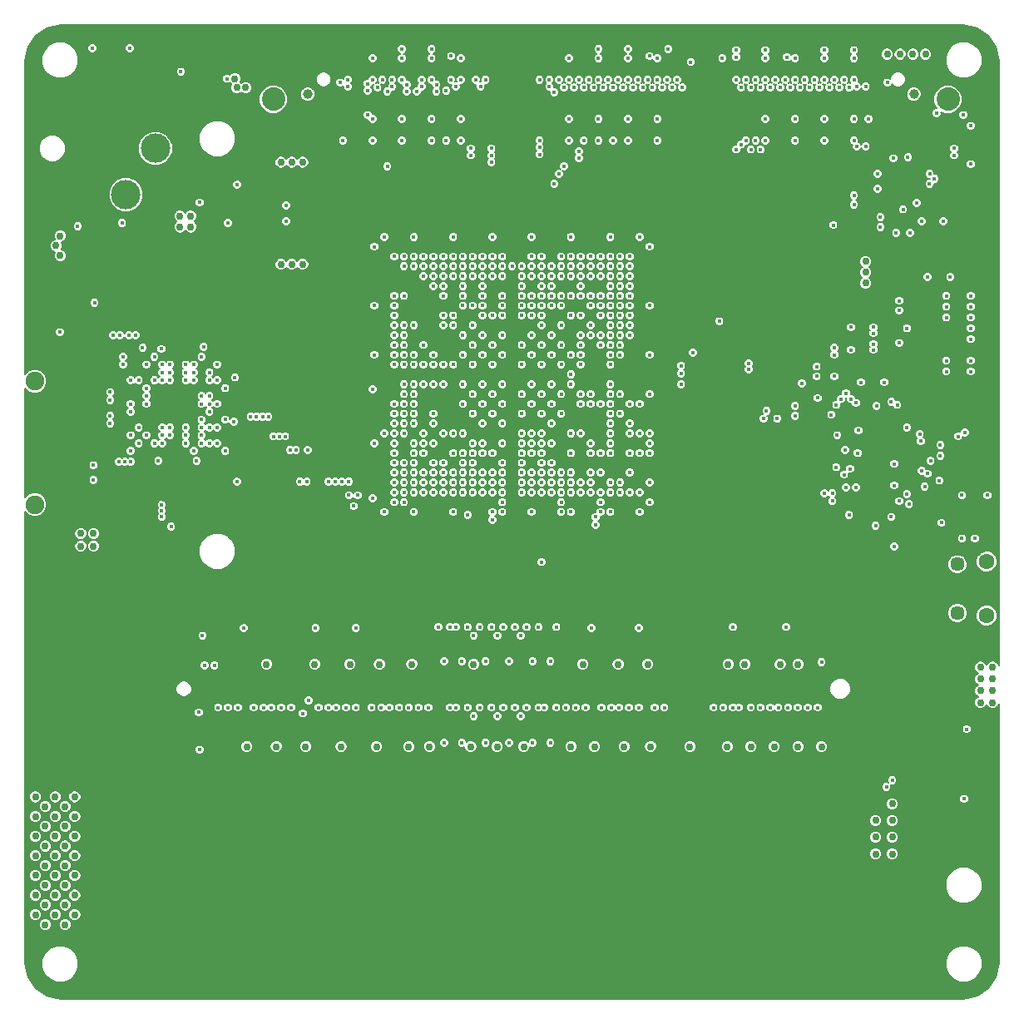
<source format=gbr>
G04 (created by PCBNEW-RS274X (2012-05-21 BZR 3261)-stable) date Tue 07 May 2013 04:43:39 PM PDT*
G01*
G70*
G90*
%MOIN*%
G04 Gerber Fmt 3.4, Leading zero omitted, Abs format*
%FSLAX34Y34*%
G04 APERTURE LIST*
%ADD10C,0.006500*%
%ADD11C,0.017700*%
%ADD12C,0.023600*%
%ADD13C,0.118100*%
%ADD14C,0.023000*%
%ADD15C,0.074800*%
%ADD16C,0.039400*%
%ADD17C,0.094000*%
%ADD18C,0.063000*%
%ADD19C,0.057100*%
%ADD20C,0.030000*%
%ADD21C,0.007000*%
G04 APERTURE END LIST*
G54D10*
G54D11*
X67321Y-48150D03*
X67321Y-47756D03*
X67518Y-47953D03*
X67715Y-48150D03*
X67715Y-47756D03*
G54D12*
X67245Y-24252D03*
X66851Y-24252D03*
X66457Y-24252D03*
X67245Y-23858D03*
X66851Y-23858D03*
X66457Y-23858D03*
X67245Y-23464D03*
X66851Y-23464D03*
X66457Y-23464D03*
G54D13*
X36890Y-22441D03*
X34528Y-22441D03*
X35709Y-24291D03*
G54D11*
X34783Y-26456D03*
X34429Y-26456D03*
X34606Y-26220D03*
X34783Y-25984D03*
X34429Y-25984D03*
X38619Y-19468D03*
X39013Y-19468D03*
X38816Y-19763D03*
X38619Y-20058D03*
X39013Y-20058D03*
G54D14*
X41181Y-25039D03*
X41378Y-24744D03*
X40984Y-24744D03*
X40984Y-25334D03*
X41378Y-25334D03*
G54D15*
X32067Y-31770D03*
X32067Y-36711D03*
G54D16*
X67282Y-20271D03*
X42994Y-20271D03*
G54D17*
X68654Y-20472D03*
X41622Y-20472D03*
G54D18*
X70197Y-41161D03*
X70197Y-38995D03*
G54D19*
X69027Y-41057D03*
X69027Y-39099D03*
G54D11*
X67008Y-33622D03*
X67913Y-23858D03*
X66614Y-32716D03*
X67047Y-22795D03*
X66220Y-19803D03*
X65000Y-22362D03*
X65000Y-19961D03*
X65354Y-22362D03*
X65354Y-19961D03*
X65945Y-25590D03*
X65945Y-25197D03*
X65827Y-24055D03*
X66850Y-24882D03*
X50394Y-35827D03*
X50354Y-44842D03*
X50354Y-41614D03*
X51575Y-34646D03*
X50394Y-34646D03*
X49882Y-41614D03*
X51772Y-44842D03*
X50787Y-35433D03*
X53150Y-35433D03*
X51772Y-41614D03*
X49409Y-37126D03*
X48701Y-44842D03*
X52362Y-35039D03*
X52244Y-44842D03*
X51968Y-35827D03*
X52480Y-44842D03*
X50590Y-45197D03*
X52756Y-36220D03*
X51575Y-35433D03*
X50590Y-41968D03*
X50787Y-36220D03*
X50827Y-44842D03*
X50827Y-41614D03*
X51575Y-35827D03*
X51299Y-44842D03*
X50787Y-35827D03*
X53150Y-36614D03*
X51535Y-45197D03*
X53150Y-36220D03*
X51299Y-41614D03*
X53543Y-35827D03*
X51535Y-41968D03*
X49646Y-41968D03*
X50000Y-35433D03*
X50394Y-37323D03*
X49882Y-44842D03*
X52244Y-41614D03*
X53937Y-36220D03*
X49606Y-35039D03*
X48937Y-41614D03*
X54331Y-35827D03*
X60039Y-44842D03*
X42795Y-45079D03*
X48425Y-35827D03*
X60275Y-44842D03*
X54331Y-35433D03*
X48031Y-35827D03*
X43031Y-44567D03*
X52953Y-41614D03*
X54724Y-36220D03*
X54724Y-36614D03*
X52953Y-44842D03*
X62638Y-44842D03*
X56693Y-34646D03*
X55118Y-34646D03*
X60748Y-44842D03*
X56260Y-44842D03*
X55512Y-36220D03*
X54370Y-41653D03*
X53150Y-37008D03*
X51575Y-35039D03*
X47047Y-44842D03*
X48425Y-36220D03*
X44921Y-41653D03*
X48819Y-34646D03*
X42323Y-44842D03*
X47638Y-35827D03*
X40433Y-41653D03*
X61535Y-44842D03*
X55905Y-34646D03*
X61142Y-44842D03*
X55118Y-33858D03*
X55905Y-35433D03*
X59646Y-44842D03*
X56693Y-35827D03*
X59252Y-44842D03*
X54331Y-36220D03*
X54527Y-37205D03*
X54527Y-37520D03*
X53937Y-35827D03*
X57283Y-44842D03*
X55512Y-35827D03*
X55118Y-35827D03*
X56890Y-44842D03*
X53543Y-36220D03*
X55866Y-44842D03*
X52756Y-35433D03*
X55472Y-44842D03*
X55118Y-36220D03*
X55157Y-44842D03*
X54764Y-44842D03*
X54724Y-37008D03*
X53150Y-35827D03*
X53740Y-44842D03*
X53346Y-44842D03*
X52362Y-35433D03*
X47835Y-44842D03*
X52362Y-35827D03*
X47441Y-44842D03*
X51968Y-36220D03*
X46653Y-44842D03*
X51575Y-36220D03*
X46260Y-44842D03*
X51968Y-34646D03*
X55512Y-33071D03*
X63425Y-44842D03*
X50000Y-35827D03*
X45945Y-44842D03*
X45551Y-44842D03*
X49606Y-35827D03*
X48819Y-35827D03*
X44527Y-44842D03*
X44134Y-44842D03*
X49212Y-36220D03*
X55905Y-33465D03*
X63031Y-44842D03*
X43819Y-44842D03*
X48819Y-36220D03*
X49212Y-35433D03*
X43425Y-44842D03*
X41929Y-44842D03*
X48425Y-35039D03*
X41535Y-44842D03*
X48031Y-36220D03*
X62244Y-44842D03*
X55905Y-33858D03*
X41220Y-44842D03*
X48425Y-35433D03*
X47638Y-36220D03*
X40827Y-44842D03*
X46850Y-36220D03*
X39803Y-44842D03*
X46457Y-36614D03*
X39409Y-44842D03*
X56299Y-34646D03*
X61850Y-44842D03*
X55512Y-32283D03*
X62165Y-41614D03*
X56299Y-36220D03*
X60039Y-41614D03*
X56260Y-41653D03*
X55905Y-36220D03*
X52756Y-35827D03*
X54134Y-44842D03*
X52362Y-39016D03*
X52362Y-36220D03*
X44921Y-44842D03*
X49606Y-36220D03*
X49212Y-35827D03*
X43307Y-41653D03*
X48031Y-35433D03*
X40197Y-44842D03*
X50000Y-36220D03*
X48937Y-44842D03*
X47244Y-35827D03*
X48228Y-41614D03*
X50787Y-35039D03*
X49646Y-45197D03*
X50394Y-36220D03*
X49409Y-44842D03*
X48701Y-41614D03*
X49212Y-35039D03*
X53543Y-34646D03*
X54331Y-32677D03*
X50000Y-34646D03*
X55118Y-32677D03*
X54331Y-32283D03*
X55118Y-31890D03*
X51575Y-34252D03*
X55118Y-34252D03*
X50000Y-34252D03*
X50787Y-34252D03*
X52756Y-35039D03*
X49212Y-33858D03*
X63583Y-43031D03*
X52362Y-33858D03*
X54724Y-32677D03*
X49606Y-35433D03*
X49409Y-41614D03*
X48031Y-30709D03*
X46457Y-31102D03*
X47638Y-30315D03*
X64173Y-32716D03*
X47244Y-31102D03*
X70236Y-36339D03*
X64016Y-36575D03*
X69212Y-36339D03*
X64685Y-37126D03*
X48031Y-31102D03*
X61378Y-32953D03*
X47638Y-31102D03*
X64724Y-35276D03*
X68307Y-35748D03*
X48425Y-31102D03*
X48425Y-31890D03*
X46850Y-31102D03*
X38425Y-31732D03*
X46457Y-30709D03*
X38110Y-31417D03*
X46850Y-29527D03*
X39370Y-31732D03*
X46850Y-30315D03*
X46457Y-29527D03*
X37480Y-31417D03*
X37165Y-31102D03*
X46457Y-28740D03*
X36535Y-31102D03*
X46850Y-28346D03*
X46457Y-30315D03*
X39055Y-31417D03*
X38425Y-31102D03*
X46850Y-29921D03*
X38110Y-31102D03*
X46457Y-29921D03*
X37480Y-31102D03*
X46457Y-29134D03*
X55905Y-32677D03*
X64882Y-24685D03*
X50787Y-37008D03*
X67126Y-25827D03*
X56693Y-33858D03*
X64882Y-24331D03*
X56299Y-32677D03*
X50787Y-36614D03*
X56299Y-33858D03*
X66575Y-25827D03*
X66378Y-32598D03*
X64567Y-32244D03*
X62795Y-31850D03*
X64212Y-33937D03*
X54331Y-27559D03*
X57992Y-20000D03*
X54331Y-26772D03*
X56811Y-20000D03*
X53937Y-27165D03*
X56614Y-19685D03*
X53543Y-26772D03*
X56417Y-20000D03*
X53150Y-26772D03*
X56220Y-19685D03*
X53543Y-27165D03*
X56024Y-20000D03*
X55512Y-26772D03*
X52756Y-27165D03*
X55630Y-20000D03*
X52362Y-26772D03*
X55433Y-19685D03*
X53937Y-28346D03*
X55236Y-22126D03*
X54331Y-27165D03*
X55236Y-20001D03*
X51968Y-27165D03*
X55039Y-19685D03*
X51968Y-26772D03*
X54842Y-20000D03*
X57795Y-19685D03*
X51575Y-27165D03*
X54449Y-20000D03*
X51181Y-27165D03*
X54252Y-19685D03*
X53543Y-28346D03*
X54055Y-22126D03*
X52756Y-27559D03*
X54055Y-20000D03*
X53858Y-22559D03*
X53150Y-27165D03*
X53858Y-19685D03*
X53937Y-26772D03*
X53858Y-22835D03*
X53661Y-20000D03*
X55118Y-26772D03*
X53937Y-27953D03*
X53268Y-23150D03*
X53268Y-20000D03*
X52362Y-27165D03*
X53071Y-23465D03*
X53937Y-27559D03*
X52362Y-27953D03*
X53071Y-19685D03*
X52362Y-29134D03*
X52874Y-23858D03*
X52874Y-20197D03*
X52756Y-28346D03*
X51968Y-28740D03*
X52283Y-22677D03*
X52677Y-19685D03*
X51575Y-27953D03*
X52283Y-22402D03*
X51968Y-29134D03*
X52677Y-19961D03*
X51968Y-28346D03*
X57598Y-20000D03*
X52283Y-22126D03*
X52362Y-27559D03*
X51575Y-27559D03*
X52283Y-19685D03*
X54724Y-27165D03*
X57401Y-19685D03*
X54724Y-26772D03*
X57205Y-20000D03*
X47953Y-18465D03*
X61338Y-18504D03*
X55827Y-18465D03*
X57441Y-18465D03*
X52362Y-28346D03*
X54331Y-28740D03*
X51575Y-28346D03*
X54331Y-28346D03*
X52756Y-27953D03*
X50354Y-22441D03*
X48425Y-27559D03*
X50000Y-27953D03*
X50118Y-19685D03*
X50394Y-27165D03*
X48937Y-19961D03*
X49212Y-27953D03*
X50394Y-26772D03*
X49212Y-27165D03*
X48740Y-19685D03*
X49212Y-28346D03*
X48543Y-22126D03*
X48543Y-20118D03*
X48425Y-27165D03*
X50000Y-27165D03*
X48031Y-27953D03*
X48149Y-20157D03*
X50000Y-26772D03*
X48425Y-27953D03*
X48150Y-19882D03*
X50354Y-22716D03*
X49606Y-27559D03*
X49606Y-26772D03*
X47559Y-19961D03*
X49606Y-27165D03*
X47559Y-19685D03*
X49212Y-26772D03*
X47362Y-20157D03*
X48819Y-27165D03*
X46968Y-20158D03*
X48819Y-26772D03*
X46968Y-19882D03*
X49921Y-19961D03*
X50000Y-27559D03*
X48031Y-27165D03*
X46378Y-19961D03*
X48031Y-26772D03*
X46378Y-19685D03*
X46181Y-23150D03*
X48425Y-28346D03*
X46181Y-20157D03*
X47638Y-27165D03*
X45984Y-19685D03*
X47638Y-26772D03*
X45787Y-20000D03*
X50787Y-27559D03*
X50354Y-22993D03*
X47244Y-27165D03*
X45394Y-19842D03*
X47244Y-26772D03*
X45394Y-20118D03*
X46850Y-26772D03*
X45394Y-21102D03*
X46850Y-27165D03*
X44606Y-19961D03*
X46457Y-26772D03*
X44606Y-19685D03*
X49724Y-19685D03*
X48425Y-26772D03*
X44409Y-22126D03*
X44291Y-19803D03*
X49527Y-22441D03*
X48031Y-27559D03*
X50787Y-27165D03*
X49527Y-22716D03*
X49212Y-27559D03*
X50787Y-26772D03*
X49212Y-28740D03*
X50000Y-28346D03*
X50787Y-29134D03*
X50787Y-28740D03*
X50000Y-28740D03*
X55905Y-29921D03*
X64685Y-20000D03*
X54724Y-30315D03*
X55905Y-28740D03*
X63504Y-20000D03*
X55118Y-30315D03*
X55512Y-28346D03*
X63307Y-19685D03*
X55512Y-29921D03*
X55905Y-28346D03*
X55118Y-29921D03*
X63110Y-20000D03*
X55512Y-27953D03*
X55118Y-29134D03*
X62913Y-19685D03*
X55905Y-27953D03*
X62716Y-20000D03*
X55512Y-28740D03*
X55512Y-29527D03*
X55512Y-27559D03*
X55118Y-28740D03*
X62323Y-20000D03*
X55905Y-27559D03*
X55118Y-28346D03*
X62126Y-19685D03*
X55512Y-27165D03*
X61929Y-20000D03*
X55118Y-27953D03*
X55905Y-27165D03*
X61732Y-19685D03*
X55118Y-27559D03*
X55905Y-26772D03*
X55118Y-27165D03*
X61535Y-20000D03*
X64488Y-19685D03*
X54724Y-29921D03*
X61142Y-22480D03*
X61142Y-20000D03*
X60945Y-22126D03*
X60945Y-19685D03*
X60748Y-22480D03*
X60748Y-20000D03*
X60551Y-22126D03*
X60551Y-19685D03*
X60354Y-22283D03*
X60354Y-20000D03*
X55905Y-29527D03*
X60157Y-22480D03*
X60157Y-19685D03*
X54724Y-29134D03*
X64291Y-20000D03*
X55512Y-29134D03*
X64094Y-19685D03*
X54724Y-28740D03*
X55905Y-29134D03*
X63898Y-20000D03*
X54724Y-28346D03*
X64370Y-32480D03*
X55118Y-31102D03*
X53937Y-30315D03*
X55512Y-30315D03*
X53937Y-30709D03*
X54331Y-29527D03*
X53543Y-33858D03*
X53937Y-31102D03*
X53543Y-29134D03*
X48819Y-33858D03*
X48819Y-29134D03*
X39055Y-32677D03*
X48031Y-31890D03*
X39370Y-32677D03*
X47244Y-31890D03*
X36535Y-32677D03*
X47244Y-34646D03*
X36535Y-32362D03*
X47638Y-34646D03*
X40945Y-33189D03*
X46850Y-32283D03*
X41417Y-33189D03*
X46457Y-32677D03*
X43819Y-35787D03*
X46850Y-35039D03*
X42677Y-35787D03*
X46457Y-34252D03*
X46457Y-35433D03*
X44645Y-35787D03*
X44646Y-36339D03*
X46850Y-35827D03*
X46457Y-36220D03*
X44842Y-36772D03*
X46457Y-35827D03*
X45000Y-36339D03*
X41181Y-33189D03*
X46850Y-32677D03*
X41614Y-33976D03*
X46850Y-33071D03*
X46457Y-33071D03*
X41850Y-33976D03*
X42087Y-33976D03*
X46850Y-33465D03*
X42283Y-34527D03*
X46457Y-33465D03*
X42992Y-34527D03*
X46850Y-33858D03*
X46457Y-33858D03*
X42520Y-34527D03*
X42953Y-35787D03*
X46457Y-34646D03*
X46850Y-35433D03*
X44369Y-35787D03*
X44094Y-35787D03*
X46457Y-35039D03*
X47638Y-31890D03*
X39055Y-32992D03*
X47244Y-35039D03*
X37480Y-33937D03*
X38740Y-34252D03*
X48031Y-33071D03*
X47638Y-33858D03*
X38110Y-34252D03*
X47638Y-34252D03*
X38110Y-33937D03*
X47244Y-32677D03*
X39055Y-33622D03*
X46850Y-31890D03*
X40709Y-33189D03*
X47244Y-34252D03*
X36850Y-31732D03*
X36535Y-32047D03*
X48031Y-34252D03*
X65039Y-34646D03*
X64882Y-18504D03*
X59606Y-18819D03*
X47244Y-36220D03*
X64567Y-36024D03*
X38858Y-43150D03*
X68111Y-23661D03*
X46850Y-36614D03*
X39252Y-43150D03*
X64961Y-36024D03*
X67914Y-23465D03*
X62520Y-22126D03*
X62520Y-21260D03*
X56693Y-30709D03*
X64882Y-22126D03*
X54331Y-29921D03*
X53937Y-29921D03*
X60157Y-18504D03*
X56693Y-26378D03*
X56693Y-28740D03*
X55118Y-29527D03*
X63701Y-21260D03*
X64882Y-21260D03*
X63701Y-22126D03*
X60157Y-18779D03*
X55512Y-30709D03*
X61338Y-22126D03*
X55118Y-30709D03*
X61338Y-21260D03*
X55827Y-21260D03*
X54646Y-21260D03*
X52756Y-28740D03*
X53150Y-28740D03*
X54646Y-18465D03*
X51968Y-27559D03*
X55827Y-22126D03*
X53464Y-22126D03*
X53543Y-27559D03*
X54724Y-27559D03*
X56299Y-25984D03*
X52362Y-28740D03*
X53543Y-25984D03*
X53464Y-19685D03*
X57008Y-19685D03*
X53464Y-18819D03*
X55827Y-18819D03*
X57008Y-18819D03*
X55827Y-19685D03*
X55118Y-25984D03*
X51968Y-25984D03*
X57008Y-22126D03*
X51575Y-29134D03*
X54646Y-19685D03*
X53464Y-21260D03*
X54646Y-18819D03*
X51575Y-28740D03*
X54646Y-22126D03*
X57008Y-21260D03*
X50394Y-27559D03*
X49134Y-21260D03*
X50394Y-25984D03*
X46772Y-18819D03*
X47953Y-21260D03*
X48819Y-27559D03*
X49134Y-22126D03*
X50787Y-28346D03*
X48819Y-25984D03*
X46063Y-25984D03*
X46772Y-22126D03*
X47953Y-22126D03*
X50000Y-29134D03*
X47953Y-19685D03*
X50394Y-29134D03*
X46772Y-21260D03*
X46772Y-18465D03*
X47953Y-18819D03*
X47244Y-25984D03*
X45590Y-18819D03*
X45590Y-21260D03*
X46772Y-19685D03*
X45590Y-19685D03*
X49134Y-18819D03*
X49134Y-19685D03*
X47638Y-27559D03*
X45590Y-22126D03*
X49606Y-28740D03*
X63701Y-19685D03*
X64882Y-18819D03*
X63701Y-18504D03*
X61338Y-18819D03*
X62520Y-19685D03*
X61338Y-19685D03*
X63701Y-18819D03*
X62520Y-18819D03*
X64882Y-19685D03*
X37913Y-19370D03*
X68346Y-34764D03*
X65748Y-37559D03*
X38661Y-46535D03*
X69331Y-33819D03*
X38622Y-45039D03*
X66378Y-37205D03*
X66496Y-35079D03*
X62519Y-32757D03*
X66496Y-35945D03*
X62519Y-33150D03*
X64527Y-34527D03*
X67087Y-36693D03*
X66693Y-28937D03*
X68386Y-37441D03*
X64016Y-36260D03*
X64488Y-35512D03*
X69567Y-28779D03*
X66102Y-31811D03*
X67835Y-35472D03*
X69567Y-30945D03*
X67598Y-35354D03*
X69567Y-29213D03*
X69567Y-30079D03*
X67953Y-34961D03*
X66693Y-28543D03*
X66693Y-30236D03*
X69212Y-38071D03*
X63701Y-36260D03*
X67559Y-34173D03*
X35551Y-25433D03*
X33779Y-25551D03*
X68346Y-34331D03*
X66417Y-47756D03*
X67008Y-36299D03*
X38661Y-24606D03*
X63976Y-33110D03*
X64961Y-32638D03*
X42126Y-25354D03*
X64764Y-32480D03*
X42126Y-24724D03*
X66693Y-36575D03*
X66181Y-48031D03*
X59488Y-29370D03*
X65787Y-32756D03*
X68189Y-21024D03*
X67520Y-33898D03*
X34409Y-35728D03*
X34409Y-35138D03*
X37165Y-33937D03*
X47244Y-35433D03*
X37165Y-31417D03*
X46457Y-28346D03*
X40158Y-35787D03*
X46063Y-33858D03*
X46850Y-30709D03*
X39055Y-32362D03*
X39370Y-33622D03*
X47244Y-33071D03*
X35079Y-33150D03*
X35079Y-33465D03*
X35079Y-32205D03*
X35079Y-32520D03*
X35197Y-29921D03*
X35472Y-29921D03*
X35905Y-31732D03*
X35905Y-32677D03*
X35905Y-33937D03*
X36220Y-34252D03*
X35590Y-31102D03*
X35905Y-32992D03*
X36535Y-33937D03*
X35669Y-35000D03*
X35905Y-35000D03*
X35905Y-34567D03*
X37165Y-34252D03*
X35590Y-30787D03*
X35433Y-35000D03*
X36378Y-30433D03*
X39055Y-31102D03*
G54D20*
X33740Y-35433D03*
G54D11*
X68622Y-22047D03*
X50315Y-20236D03*
X52756Y-29134D03*
X59961Y-20236D03*
X54724Y-33465D03*
X54606Y-41968D03*
X35590Y-34567D03*
G54D20*
X70433Y-47992D03*
G54D11*
X36220Y-32047D03*
G54D20*
X69921Y-50039D03*
G54D11*
X53937Y-34252D03*
X45157Y-45197D03*
X52362Y-29921D03*
X52362Y-30709D03*
X38110Y-32677D03*
X59803Y-45197D03*
X62520Y-20709D03*
X49606Y-29921D03*
G54D20*
X40147Y-18966D03*
G54D11*
X66063Y-20709D03*
X49606Y-33858D03*
X54331Y-30315D03*
G54D20*
X42165Y-25039D03*
G54D11*
X47638Y-29527D03*
X48819Y-28740D03*
X36220Y-32677D03*
X58819Y-19961D03*
X49212Y-34252D03*
X48819Y-29921D03*
X66850Y-27598D03*
X37913Y-19646D03*
G54D20*
X68622Y-49370D03*
G54D11*
X49173Y-43307D03*
X50787Y-29527D03*
X64724Y-31220D03*
X64331Y-24921D03*
X49606Y-32677D03*
X50000Y-29527D03*
X53543Y-29527D03*
X51575Y-29921D03*
X44212Y-20709D03*
X52756Y-32283D03*
X56299Y-34252D03*
X38425Y-33622D03*
X69527Y-20905D03*
X38110Y-33307D03*
X51575Y-33465D03*
X37480Y-32047D03*
X54606Y-45197D03*
X49134Y-20984D03*
X43622Y-20236D03*
X63110Y-30827D03*
X43268Y-41968D03*
X51968Y-31102D03*
X60512Y-41968D03*
X37480Y-32362D03*
X52756Y-33858D03*
X49134Y-20709D03*
X64094Y-30039D03*
X54331Y-27953D03*
X47244Y-36614D03*
G54D20*
X69291Y-49370D03*
G54D11*
X34646Y-29527D03*
X61338Y-20236D03*
X65669Y-28898D03*
X53898Y-41968D03*
X54331Y-33071D03*
X53150Y-31890D03*
X61338Y-20709D03*
X61259Y-32638D03*
X67598Y-31929D03*
X53464Y-20984D03*
X68327Y-22047D03*
X38425Y-33937D03*
X66693Y-20709D03*
X68425Y-24961D03*
X53150Y-29921D03*
X54646Y-20709D03*
G54D20*
X33110Y-33779D03*
X36811Y-27047D03*
G54D11*
X53543Y-31102D03*
X52756Y-33071D03*
X37480Y-32992D03*
X38425Y-32362D03*
X37500Y-36968D03*
X35079Y-31890D03*
X51968Y-35039D03*
X56024Y-41968D03*
X66851Y-23858D03*
X36378Y-30118D03*
X54331Y-31102D03*
X55315Y-45197D03*
X51968Y-32283D03*
X57441Y-41968D03*
X55827Y-20984D03*
G54D20*
X39842Y-18661D03*
X69921Y-49370D03*
G54D11*
X52716Y-43307D03*
X64370Y-30039D03*
X66850Y-37441D03*
X47953Y-20709D03*
X54331Y-30709D03*
X50315Y-19961D03*
X68425Y-23346D03*
X54724Y-32283D03*
X35079Y-32835D03*
X48819Y-27953D03*
X46457Y-27165D03*
X38425Y-33307D03*
X44685Y-41968D03*
X58189Y-20236D03*
G54D20*
X38307Y-26063D03*
X70433Y-47008D03*
G54D11*
X50394Y-26378D03*
X36220Y-33307D03*
X59331Y-19961D03*
X63779Y-25827D03*
X50000Y-31102D03*
X47244Y-26378D03*
X66850Y-25197D03*
X57441Y-45197D03*
X60157Y-29724D03*
X47638Y-27953D03*
X47992Y-45197D03*
X48425Y-33465D03*
X53937Y-28740D03*
X47953Y-20984D03*
X56299Y-30709D03*
X43976Y-41968D03*
G54D20*
X69291Y-50039D03*
G54D11*
X49212Y-29527D03*
X48464Y-46575D03*
X39055Y-33937D03*
G54D20*
X69961Y-47008D03*
G54D11*
X36535Y-31732D03*
X48425Y-29921D03*
X50394Y-25590D03*
X50000Y-33071D03*
X39252Y-45197D03*
X62520Y-20236D03*
X56299Y-28740D03*
X48819Y-26378D03*
X58937Y-30000D03*
X51063Y-43307D03*
X62638Y-41968D03*
X56732Y-41968D03*
X56299Y-32283D03*
X47638Y-30709D03*
X60669Y-30354D03*
X62559Y-33661D03*
X63110Y-35748D03*
X52756Y-31102D03*
X63346Y-41968D03*
X56496Y-41968D03*
X52756Y-30315D03*
X51063Y-46575D03*
X64172Y-34626D03*
X35039Y-28937D03*
X46063Y-28740D03*
X34291Y-32657D03*
X50118Y-46575D03*
X36850Y-31102D03*
G54D20*
X33307Y-37638D03*
G54D11*
X48425Y-34252D03*
G54D20*
X39409Y-20394D03*
G54D11*
X70315Y-33465D03*
X48819Y-34252D03*
X52716Y-46575D03*
X37500Y-37205D03*
G54D20*
X33307Y-38425D03*
G54D11*
X63583Y-43346D03*
X35551Y-33937D03*
X38425Y-34252D03*
X51457Y-20709D03*
X41378Y-45197D03*
X48819Y-31890D03*
X59527Y-31535D03*
X35079Y-33779D03*
X40020Y-34587D03*
X53543Y-30315D03*
X46378Y-18465D03*
G54D20*
X36024Y-26772D03*
G54D11*
X50394Y-35039D03*
X59094Y-45197D03*
X38816Y-19763D03*
X64882Y-20709D03*
X67518Y-47953D03*
X51575Y-32677D03*
G54D20*
X39842Y-20630D03*
G54D11*
X68898Y-22047D03*
X42795Y-41968D03*
X69173Y-22047D03*
X38819Y-30079D03*
X37795Y-20630D03*
X46811Y-45197D03*
X35905Y-30787D03*
X56299Y-26378D03*
X52008Y-46575D03*
X55118Y-36614D03*
X61220Y-41968D03*
X53543Y-35039D03*
X40118Y-26772D03*
X58189Y-20984D03*
X47283Y-45197D03*
X58819Y-20236D03*
X65669Y-31220D03*
X53543Y-28740D03*
X40197Y-41968D03*
X66693Y-20236D03*
X63110Y-34094D03*
X52362Y-32677D03*
X37165Y-32992D03*
X65650Y-33740D03*
X46063Y-34252D03*
X56693Y-36220D03*
X37165Y-34567D03*
X59803Y-41968D03*
X59331Y-20236D03*
X39370Y-32047D03*
X66457Y-22520D03*
X53543Y-29921D03*
X39370Y-33937D03*
X40394Y-31614D03*
X49606Y-31890D03*
G54D20*
X70433Y-47520D03*
G54D11*
X70000Y-20512D03*
X59331Y-20984D03*
X42087Y-45197D03*
X46575Y-41968D03*
X61929Y-41968D03*
X53464Y-20709D03*
X37165Y-32362D03*
X53150Y-27953D03*
X49606Y-33465D03*
X68583Y-29646D03*
X33484Y-32657D03*
X47638Y-32283D03*
X53464Y-20236D03*
X37165Y-32047D03*
X53189Y-41968D03*
X38740Y-31102D03*
G54D20*
X38307Y-26496D03*
G54D11*
X38740Y-31417D03*
X38110Y-32047D03*
X59094Y-41968D03*
X43346Y-20472D03*
X61693Y-45197D03*
X45669Y-26772D03*
G54D20*
X40748Y-27087D03*
G54D11*
X40669Y-41968D03*
X39370Y-33307D03*
X50945Y-19961D03*
X49173Y-46575D03*
X58937Y-30315D03*
X68583Y-30079D03*
G54D20*
X33110Y-34134D03*
G54D11*
X59961Y-20709D03*
X48425Y-28740D03*
X61535Y-35276D03*
X43268Y-45197D03*
X52087Y-20709D03*
X56732Y-45197D03*
X40354Y-33386D03*
X64724Y-26968D03*
X46772Y-20984D03*
G54D20*
X69961Y-47992D03*
G54D11*
X46102Y-45197D03*
X60984Y-45197D03*
X38976Y-23898D03*
X70000Y-24252D03*
X64724Y-28898D03*
X62401Y-41968D03*
G54D20*
X67047Y-41299D03*
G54D11*
X49606Y-30709D03*
X58346Y-18504D03*
X64016Y-36890D03*
X43976Y-45197D03*
X38425Y-32677D03*
X54370Y-45197D03*
X34606Y-26220D03*
X49212Y-31102D03*
X57008Y-20236D03*
X39370Y-23898D03*
X36220Y-31417D03*
X39488Y-41968D03*
X61810Y-32638D03*
X69449Y-22047D03*
X35905Y-34252D03*
X40433Y-45197D03*
X45590Y-36772D03*
X54724Y-31102D03*
X51968Y-29527D03*
X50394Y-30709D03*
X35905Y-33622D03*
X51457Y-20236D03*
X54646Y-20984D03*
X50315Y-20709D03*
X50945Y-20236D03*
X50394Y-29921D03*
X52362Y-31890D03*
X37165Y-33307D03*
X69567Y-27382D03*
X53937Y-29527D03*
X53150Y-32677D03*
X36220Y-33937D03*
X65827Y-24449D03*
X46772Y-20709D03*
X51575Y-30709D03*
X36850Y-34567D03*
X62401Y-45197D03*
G54D20*
X67047Y-42087D03*
G54D11*
X35905Y-32047D03*
X51457Y-20984D03*
X43622Y-20709D03*
X60275Y-41968D03*
X59331Y-20709D03*
X65866Y-47362D03*
X50394Y-29527D03*
X56693Y-26772D03*
X44212Y-20984D03*
X62992Y-18150D03*
X51457Y-19961D03*
X56299Y-36614D03*
X52087Y-19961D03*
X36220Y-32992D03*
X63543Y-30039D03*
X45157Y-41968D03*
X47638Y-35039D03*
X54724Y-35039D03*
X38425Y-32047D03*
X48819Y-35039D03*
X52756Y-29527D03*
X51968Y-33465D03*
X53543Y-32283D03*
X53150Y-30709D03*
X53150Y-33465D03*
X70236Y-38071D03*
X69567Y-30512D03*
X50394Y-36614D03*
X45512Y-28150D03*
X49212Y-30315D03*
X32756Y-32657D03*
X66063Y-20236D03*
X36220Y-32362D03*
X47283Y-41968D03*
X52087Y-20236D03*
X40669Y-45197D03*
X64055Y-25197D03*
X60669Y-30590D03*
X37500Y-36732D03*
X51968Y-36614D03*
X50394Y-31890D03*
X58937Y-30630D03*
X48819Y-36614D03*
X53543Y-34252D03*
X50000Y-30315D03*
X50787Y-31102D03*
X44685Y-45197D03*
X52756Y-34646D03*
X48464Y-43307D03*
X37480Y-33307D03*
X45590Y-20709D03*
X43622Y-20984D03*
X63819Y-30039D03*
X48819Y-32677D03*
X58937Y-30905D03*
X55827Y-20236D03*
X67008Y-27835D03*
X50394Y-32677D03*
X51968Y-26378D03*
X45590Y-36024D03*
G54D20*
X40748Y-22992D03*
G54D11*
X53543Y-26378D03*
X68976Y-24882D03*
X36378Y-29764D03*
X50118Y-43307D03*
X55118Y-26378D03*
X53543Y-36614D03*
X41378Y-41968D03*
X37008Y-35276D03*
X58189Y-20709D03*
X38543Y-35276D03*
X45866Y-41968D03*
X55827Y-20709D03*
G54D20*
X37874Y-26496D03*
G54D11*
X57008Y-20709D03*
X49606Y-29134D03*
X47047Y-41968D03*
X52362Y-33465D03*
X50787Y-33071D03*
X42559Y-41968D03*
X39961Y-45197D03*
X35275Y-28937D03*
X49212Y-29134D03*
X47638Y-33465D03*
X51575Y-29527D03*
X38110Y-32362D03*
X49134Y-20236D03*
X59527Y-31929D03*
X65669Y-29134D03*
X50945Y-20709D03*
X51968Y-33071D03*
X53189Y-45197D03*
X53543Y-27953D03*
X62874Y-45197D03*
X42087Y-41968D03*
X65827Y-23110D03*
X46457Y-31890D03*
G54D20*
X41181Y-27087D03*
G54D11*
X50000Y-33858D03*
X50787Y-32283D03*
X48819Y-30709D03*
X50000Y-26378D03*
X54724Y-29527D03*
G54D20*
X69961Y-47520D03*
X33110Y-34488D03*
G54D11*
X37165Y-30787D03*
X60512Y-45197D03*
X64882Y-20236D03*
X54724Y-30709D03*
X52008Y-43307D03*
X67401Y-24980D03*
X49212Y-33071D03*
X45394Y-45197D03*
X40157Y-20315D03*
X58819Y-20709D03*
X54646Y-20236D03*
X54724Y-34252D03*
X50394Y-33465D03*
X58819Y-20984D03*
X51968Y-30315D03*
X50945Y-20984D03*
X63701Y-20709D03*
X44212Y-20236D03*
X52087Y-20984D03*
X49212Y-32283D03*
X51968Y-27953D03*
X59764Y-18465D03*
X54252Y-18465D03*
X54724Y-33071D03*
X46063Y-29134D03*
X63583Y-45197D03*
X50394Y-27953D03*
X65669Y-30984D03*
X56024Y-45197D03*
X42559Y-45197D03*
X69567Y-31850D03*
X50787Y-30315D03*
X64646Y-30039D03*
X46063Y-26378D03*
G54D20*
X41181Y-22992D03*
G54D11*
X50000Y-32283D03*
G54D20*
X68622Y-50039D03*
G54D11*
X51575Y-31890D03*
X46063Y-30709D03*
X63701Y-20236D03*
X46063Y-36614D03*
G54D20*
X37874Y-26063D03*
G54D11*
X57008Y-20984D03*
X55315Y-41968D03*
X68307Y-39960D03*
X66102Y-40354D03*
X47992Y-41968D03*
G54D20*
X68464Y-39331D03*
G54D11*
X54724Y-27953D03*
X53543Y-32677D03*
X35905Y-31102D03*
X53898Y-45197D03*
X70315Y-33938D03*
X38740Y-31732D03*
X54724Y-34646D03*
X54331Y-34252D03*
X52362Y-34252D03*
X52362Y-34646D03*
X48031Y-35039D03*
X37520Y-37598D03*
X53150Y-27559D03*
X53150Y-28346D03*
X69567Y-31378D03*
X69567Y-28346D03*
X38740Y-30787D03*
G54D20*
X41929Y-27087D03*
G54D11*
X40039Y-33386D03*
X36220Y-31732D03*
X36220Y-33622D03*
X39685Y-32047D03*
X36850Y-30787D03*
X36850Y-34252D03*
X39055Y-34252D03*
X37008Y-34961D03*
G54D20*
X42362Y-27087D03*
G54D11*
X38819Y-30394D03*
G54D20*
X42795Y-27087D03*
G54D11*
X39685Y-33307D03*
X37126Y-30472D03*
X38425Y-34567D03*
X36102Y-29921D03*
X35827Y-29921D03*
X40079Y-31614D03*
X39803Y-25433D03*
X38543Y-34961D03*
X49212Y-32677D03*
X49606Y-33071D03*
X50394Y-31102D03*
X48819Y-29527D03*
X50000Y-30709D03*
X50787Y-32677D03*
X50787Y-33465D03*
X53150Y-31102D03*
X52756Y-33465D03*
X40157Y-23898D03*
X50000Y-33465D03*
X52756Y-31890D03*
X50394Y-33071D03*
X52756Y-29921D03*
X52362Y-31102D03*
X50394Y-32283D03*
X51575Y-30315D03*
X51575Y-31102D03*
X49606Y-32283D03*
X53150Y-32283D03*
X49606Y-30315D03*
X49212Y-29921D03*
X52362Y-29527D03*
G54D20*
X42795Y-22992D03*
G54D11*
X51575Y-33071D03*
X50394Y-30315D03*
X49212Y-30709D03*
X49212Y-31890D03*
X51968Y-32677D03*
X50000Y-29921D03*
X51968Y-30709D03*
X53150Y-29527D03*
X52756Y-32677D03*
X51575Y-32283D03*
G54D20*
X42362Y-22992D03*
G54D11*
X53543Y-30709D03*
X49606Y-29527D03*
X52756Y-30709D03*
X53543Y-31890D03*
X52362Y-32283D03*
G54D20*
X41929Y-22992D03*
G54D11*
X52362Y-30315D03*
X50787Y-30709D03*
X52362Y-33071D03*
X53150Y-30315D03*
X50787Y-29921D03*
X53543Y-31496D03*
X49606Y-31102D03*
X50000Y-31890D03*
X51968Y-29921D03*
X48819Y-31102D03*
X50787Y-31890D03*
X50000Y-32677D03*
X51968Y-31890D03*
X53150Y-33071D03*
X48819Y-35433D03*
X45669Y-28740D03*
X38740Y-33307D03*
X50118Y-46260D03*
G54D20*
X54016Y-43110D03*
G54D11*
X51575Y-33858D03*
G54D20*
X70433Y-44173D03*
G54D11*
X48464Y-46260D03*
G54D20*
X69961Y-44173D03*
G54D11*
X39055Y-31732D03*
X69409Y-45709D03*
X56299Y-37008D03*
X51968Y-35433D03*
X47244Y-29527D03*
X53543Y-37008D03*
X49606Y-34252D03*
X49212Y-34646D03*
G54D20*
X69961Y-44646D03*
X56614Y-43110D03*
X44685Y-43110D03*
X49646Y-43110D03*
X62638Y-43110D03*
X55433Y-43110D03*
X51653Y-46417D03*
X47047Y-46417D03*
G54D11*
X45669Y-26378D03*
G54D20*
X45748Y-46417D03*
X42913Y-46417D03*
X69961Y-43701D03*
G54D11*
X56693Y-34252D03*
X46063Y-37008D03*
X47244Y-37008D03*
G54D20*
X41338Y-43110D03*
X44331Y-46417D03*
G54D11*
X49173Y-46260D03*
X47244Y-32283D03*
G54D20*
X50590Y-46417D03*
G54D11*
X69291Y-48504D03*
X55118Y-33465D03*
G54D20*
X49527Y-46417D03*
G54D11*
X48819Y-37008D03*
X49606Y-34646D03*
X61259Y-33268D03*
X51968Y-33858D03*
X50394Y-37008D03*
X48425Y-29527D03*
X53543Y-35433D03*
X52716Y-42992D03*
G54D20*
X43268Y-43110D03*
G54D11*
X54331Y-34646D03*
G54D20*
X47165Y-43110D03*
G54D11*
X47244Y-33465D03*
X50118Y-42992D03*
X38740Y-32677D03*
G54D20*
X45866Y-43110D03*
G54D11*
X51063Y-46260D03*
X49173Y-42992D03*
G54D20*
X70433Y-43228D03*
G54D11*
X38740Y-33937D03*
X38740Y-32362D03*
X56693Y-36614D03*
X54724Y-35433D03*
X53937Y-32677D03*
G54D20*
X61929Y-43110D03*
X70433Y-43701D03*
X40551Y-46417D03*
G54D11*
X39370Y-31102D03*
X51968Y-37008D03*
X47638Y-35433D03*
G54D20*
X60512Y-43110D03*
G54D11*
X38740Y-33622D03*
G54D20*
X59842Y-43110D03*
X59803Y-46417D03*
X60748Y-46417D03*
X63583Y-46417D03*
X69961Y-43228D03*
G54D11*
X37146Y-36732D03*
G54D20*
X61693Y-46417D03*
G54D11*
X38110Y-31732D03*
X52756Y-34252D03*
G54D20*
X62638Y-46417D03*
G54D11*
X38110Y-33622D03*
X56693Y-32283D03*
G54D20*
X54488Y-46417D03*
X58307Y-46417D03*
G54D11*
X52716Y-46260D03*
X39685Y-34567D03*
G54D20*
X41732Y-46417D03*
G54D11*
X37480Y-33622D03*
X37165Y-33622D03*
G54D20*
X56732Y-46417D03*
X55669Y-46417D03*
X53543Y-46417D03*
G54D11*
X45669Y-30709D03*
X55118Y-33071D03*
G54D20*
X47874Y-46417D03*
G54D11*
X45590Y-32087D03*
X37480Y-31732D03*
X45669Y-34252D03*
X53937Y-32283D03*
X37146Y-37205D03*
X45590Y-36457D03*
X37146Y-36968D03*
X64055Y-25512D03*
X38425Y-31417D03*
X52008Y-46260D03*
X48031Y-33465D03*
X51968Y-34252D03*
X55118Y-32283D03*
X39370Y-34252D03*
X48464Y-42992D03*
X50394Y-35433D03*
X52008Y-42992D03*
X47244Y-30709D03*
X51063Y-42992D03*
G54D20*
X70433Y-44646D03*
G54D11*
X55118Y-37008D03*
X37165Y-31732D03*
X53937Y-33858D03*
X48425Y-29134D03*
X53937Y-29134D03*
X48425Y-33858D03*
X57953Y-31457D03*
X57953Y-31890D03*
X58425Y-30630D03*
X57953Y-31142D03*
X69567Y-23071D03*
X67598Y-25354D03*
X67401Y-24626D03*
X66457Y-22835D03*
X68464Y-25354D03*
X65827Y-23465D03*
X68898Y-22441D03*
X68898Y-22716D03*
X48740Y-18740D03*
X67008Y-29646D03*
X62205Y-18779D03*
X65157Y-31811D03*
X69055Y-33976D03*
X63425Y-32441D03*
X38779Y-41968D03*
X66496Y-38386D03*
X61810Y-33268D03*
X64173Y-35216D03*
X67716Y-35984D03*
X64094Y-30709D03*
X68583Y-29213D03*
X68583Y-28346D03*
G54D20*
X65354Y-27402D03*
G54D11*
X64094Y-31575D03*
X65472Y-21260D03*
X67835Y-27598D03*
X65669Y-30512D03*
X68583Y-31378D03*
G54D20*
X65354Y-26968D03*
G54D11*
X68740Y-27598D03*
X34449Y-28622D03*
G54D20*
X65354Y-27835D03*
G54D11*
X58346Y-18976D03*
X64094Y-30433D03*
X64764Y-30512D03*
X63386Y-31181D03*
X69724Y-38071D03*
X56693Y-18740D03*
X63386Y-31575D03*
X65669Y-30276D03*
X68583Y-28779D03*
X65059Y-33740D03*
X68583Y-30945D03*
X69567Y-29646D03*
X34370Y-18425D03*
X35866Y-18425D03*
G54D20*
X32480Y-53543D03*
X33661Y-48425D03*
X32480Y-48819D03*
X33268Y-48819D03*
X32874Y-48425D03*
X66417Y-48701D03*
X32087Y-48425D03*
X38307Y-25157D03*
X66220Y-18661D03*
G54D11*
X64764Y-29606D03*
G54D20*
X66417Y-50039D03*
X33661Y-53150D03*
X32874Y-53150D03*
X32087Y-53150D03*
X33268Y-51968D03*
X33268Y-53543D03*
X33661Y-51575D03*
X32480Y-51968D03*
X32874Y-51575D03*
X33661Y-50000D03*
X32480Y-50394D03*
X33268Y-50394D03*
X32874Y-50000D03*
X32087Y-50000D03*
X32480Y-49606D03*
X33268Y-49606D03*
X33661Y-49213D03*
X32874Y-49213D03*
X32087Y-49213D03*
X66417Y-49370D03*
X32087Y-50787D03*
X32087Y-51575D03*
X33661Y-50787D03*
X32874Y-50787D03*
X33268Y-51181D03*
X32087Y-52362D03*
X67244Y-18661D03*
X40079Y-19646D03*
G54D11*
X60669Y-31063D03*
G54D20*
X65748Y-50039D03*
X66732Y-18661D03*
X32874Y-52362D03*
X32480Y-52756D03*
X33268Y-52756D03*
X33661Y-52362D03*
X65748Y-50709D03*
G54D11*
X65669Y-29606D03*
G54D20*
X37874Y-25590D03*
X66417Y-50709D03*
G54D11*
X69272Y-21102D03*
X69567Y-21535D03*
G54D20*
X65748Y-49370D03*
X38307Y-25590D03*
G54D11*
X65669Y-29842D03*
G54D20*
X67756Y-18661D03*
X37874Y-25157D03*
G54D11*
X60669Y-31299D03*
X39764Y-19646D03*
G54D20*
X32480Y-51181D03*
X33071Y-25945D03*
X33071Y-26732D03*
G54D11*
X33071Y-29803D03*
G54D20*
X32913Y-26339D03*
X40512Y-20000D03*
X34409Y-37874D03*
X40157Y-20000D03*
X33898Y-37874D03*
X33898Y-38386D03*
X34409Y-38386D03*
G54D10*
G36*
X70686Y-55103D02*
X70576Y-55650D01*
X70273Y-56103D01*
X70026Y-56267D01*
X70026Y-55265D01*
X70026Y-54973D01*
X70026Y-52115D01*
X70026Y-51823D01*
X69915Y-51553D01*
X69708Y-51346D01*
X69601Y-51301D01*
X69601Y-45747D01*
X69601Y-45671D01*
X69572Y-45600D01*
X69523Y-45551D01*
X69523Y-33857D01*
X69523Y-33781D01*
X69494Y-33710D01*
X69440Y-33656D01*
X69369Y-33627D01*
X69293Y-33627D01*
X69222Y-33656D01*
X69168Y-33710D01*
X69139Y-33781D01*
X69139Y-33802D01*
X69093Y-33784D01*
X69090Y-33784D01*
X69090Y-22754D01*
X69090Y-22678D01*
X69061Y-22607D01*
X69032Y-22578D01*
X69061Y-22550D01*
X69090Y-22479D01*
X69090Y-22403D01*
X69061Y-22332D01*
X69007Y-22278D01*
X68936Y-22249D01*
X68860Y-22249D01*
X68789Y-22278D01*
X68735Y-22332D01*
X68706Y-22403D01*
X68706Y-22479D01*
X68735Y-22550D01*
X68763Y-22578D01*
X68735Y-22607D01*
X68706Y-22678D01*
X68706Y-22754D01*
X68735Y-22825D01*
X68789Y-22879D01*
X68860Y-22908D01*
X68936Y-22908D01*
X69007Y-22879D01*
X69061Y-22825D01*
X69090Y-22754D01*
X69090Y-33784D01*
X69017Y-33784D01*
X68946Y-33813D01*
X68932Y-33827D01*
X68932Y-27636D01*
X68932Y-27560D01*
X68903Y-27489D01*
X68849Y-27435D01*
X68778Y-27406D01*
X68702Y-27406D01*
X68656Y-27424D01*
X68656Y-25392D01*
X68656Y-25316D01*
X68627Y-25245D01*
X68573Y-25191D01*
X68502Y-25162D01*
X68426Y-25162D01*
X68355Y-25191D01*
X68303Y-25243D01*
X68303Y-23699D01*
X68303Y-23623D01*
X68274Y-23552D01*
X68220Y-23498D01*
X68149Y-23469D01*
X68106Y-23469D01*
X68106Y-23427D01*
X68077Y-23356D01*
X68023Y-23302D01*
X67952Y-23273D01*
X67876Y-23273D01*
X67805Y-23302D01*
X67751Y-23356D01*
X67722Y-23427D01*
X67722Y-23503D01*
X67751Y-23574D01*
X67805Y-23628D01*
X67876Y-23657D01*
X67919Y-23657D01*
X67919Y-23666D01*
X67875Y-23666D01*
X67804Y-23695D01*
X67750Y-23749D01*
X67721Y-23820D01*
X67721Y-23896D01*
X67750Y-23967D01*
X67804Y-24021D01*
X67875Y-24050D01*
X67951Y-24050D01*
X68022Y-24021D01*
X68076Y-23967D01*
X68105Y-23896D01*
X68105Y-23853D01*
X68149Y-23853D01*
X68220Y-23824D01*
X68274Y-23770D01*
X68303Y-23699D01*
X68303Y-25243D01*
X68301Y-25245D01*
X68272Y-25316D01*
X68272Y-25392D01*
X68301Y-25463D01*
X68355Y-25517D01*
X68426Y-25546D01*
X68502Y-25546D01*
X68573Y-25517D01*
X68627Y-25463D01*
X68656Y-25392D01*
X68656Y-27424D01*
X68631Y-27435D01*
X68577Y-27489D01*
X68548Y-27560D01*
X68548Y-27636D01*
X68577Y-27707D01*
X68631Y-27761D01*
X68702Y-27790D01*
X68778Y-27790D01*
X68849Y-27761D01*
X68903Y-27707D01*
X68932Y-27636D01*
X68932Y-33827D01*
X68892Y-33867D01*
X68863Y-33938D01*
X68863Y-34014D01*
X68892Y-34085D01*
X68946Y-34139D01*
X69017Y-34168D01*
X69093Y-34168D01*
X69164Y-34139D01*
X69218Y-34085D01*
X69247Y-34014D01*
X69247Y-33992D01*
X69293Y-34011D01*
X69369Y-34011D01*
X69440Y-33982D01*
X69494Y-33928D01*
X69523Y-33857D01*
X69523Y-45551D01*
X69518Y-45546D01*
X69447Y-45517D01*
X69416Y-45517D01*
X69416Y-41135D01*
X69416Y-40980D01*
X69416Y-39177D01*
X69416Y-39022D01*
X69404Y-38992D01*
X69404Y-38109D01*
X69404Y-38033D01*
X69404Y-36377D01*
X69404Y-36301D01*
X69375Y-36230D01*
X69321Y-36176D01*
X69250Y-36147D01*
X69174Y-36147D01*
X69103Y-36176D01*
X69049Y-36230D01*
X69020Y-36301D01*
X69020Y-36377D01*
X69049Y-36448D01*
X69103Y-36502D01*
X69174Y-36531D01*
X69250Y-36531D01*
X69321Y-36502D01*
X69375Y-36448D01*
X69404Y-36377D01*
X69404Y-38033D01*
X69375Y-37962D01*
X69321Y-37908D01*
X69250Y-37879D01*
X69174Y-37879D01*
X69103Y-37908D01*
X69049Y-37962D01*
X69020Y-38033D01*
X69020Y-38109D01*
X69049Y-38180D01*
X69103Y-38234D01*
X69174Y-38263D01*
X69250Y-38263D01*
X69321Y-38234D01*
X69375Y-38180D01*
X69404Y-38109D01*
X69404Y-38992D01*
X69357Y-38879D01*
X69248Y-38769D01*
X69105Y-38710D01*
X68950Y-38710D01*
X68807Y-38769D01*
X68775Y-38800D01*
X68775Y-31416D01*
X68775Y-31340D01*
X68775Y-30983D01*
X68775Y-30907D01*
X68775Y-29251D01*
X68775Y-29175D01*
X68775Y-28817D01*
X68775Y-28741D01*
X68775Y-28384D01*
X68775Y-28308D01*
X68746Y-28237D01*
X68692Y-28183D01*
X68621Y-28154D01*
X68545Y-28154D01*
X68474Y-28183D01*
X68420Y-28237D01*
X68391Y-28308D01*
X68391Y-28384D01*
X68420Y-28455D01*
X68474Y-28509D01*
X68545Y-28538D01*
X68621Y-28538D01*
X68692Y-28509D01*
X68746Y-28455D01*
X68775Y-28384D01*
X68775Y-28741D01*
X68746Y-28670D01*
X68692Y-28616D01*
X68621Y-28587D01*
X68545Y-28587D01*
X68474Y-28616D01*
X68420Y-28670D01*
X68391Y-28741D01*
X68391Y-28817D01*
X68420Y-28888D01*
X68474Y-28942D01*
X68545Y-28971D01*
X68621Y-28971D01*
X68692Y-28942D01*
X68746Y-28888D01*
X68775Y-28817D01*
X68775Y-29175D01*
X68746Y-29104D01*
X68692Y-29050D01*
X68621Y-29021D01*
X68545Y-29021D01*
X68474Y-29050D01*
X68420Y-29104D01*
X68391Y-29175D01*
X68391Y-29251D01*
X68420Y-29322D01*
X68474Y-29376D01*
X68545Y-29405D01*
X68621Y-29405D01*
X68692Y-29376D01*
X68746Y-29322D01*
X68775Y-29251D01*
X68775Y-30907D01*
X68746Y-30836D01*
X68692Y-30782D01*
X68621Y-30753D01*
X68545Y-30753D01*
X68474Y-30782D01*
X68420Y-30836D01*
X68391Y-30907D01*
X68391Y-30983D01*
X68420Y-31054D01*
X68474Y-31108D01*
X68545Y-31137D01*
X68621Y-31137D01*
X68692Y-31108D01*
X68746Y-31054D01*
X68775Y-30983D01*
X68775Y-31340D01*
X68746Y-31269D01*
X68692Y-31215D01*
X68621Y-31186D01*
X68545Y-31186D01*
X68474Y-31215D01*
X68420Y-31269D01*
X68391Y-31340D01*
X68391Y-31416D01*
X68420Y-31487D01*
X68474Y-31541D01*
X68545Y-31570D01*
X68621Y-31570D01*
X68692Y-31541D01*
X68746Y-31487D01*
X68775Y-31416D01*
X68775Y-38800D01*
X68697Y-38878D01*
X68638Y-39021D01*
X68638Y-39176D01*
X68697Y-39319D01*
X68806Y-39429D01*
X68949Y-39488D01*
X69104Y-39488D01*
X69247Y-39429D01*
X69357Y-39320D01*
X69416Y-39177D01*
X69416Y-40980D01*
X69357Y-40837D01*
X69248Y-40727D01*
X69105Y-40668D01*
X68950Y-40668D01*
X68807Y-40727D01*
X68697Y-40836D01*
X68638Y-40979D01*
X68638Y-41134D01*
X68697Y-41277D01*
X68806Y-41387D01*
X68949Y-41446D01*
X69104Y-41446D01*
X69247Y-41387D01*
X69357Y-41278D01*
X69416Y-41135D01*
X69416Y-45517D01*
X69371Y-45517D01*
X69300Y-45546D01*
X69246Y-45600D01*
X69217Y-45671D01*
X69217Y-45747D01*
X69246Y-45818D01*
X69300Y-45872D01*
X69371Y-45901D01*
X69447Y-45901D01*
X69518Y-45872D01*
X69572Y-45818D01*
X69601Y-45747D01*
X69601Y-51301D01*
X69483Y-51251D01*
X69483Y-48542D01*
X69483Y-48466D01*
X69454Y-48395D01*
X69400Y-48341D01*
X69329Y-48312D01*
X69253Y-48312D01*
X69182Y-48341D01*
X69128Y-48395D01*
X69099Y-48466D01*
X69099Y-48542D01*
X69128Y-48613D01*
X69182Y-48667D01*
X69253Y-48696D01*
X69329Y-48696D01*
X69400Y-48667D01*
X69454Y-48613D01*
X69483Y-48542D01*
X69483Y-51251D01*
X69438Y-51233D01*
X69146Y-51233D01*
X68876Y-51344D01*
X68669Y-51551D01*
X68578Y-51768D01*
X68578Y-37479D01*
X68578Y-37403D01*
X68549Y-37332D01*
X68538Y-37321D01*
X68538Y-34802D01*
X68538Y-34726D01*
X68538Y-34369D01*
X68538Y-34293D01*
X68509Y-34222D01*
X68455Y-34168D01*
X68384Y-34139D01*
X68308Y-34139D01*
X68237Y-34168D01*
X68183Y-34222D01*
X68154Y-34293D01*
X68154Y-34369D01*
X68183Y-34440D01*
X68237Y-34494D01*
X68308Y-34523D01*
X68384Y-34523D01*
X68455Y-34494D01*
X68509Y-34440D01*
X68538Y-34369D01*
X68538Y-34726D01*
X68509Y-34655D01*
X68455Y-34601D01*
X68384Y-34572D01*
X68308Y-34572D01*
X68237Y-34601D01*
X68183Y-34655D01*
X68154Y-34726D01*
X68154Y-34802D01*
X68183Y-34873D01*
X68237Y-34927D01*
X68308Y-34956D01*
X68384Y-34956D01*
X68455Y-34927D01*
X68509Y-34873D01*
X68538Y-34802D01*
X68538Y-37321D01*
X68499Y-37282D01*
X68499Y-35786D01*
X68499Y-35710D01*
X68470Y-35639D01*
X68416Y-35585D01*
X68345Y-35556D01*
X68269Y-35556D01*
X68198Y-35585D01*
X68145Y-35638D01*
X68145Y-34999D01*
X68145Y-34923D01*
X68116Y-34852D01*
X68062Y-34798D01*
X68027Y-34783D01*
X68027Y-27636D01*
X68027Y-27560D01*
X67998Y-27489D01*
X67944Y-27435D01*
X67873Y-27406D01*
X67797Y-27406D01*
X67790Y-27408D01*
X67790Y-25392D01*
X67790Y-25316D01*
X67761Y-25245D01*
X67707Y-25191D01*
X67636Y-25162D01*
X67593Y-25162D01*
X67593Y-24664D01*
X67593Y-24588D01*
X67583Y-24563D01*
X67583Y-20331D01*
X67583Y-20211D01*
X67537Y-20100D01*
X67498Y-20061D01*
X67498Y-18712D01*
X67498Y-18611D01*
X67460Y-18518D01*
X67388Y-18446D01*
X67295Y-18407D01*
X67194Y-18407D01*
X67101Y-18445D01*
X67029Y-18517D01*
X66990Y-18610D01*
X66990Y-18711D01*
X67028Y-18804D01*
X67100Y-18876D01*
X67193Y-18915D01*
X67294Y-18915D01*
X67387Y-18877D01*
X67459Y-18805D01*
X67498Y-18712D01*
X67498Y-20061D01*
X67452Y-20016D01*
X67342Y-19970D01*
X67222Y-19970D01*
X67111Y-20016D01*
X67027Y-20101D01*
X66986Y-20199D01*
X66986Y-18712D01*
X66986Y-18611D01*
X66948Y-18518D01*
X66876Y-18446D01*
X66783Y-18407D01*
X66682Y-18407D01*
X66589Y-18445D01*
X66517Y-18517D01*
X66478Y-18610D01*
X66478Y-18711D01*
X66516Y-18804D01*
X66588Y-18876D01*
X66681Y-18915D01*
X66782Y-18915D01*
X66875Y-18877D01*
X66947Y-18805D01*
X66986Y-18712D01*
X66986Y-20199D01*
X66981Y-20211D01*
X66981Y-20331D01*
X67027Y-20442D01*
X67112Y-20526D01*
X67222Y-20572D01*
X67342Y-20572D01*
X67453Y-20526D01*
X67537Y-20441D01*
X67583Y-20331D01*
X67583Y-24563D01*
X67564Y-24517D01*
X67510Y-24463D01*
X67439Y-24434D01*
X67363Y-24434D01*
X67292Y-24463D01*
X67239Y-24516D01*
X67239Y-22833D01*
X67239Y-22757D01*
X67210Y-22686D01*
X67156Y-22632D01*
X67085Y-22603D01*
X67009Y-22603D01*
X66955Y-22625D01*
X66955Y-19734D01*
X66955Y-19613D01*
X66909Y-19501D01*
X66823Y-19415D01*
X66711Y-19368D01*
X66590Y-19368D01*
X66478Y-19414D01*
X66474Y-19418D01*
X66474Y-18712D01*
X66474Y-18611D01*
X66436Y-18518D01*
X66364Y-18446D01*
X66271Y-18407D01*
X66170Y-18407D01*
X66077Y-18445D01*
X66005Y-18517D01*
X65966Y-18610D01*
X65966Y-18711D01*
X66004Y-18804D01*
X66076Y-18876D01*
X66169Y-18915D01*
X66270Y-18915D01*
X66363Y-18877D01*
X66435Y-18805D01*
X66474Y-18712D01*
X66474Y-19418D01*
X66392Y-19500D01*
X66345Y-19612D01*
X66345Y-19656D01*
X66329Y-19640D01*
X66258Y-19611D01*
X66182Y-19611D01*
X66111Y-19640D01*
X66057Y-19694D01*
X66028Y-19765D01*
X66028Y-19841D01*
X66057Y-19912D01*
X66111Y-19966D01*
X66182Y-19995D01*
X66258Y-19995D01*
X66329Y-19966D01*
X66383Y-19912D01*
X66404Y-19858D01*
X66477Y-19931D01*
X66589Y-19978D01*
X66710Y-19978D01*
X66822Y-19932D01*
X66908Y-19846D01*
X66955Y-19734D01*
X66955Y-22625D01*
X66938Y-22632D01*
X66884Y-22686D01*
X66855Y-22757D01*
X66855Y-22833D01*
X66884Y-22904D01*
X66938Y-22958D01*
X67009Y-22987D01*
X67085Y-22987D01*
X67156Y-22958D01*
X67210Y-22904D01*
X67239Y-22833D01*
X67239Y-24516D01*
X67238Y-24517D01*
X67209Y-24588D01*
X67209Y-24664D01*
X67238Y-24735D01*
X67292Y-24789D01*
X67363Y-24818D01*
X67439Y-24818D01*
X67510Y-24789D01*
X67564Y-24735D01*
X67593Y-24664D01*
X67593Y-25162D01*
X67560Y-25162D01*
X67489Y-25191D01*
X67435Y-25245D01*
X67406Y-25316D01*
X67406Y-25392D01*
X67435Y-25463D01*
X67489Y-25517D01*
X67560Y-25546D01*
X67636Y-25546D01*
X67707Y-25517D01*
X67761Y-25463D01*
X67790Y-25392D01*
X67790Y-27408D01*
X67726Y-27435D01*
X67672Y-27489D01*
X67643Y-27560D01*
X67643Y-27636D01*
X67672Y-27707D01*
X67726Y-27761D01*
X67797Y-27790D01*
X67873Y-27790D01*
X67944Y-27761D01*
X67998Y-27707D01*
X68027Y-27636D01*
X68027Y-34783D01*
X67991Y-34769D01*
X67915Y-34769D01*
X67844Y-34798D01*
X67790Y-34852D01*
X67761Y-34923D01*
X67761Y-34999D01*
X67790Y-35070D01*
X67844Y-35124D01*
X67915Y-35153D01*
X67991Y-35153D01*
X68062Y-35124D01*
X68116Y-35070D01*
X68145Y-34999D01*
X68145Y-35638D01*
X68144Y-35639D01*
X68115Y-35710D01*
X68115Y-35786D01*
X68144Y-35857D01*
X68198Y-35911D01*
X68269Y-35940D01*
X68345Y-35940D01*
X68416Y-35911D01*
X68470Y-35857D01*
X68499Y-35786D01*
X68499Y-37282D01*
X68495Y-37278D01*
X68424Y-37249D01*
X68348Y-37249D01*
X68277Y-37278D01*
X68223Y-37332D01*
X68194Y-37403D01*
X68194Y-37479D01*
X68223Y-37550D01*
X68277Y-37604D01*
X68348Y-37633D01*
X68424Y-37633D01*
X68495Y-37604D01*
X68549Y-37550D01*
X68578Y-37479D01*
X68578Y-51768D01*
X68556Y-51821D01*
X68556Y-52113D01*
X68667Y-52383D01*
X68874Y-52590D01*
X69144Y-52703D01*
X69436Y-52703D01*
X69706Y-52592D01*
X69913Y-52385D01*
X70026Y-52115D01*
X70026Y-54973D01*
X69915Y-54703D01*
X69708Y-54496D01*
X69438Y-54383D01*
X69146Y-54383D01*
X68876Y-54494D01*
X68669Y-54701D01*
X68556Y-54971D01*
X68556Y-55263D01*
X68667Y-55533D01*
X68874Y-55740D01*
X69144Y-55853D01*
X69436Y-55853D01*
X69706Y-55742D01*
X69913Y-55535D01*
X70026Y-55265D01*
X70026Y-56267D01*
X69824Y-56402D01*
X69271Y-56513D01*
X68027Y-56513D01*
X68027Y-35510D01*
X68027Y-35434D01*
X67998Y-35363D01*
X67944Y-35309D01*
X67873Y-35280D01*
X67797Y-35280D01*
X67778Y-35287D01*
X67761Y-35245D01*
X67751Y-35235D01*
X67751Y-34211D01*
X67751Y-34135D01*
X67722Y-34064D01*
X67674Y-34016D01*
X67683Y-34007D01*
X67712Y-33936D01*
X67712Y-33860D01*
X67683Y-33789D01*
X67629Y-33735D01*
X67558Y-33706D01*
X67482Y-33706D01*
X67411Y-33735D01*
X67357Y-33789D01*
X67328Y-33860D01*
X67328Y-33936D01*
X67357Y-34007D01*
X67405Y-34055D01*
X67396Y-34064D01*
X67367Y-34135D01*
X67367Y-34211D01*
X67396Y-34282D01*
X67450Y-34336D01*
X67521Y-34365D01*
X67597Y-34365D01*
X67668Y-34336D01*
X67722Y-34282D01*
X67751Y-34211D01*
X67751Y-35235D01*
X67707Y-35191D01*
X67636Y-35162D01*
X67560Y-35162D01*
X67489Y-35191D01*
X67435Y-35245D01*
X67406Y-35316D01*
X67406Y-35392D01*
X67435Y-35463D01*
X67489Y-35517D01*
X67560Y-35546D01*
X67636Y-35546D01*
X67654Y-35538D01*
X67672Y-35581D01*
X67726Y-35635D01*
X67797Y-35664D01*
X67873Y-35664D01*
X67944Y-35635D01*
X67998Y-35581D01*
X68027Y-35510D01*
X68027Y-56513D01*
X67908Y-56513D01*
X67908Y-36022D01*
X67908Y-35946D01*
X67879Y-35875D01*
X67825Y-35821D01*
X67754Y-35792D01*
X67678Y-35792D01*
X67607Y-35821D01*
X67553Y-35875D01*
X67524Y-35946D01*
X67524Y-36022D01*
X67553Y-36093D01*
X67607Y-36147D01*
X67678Y-36176D01*
X67754Y-36176D01*
X67825Y-36147D01*
X67879Y-36093D01*
X67908Y-36022D01*
X67908Y-56513D01*
X67318Y-56513D01*
X67318Y-25865D01*
X67318Y-25789D01*
X67289Y-25718D01*
X67235Y-25664D01*
X67164Y-25635D01*
X67088Y-25635D01*
X67042Y-25653D01*
X67042Y-24920D01*
X67042Y-24844D01*
X67013Y-24773D01*
X66959Y-24719D01*
X66888Y-24690D01*
X66812Y-24690D01*
X66741Y-24719D01*
X66687Y-24773D01*
X66658Y-24844D01*
X66658Y-24920D01*
X66687Y-24991D01*
X66741Y-25045D01*
X66812Y-25074D01*
X66888Y-25074D01*
X66959Y-25045D01*
X67013Y-24991D01*
X67042Y-24920D01*
X67042Y-25653D01*
X67017Y-25664D01*
X66963Y-25718D01*
X66934Y-25789D01*
X66934Y-25865D01*
X66963Y-25936D01*
X67017Y-25990D01*
X67088Y-26019D01*
X67164Y-26019D01*
X67235Y-25990D01*
X67289Y-25936D01*
X67318Y-25865D01*
X67318Y-56513D01*
X67279Y-56513D01*
X67279Y-36731D01*
X67279Y-36655D01*
X67250Y-36584D01*
X67200Y-36534D01*
X67200Y-36337D01*
X67200Y-36261D01*
X67200Y-33660D01*
X67200Y-33584D01*
X67200Y-29684D01*
X67200Y-29608D01*
X67171Y-29537D01*
X67117Y-29483D01*
X67046Y-29454D01*
X66970Y-29454D01*
X66899Y-29483D01*
X66885Y-29497D01*
X66885Y-28975D01*
X66885Y-28899D01*
X66885Y-28581D01*
X66885Y-28505D01*
X66856Y-28434D01*
X66802Y-28380D01*
X66767Y-28365D01*
X66767Y-25865D01*
X66767Y-25789D01*
X66738Y-25718D01*
X66684Y-25664D01*
X66649Y-25649D01*
X66649Y-22873D01*
X66649Y-22797D01*
X66620Y-22726D01*
X66566Y-22672D01*
X66495Y-22643D01*
X66419Y-22643D01*
X66348Y-22672D01*
X66294Y-22726D01*
X66265Y-22797D01*
X66265Y-22873D01*
X66294Y-22944D01*
X66348Y-22998D01*
X66419Y-23027D01*
X66495Y-23027D01*
X66566Y-22998D01*
X66620Y-22944D01*
X66649Y-22873D01*
X66649Y-25649D01*
X66613Y-25635D01*
X66537Y-25635D01*
X66466Y-25664D01*
X66412Y-25718D01*
X66383Y-25789D01*
X66383Y-25865D01*
X66412Y-25936D01*
X66466Y-25990D01*
X66537Y-26019D01*
X66613Y-26019D01*
X66684Y-25990D01*
X66738Y-25936D01*
X66767Y-25865D01*
X66767Y-28365D01*
X66731Y-28351D01*
X66655Y-28351D01*
X66584Y-28380D01*
X66530Y-28434D01*
X66501Y-28505D01*
X66501Y-28581D01*
X66530Y-28652D01*
X66584Y-28706D01*
X66655Y-28735D01*
X66731Y-28735D01*
X66802Y-28706D01*
X66856Y-28652D01*
X66885Y-28581D01*
X66885Y-28899D01*
X66856Y-28828D01*
X66802Y-28774D01*
X66731Y-28745D01*
X66655Y-28745D01*
X66584Y-28774D01*
X66530Y-28828D01*
X66501Y-28899D01*
X66501Y-28975D01*
X66530Y-29046D01*
X66584Y-29100D01*
X66655Y-29129D01*
X66731Y-29129D01*
X66802Y-29100D01*
X66856Y-29046D01*
X66885Y-28975D01*
X66885Y-29497D01*
X66845Y-29537D01*
X66816Y-29608D01*
X66816Y-29684D01*
X66845Y-29755D01*
X66899Y-29809D01*
X66970Y-29838D01*
X67046Y-29838D01*
X67117Y-29809D01*
X67171Y-29755D01*
X67200Y-29684D01*
X67200Y-33584D01*
X67171Y-33513D01*
X67117Y-33459D01*
X67046Y-33430D01*
X66970Y-33430D01*
X66899Y-33459D01*
X66885Y-33473D01*
X66885Y-30274D01*
X66885Y-30198D01*
X66856Y-30127D01*
X66802Y-30073D01*
X66731Y-30044D01*
X66655Y-30044D01*
X66584Y-30073D01*
X66530Y-30127D01*
X66501Y-30198D01*
X66501Y-30274D01*
X66530Y-30345D01*
X66584Y-30399D01*
X66655Y-30428D01*
X66731Y-30428D01*
X66802Y-30399D01*
X66856Y-30345D01*
X66885Y-30274D01*
X66885Y-33473D01*
X66845Y-33513D01*
X66816Y-33584D01*
X66816Y-33660D01*
X66845Y-33731D01*
X66899Y-33785D01*
X66970Y-33814D01*
X67046Y-33814D01*
X67117Y-33785D01*
X67171Y-33731D01*
X67200Y-33660D01*
X67200Y-36261D01*
X67171Y-36190D01*
X67117Y-36136D01*
X67046Y-36107D01*
X66970Y-36107D01*
X66899Y-36136D01*
X66845Y-36190D01*
X66816Y-36261D01*
X66816Y-36337D01*
X66845Y-36408D01*
X66899Y-36462D01*
X66970Y-36491D01*
X67046Y-36491D01*
X67117Y-36462D01*
X67171Y-36408D01*
X67200Y-36337D01*
X67200Y-36534D01*
X67196Y-36530D01*
X67125Y-36501D01*
X67049Y-36501D01*
X66978Y-36530D01*
X66924Y-36584D01*
X66895Y-36655D01*
X66895Y-36731D01*
X66924Y-36802D01*
X66978Y-36856D01*
X67049Y-36885D01*
X67125Y-36885D01*
X67196Y-36856D01*
X67250Y-36802D01*
X67279Y-36731D01*
X67279Y-56513D01*
X66885Y-56513D01*
X66885Y-36613D01*
X66885Y-36537D01*
X66856Y-36466D01*
X66806Y-36416D01*
X66806Y-32754D01*
X66806Y-32678D01*
X66777Y-32607D01*
X66723Y-32553D01*
X66652Y-32524D01*
X66576Y-32524D01*
X66558Y-32531D01*
X66541Y-32489D01*
X66487Y-32435D01*
X66416Y-32406D01*
X66340Y-32406D01*
X66294Y-32424D01*
X66294Y-31849D01*
X66294Y-31773D01*
X66265Y-31702D01*
X66211Y-31648D01*
X66140Y-31619D01*
X66137Y-31619D01*
X66137Y-25628D01*
X66137Y-25552D01*
X66137Y-25235D01*
X66137Y-25159D01*
X66108Y-25088D01*
X66054Y-25034D01*
X66019Y-25019D01*
X66019Y-24093D01*
X66019Y-24017D01*
X66019Y-23503D01*
X66019Y-23427D01*
X65990Y-23356D01*
X65936Y-23302D01*
X65865Y-23273D01*
X65789Y-23273D01*
X65718Y-23302D01*
X65664Y-23356D01*
X65664Y-21298D01*
X65664Y-21222D01*
X65635Y-21151D01*
X65581Y-21097D01*
X65546Y-21082D01*
X65546Y-19999D01*
X65546Y-19923D01*
X65517Y-19852D01*
X65463Y-19798D01*
X65392Y-19769D01*
X65316Y-19769D01*
X65245Y-19798D01*
X65191Y-19852D01*
X65177Y-19886D01*
X65163Y-19852D01*
X65109Y-19798D01*
X65052Y-19775D01*
X65074Y-19723D01*
X65074Y-19647D01*
X65074Y-18857D01*
X65074Y-18781D01*
X65045Y-18710D01*
X64996Y-18661D01*
X65045Y-18613D01*
X65074Y-18542D01*
X65074Y-18466D01*
X65045Y-18395D01*
X64991Y-18341D01*
X64920Y-18312D01*
X64844Y-18312D01*
X64773Y-18341D01*
X64719Y-18395D01*
X64690Y-18466D01*
X64690Y-18542D01*
X64719Y-18613D01*
X64767Y-18661D01*
X64719Y-18710D01*
X64690Y-18781D01*
X64690Y-18857D01*
X64719Y-18928D01*
X64773Y-18982D01*
X64844Y-19011D01*
X64920Y-19011D01*
X64991Y-18982D01*
X65045Y-18928D01*
X65074Y-18857D01*
X65074Y-19647D01*
X65045Y-19576D01*
X64991Y-19522D01*
X64920Y-19493D01*
X64844Y-19493D01*
X64773Y-19522D01*
X64719Y-19576D01*
X64690Y-19647D01*
X64690Y-19723D01*
X64719Y-19794D01*
X64739Y-19814D01*
X64723Y-19808D01*
X64647Y-19808D01*
X64630Y-19814D01*
X64651Y-19794D01*
X64680Y-19723D01*
X64680Y-19647D01*
X64651Y-19576D01*
X64597Y-19522D01*
X64526Y-19493D01*
X64450Y-19493D01*
X64379Y-19522D01*
X64325Y-19576D01*
X64296Y-19647D01*
X64296Y-19723D01*
X64325Y-19794D01*
X64345Y-19814D01*
X64329Y-19808D01*
X64253Y-19808D01*
X64236Y-19814D01*
X64257Y-19794D01*
X64286Y-19723D01*
X64286Y-19647D01*
X64257Y-19576D01*
X64203Y-19522D01*
X64132Y-19493D01*
X64056Y-19493D01*
X63985Y-19522D01*
X63931Y-19576D01*
X63902Y-19647D01*
X63902Y-19723D01*
X63931Y-19794D01*
X63951Y-19814D01*
X63936Y-19808D01*
X63860Y-19808D01*
X63843Y-19814D01*
X63864Y-19794D01*
X63893Y-19723D01*
X63893Y-19647D01*
X63893Y-18857D01*
X63893Y-18781D01*
X63864Y-18710D01*
X63815Y-18661D01*
X63864Y-18613D01*
X63893Y-18542D01*
X63893Y-18466D01*
X63864Y-18395D01*
X63810Y-18341D01*
X63739Y-18312D01*
X63663Y-18312D01*
X63592Y-18341D01*
X63538Y-18395D01*
X63509Y-18466D01*
X63509Y-18542D01*
X63538Y-18613D01*
X63586Y-18661D01*
X63538Y-18710D01*
X63509Y-18781D01*
X63509Y-18857D01*
X63538Y-18928D01*
X63592Y-18982D01*
X63663Y-19011D01*
X63739Y-19011D01*
X63810Y-18982D01*
X63864Y-18928D01*
X63893Y-18857D01*
X63893Y-19647D01*
X63864Y-19576D01*
X63810Y-19522D01*
X63739Y-19493D01*
X63663Y-19493D01*
X63592Y-19522D01*
X63538Y-19576D01*
X63509Y-19647D01*
X63509Y-19723D01*
X63538Y-19794D01*
X63558Y-19814D01*
X63542Y-19808D01*
X63466Y-19808D01*
X63449Y-19814D01*
X63470Y-19794D01*
X63499Y-19723D01*
X63499Y-19647D01*
X63470Y-19576D01*
X63416Y-19522D01*
X63345Y-19493D01*
X63269Y-19493D01*
X63198Y-19522D01*
X63144Y-19576D01*
X63115Y-19647D01*
X63115Y-19723D01*
X63144Y-19794D01*
X63164Y-19814D01*
X63148Y-19808D01*
X63072Y-19808D01*
X63055Y-19814D01*
X63076Y-19794D01*
X63105Y-19723D01*
X63105Y-19647D01*
X63076Y-19576D01*
X63022Y-19522D01*
X62951Y-19493D01*
X62875Y-19493D01*
X62804Y-19522D01*
X62750Y-19576D01*
X62721Y-19647D01*
X62721Y-19723D01*
X62750Y-19794D01*
X62770Y-19814D01*
X62754Y-19808D01*
X62678Y-19808D01*
X62662Y-19814D01*
X62683Y-19794D01*
X62712Y-19723D01*
X62712Y-19647D01*
X62712Y-18857D01*
X62712Y-18781D01*
X62683Y-18710D01*
X62629Y-18656D01*
X62558Y-18627D01*
X62482Y-18627D01*
X62411Y-18656D01*
X62376Y-18690D01*
X62368Y-18670D01*
X62314Y-18616D01*
X62243Y-18587D01*
X62167Y-18587D01*
X62096Y-18616D01*
X62042Y-18670D01*
X62013Y-18741D01*
X62013Y-18817D01*
X62042Y-18888D01*
X62096Y-18942D01*
X62167Y-18971D01*
X62243Y-18971D01*
X62314Y-18942D01*
X62348Y-18907D01*
X62357Y-18928D01*
X62411Y-18982D01*
X62482Y-19011D01*
X62558Y-19011D01*
X62629Y-18982D01*
X62683Y-18928D01*
X62712Y-18857D01*
X62712Y-19647D01*
X62683Y-19576D01*
X62629Y-19522D01*
X62558Y-19493D01*
X62482Y-19493D01*
X62411Y-19522D01*
X62357Y-19576D01*
X62328Y-19647D01*
X62328Y-19723D01*
X62357Y-19794D01*
X62377Y-19814D01*
X62361Y-19808D01*
X62285Y-19808D01*
X62268Y-19814D01*
X62289Y-19794D01*
X62318Y-19723D01*
X62318Y-19647D01*
X62289Y-19576D01*
X62235Y-19522D01*
X62164Y-19493D01*
X62088Y-19493D01*
X62017Y-19522D01*
X61963Y-19576D01*
X61934Y-19647D01*
X61934Y-19723D01*
X61963Y-19794D01*
X61983Y-19814D01*
X61967Y-19808D01*
X61891Y-19808D01*
X61874Y-19814D01*
X61895Y-19794D01*
X61924Y-19723D01*
X61924Y-19647D01*
X61895Y-19576D01*
X61841Y-19522D01*
X61770Y-19493D01*
X61694Y-19493D01*
X61623Y-19522D01*
X61569Y-19576D01*
X61540Y-19647D01*
X61540Y-19723D01*
X61569Y-19794D01*
X61589Y-19814D01*
X61573Y-19808D01*
X61497Y-19808D01*
X61480Y-19814D01*
X61501Y-19794D01*
X61530Y-19723D01*
X61530Y-19647D01*
X61530Y-18857D01*
X61530Y-18781D01*
X61501Y-18710D01*
X61452Y-18661D01*
X61501Y-18613D01*
X61530Y-18542D01*
X61530Y-18466D01*
X61501Y-18395D01*
X61447Y-18341D01*
X61376Y-18312D01*
X61300Y-18312D01*
X61229Y-18341D01*
X61175Y-18395D01*
X61146Y-18466D01*
X61146Y-18542D01*
X61175Y-18613D01*
X61223Y-18661D01*
X61175Y-18710D01*
X61146Y-18781D01*
X61146Y-18857D01*
X61175Y-18928D01*
X61229Y-18982D01*
X61300Y-19011D01*
X61376Y-19011D01*
X61447Y-18982D01*
X61501Y-18928D01*
X61530Y-18857D01*
X61530Y-19647D01*
X61501Y-19576D01*
X61447Y-19522D01*
X61376Y-19493D01*
X61300Y-19493D01*
X61229Y-19522D01*
X61175Y-19576D01*
X61146Y-19647D01*
X61146Y-19723D01*
X61175Y-19794D01*
X61195Y-19814D01*
X61180Y-19808D01*
X61104Y-19808D01*
X61087Y-19814D01*
X61108Y-19794D01*
X61137Y-19723D01*
X61137Y-19647D01*
X61108Y-19576D01*
X61054Y-19522D01*
X60983Y-19493D01*
X60907Y-19493D01*
X60836Y-19522D01*
X60782Y-19576D01*
X60753Y-19647D01*
X60753Y-19723D01*
X60782Y-19794D01*
X60802Y-19814D01*
X60786Y-19808D01*
X60710Y-19808D01*
X60693Y-19814D01*
X60714Y-19794D01*
X60743Y-19723D01*
X60743Y-19647D01*
X60714Y-19576D01*
X60660Y-19522D01*
X60589Y-19493D01*
X60513Y-19493D01*
X60442Y-19522D01*
X60388Y-19576D01*
X60359Y-19647D01*
X60359Y-19723D01*
X60388Y-19794D01*
X60408Y-19814D01*
X60392Y-19808D01*
X60316Y-19808D01*
X60299Y-19814D01*
X60320Y-19794D01*
X60349Y-19723D01*
X60349Y-19647D01*
X60349Y-18817D01*
X60349Y-18741D01*
X60320Y-18670D01*
X60291Y-18641D01*
X60320Y-18613D01*
X60349Y-18542D01*
X60349Y-18466D01*
X60320Y-18395D01*
X60266Y-18341D01*
X60195Y-18312D01*
X60119Y-18312D01*
X60048Y-18341D01*
X59994Y-18395D01*
X59965Y-18466D01*
X59965Y-18542D01*
X59994Y-18613D01*
X60022Y-18641D01*
X59994Y-18670D01*
X59965Y-18741D01*
X59965Y-18817D01*
X59994Y-18888D01*
X60048Y-18942D01*
X60119Y-18971D01*
X60195Y-18971D01*
X60266Y-18942D01*
X60320Y-18888D01*
X60349Y-18817D01*
X60349Y-19647D01*
X60320Y-19576D01*
X60266Y-19522D01*
X60195Y-19493D01*
X60119Y-19493D01*
X60048Y-19522D01*
X59994Y-19576D01*
X59965Y-19647D01*
X59965Y-19723D01*
X59994Y-19794D01*
X60048Y-19848D01*
X60119Y-19877D01*
X60195Y-19877D01*
X60211Y-19870D01*
X60191Y-19891D01*
X60162Y-19962D01*
X60162Y-20038D01*
X60191Y-20109D01*
X60245Y-20163D01*
X60316Y-20192D01*
X60392Y-20192D01*
X60463Y-20163D01*
X60517Y-20109D01*
X60546Y-20038D01*
X60546Y-19962D01*
X60517Y-19891D01*
X60496Y-19870D01*
X60513Y-19877D01*
X60589Y-19877D01*
X60605Y-19870D01*
X60585Y-19891D01*
X60556Y-19962D01*
X60556Y-20038D01*
X60585Y-20109D01*
X60639Y-20163D01*
X60710Y-20192D01*
X60786Y-20192D01*
X60857Y-20163D01*
X60911Y-20109D01*
X60940Y-20038D01*
X60940Y-19962D01*
X60911Y-19891D01*
X60890Y-19870D01*
X60907Y-19877D01*
X60983Y-19877D01*
X60999Y-19870D01*
X60979Y-19891D01*
X60950Y-19962D01*
X60950Y-20038D01*
X60979Y-20109D01*
X61033Y-20163D01*
X61104Y-20192D01*
X61180Y-20192D01*
X61251Y-20163D01*
X61305Y-20109D01*
X61334Y-20038D01*
X61334Y-19962D01*
X61305Y-19891D01*
X61284Y-19870D01*
X61300Y-19877D01*
X61376Y-19877D01*
X61392Y-19870D01*
X61372Y-19891D01*
X61343Y-19962D01*
X61343Y-20038D01*
X61372Y-20109D01*
X61426Y-20163D01*
X61497Y-20192D01*
X61573Y-20192D01*
X61644Y-20163D01*
X61698Y-20109D01*
X61727Y-20038D01*
X61727Y-19962D01*
X61698Y-19891D01*
X61677Y-19870D01*
X61694Y-19877D01*
X61770Y-19877D01*
X61786Y-19870D01*
X61766Y-19891D01*
X61737Y-19962D01*
X61737Y-20038D01*
X61766Y-20109D01*
X61820Y-20163D01*
X61891Y-20192D01*
X61967Y-20192D01*
X62038Y-20163D01*
X62092Y-20109D01*
X62121Y-20038D01*
X62121Y-19962D01*
X62092Y-19891D01*
X62071Y-19870D01*
X62088Y-19877D01*
X62164Y-19877D01*
X62180Y-19870D01*
X62160Y-19891D01*
X62131Y-19962D01*
X62131Y-20038D01*
X62160Y-20109D01*
X62214Y-20163D01*
X62285Y-20192D01*
X62361Y-20192D01*
X62432Y-20163D01*
X62486Y-20109D01*
X62515Y-20038D01*
X62515Y-19962D01*
X62486Y-19891D01*
X62465Y-19870D01*
X62482Y-19877D01*
X62558Y-19877D01*
X62573Y-19870D01*
X62553Y-19891D01*
X62524Y-19962D01*
X62524Y-20038D01*
X62553Y-20109D01*
X62607Y-20163D01*
X62678Y-20192D01*
X62754Y-20192D01*
X62825Y-20163D01*
X62879Y-20109D01*
X62908Y-20038D01*
X62908Y-19962D01*
X62879Y-19891D01*
X62858Y-19870D01*
X62875Y-19877D01*
X62951Y-19877D01*
X62967Y-19870D01*
X62947Y-19891D01*
X62918Y-19962D01*
X62918Y-20038D01*
X62947Y-20109D01*
X63001Y-20163D01*
X63072Y-20192D01*
X63148Y-20192D01*
X63219Y-20163D01*
X63273Y-20109D01*
X63302Y-20038D01*
X63302Y-19962D01*
X63273Y-19891D01*
X63252Y-19870D01*
X63269Y-19877D01*
X63345Y-19877D01*
X63361Y-19870D01*
X63341Y-19891D01*
X63312Y-19962D01*
X63312Y-20038D01*
X63341Y-20109D01*
X63395Y-20163D01*
X63466Y-20192D01*
X63542Y-20192D01*
X63613Y-20163D01*
X63667Y-20109D01*
X63696Y-20038D01*
X63696Y-19962D01*
X63667Y-19891D01*
X63646Y-19870D01*
X63663Y-19877D01*
X63739Y-19877D01*
X63755Y-19870D01*
X63735Y-19891D01*
X63706Y-19962D01*
X63706Y-20038D01*
X63735Y-20109D01*
X63789Y-20163D01*
X63860Y-20192D01*
X63936Y-20192D01*
X64007Y-20163D01*
X64061Y-20109D01*
X64090Y-20038D01*
X64090Y-19962D01*
X64061Y-19891D01*
X64040Y-19870D01*
X64056Y-19877D01*
X64132Y-19877D01*
X64148Y-19870D01*
X64128Y-19891D01*
X64099Y-19962D01*
X64099Y-20038D01*
X64128Y-20109D01*
X64182Y-20163D01*
X64253Y-20192D01*
X64329Y-20192D01*
X64400Y-20163D01*
X64454Y-20109D01*
X64483Y-20038D01*
X64483Y-19962D01*
X64454Y-19891D01*
X64433Y-19870D01*
X64450Y-19877D01*
X64526Y-19877D01*
X64542Y-19870D01*
X64522Y-19891D01*
X64493Y-19962D01*
X64493Y-20038D01*
X64522Y-20109D01*
X64576Y-20163D01*
X64647Y-20192D01*
X64723Y-20192D01*
X64794Y-20163D01*
X64848Y-20109D01*
X64856Y-20089D01*
X64891Y-20124D01*
X64962Y-20153D01*
X65038Y-20153D01*
X65109Y-20124D01*
X65163Y-20070D01*
X65177Y-20035D01*
X65191Y-20070D01*
X65245Y-20124D01*
X65316Y-20153D01*
X65392Y-20153D01*
X65463Y-20124D01*
X65517Y-20070D01*
X65546Y-19999D01*
X65546Y-21082D01*
X65510Y-21068D01*
X65434Y-21068D01*
X65363Y-21097D01*
X65309Y-21151D01*
X65280Y-21222D01*
X65280Y-21298D01*
X65309Y-21369D01*
X65363Y-21423D01*
X65434Y-21452D01*
X65510Y-21452D01*
X65581Y-21423D01*
X65635Y-21369D01*
X65664Y-21298D01*
X65664Y-23356D01*
X65635Y-23427D01*
X65635Y-23503D01*
X65664Y-23574D01*
X65718Y-23628D01*
X65789Y-23657D01*
X65865Y-23657D01*
X65936Y-23628D01*
X65990Y-23574D01*
X66019Y-23503D01*
X66019Y-24017D01*
X65990Y-23946D01*
X65936Y-23892D01*
X65865Y-23863D01*
X65789Y-23863D01*
X65718Y-23892D01*
X65664Y-23946D01*
X65635Y-24017D01*
X65635Y-24093D01*
X65664Y-24164D01*
X65718Y-24218D01*
X65789Y-24247D01*
X65865Y-24247D01*
X65936Y-24218D01*
X65990Y-24164D01*
X66019Y-24093D01*
X66019Y-25019D01*
X65983Y-25005D01*
X65907Y-25005D01*
X65836Y-25034D01*
X65782Y-25088D01*
X65753Y-25159D01*
X65753Y-25235D01*
X65782Y-25306D01*
X65836Y-25360D01*
X65907Y-25389D01*
X65983Y-25389D01*
X66054Y-25360D01*
X66108Y-25306D01*
X66137Y-25235D01*
X66137Y-25552D01*
X66108Y-25481D01*
X66054Y-25427D01*
X65983Y-25398D01*
X65907Y-25398D01*
X65836Y-25427D01*
X65782Y-25481D01*
X65753Y-25552D01*
X65753Y-25628D01*
X65782Y-25699D01*
X65836Y-25753D01*
X65907Y-25782D01*
X65983Y-25782D01*
X66054Y-25753D01*
X66108Y-25699D01*
X66137Y-25628D01*
X66137Y-31619D01*
X66064Y-31619D01*
X65993Y-31648D01*
X65939Y-31702D01*
X65910Y-31773D01*
X65910Y-31849D01*
X65939Y-31920D01*
X65993Y-31974D01*
X66064Y-32003D01*
X66140Y-32003D01*
X66211Y-31974D01*
X66265Y-31920D01*
X66294Y-31849D01*
X66294Y-32424D01*
X66269Y-32435D01*
X66215Y-32489D01*
X66186Y-32560D01*
X66186Y-32636D01*
X66215Y-32707D01*
X66269Y-32761D01*
X66340Y-32790D01*
X66416Y-32790D01*
X66433Y-32782D01*
X66451Y-32825D01*
X66505Y-32879D01*
X66576Y-32908D01*
X66652Y-32908D01*
X66723Y-32879D01*
X66777Y-32825D01*
X66806Y-32754D01*
X66806Y-36416D01*
X66802Y-36412D01*
X66731Y-36383D01*
X66688Y-36383D01*
X66688Y-35983D01*
X66688Y-35907D01*
X66688Y-35117D01*
X66688Y-35041D01*
X66659Y-34970D01*
X66605Y-34916D01*
X66534Y-34887D01*
X66458Y-34887D01*
X66387Y-34916D01*
X66333Y-34970D01*
X66304Y-35041D01*
X66304Y-35117D01*
X66333Y-35188D01*
X66387Y-35242D01*
X66458Y-35271D01*
X66534Y-35271D01*
X66605Y-35242D01*
X66659Y-35188D01*
X66688Y-35117D01*
X66688Y-35907D01*
X66659Y-35836D01*
X66605Y-35782D01*
X66534Y-35753D01*
X66458Y-35753D01*
X66387Y-35782D01*
X66333Y-35836D01*
X66304Y-35907D01*
X66304Y-35983D01*
X66333Y-36054D01*
X66387Y-36108D01*
X66458Y-36137D01*
X66534Y-36137D01*
X66605Y-36108D01*
X66659Y-36054D01*
X66688Y-35983D01*
X66688Y-36383D01*
X66655Y-36383D01*
X66584Y-36412D01*
X66530Y-36466D01*
X66501Y-36537D01*
X66501Y-36613D01*
X66530Y-36684D01*
X66584Y-36738D01*
X66655Y-36767D01*
X66731Y-36767D01*
X66802Y-36738D01*
X66856Y-36684D01*
X66885Y-36613D01*
X66885Y-56513D01*
X66688Y-56513D01*
X66688Y-38424D01*
X66688Y-38348D01*
X66659Y-38277D01*
X66605Y-38223D01*
X66570Y-38208D01*
X66570Y-37243D01*
X66570Y-37167D01*
X66541Y-37096D01*
X66487Y-37042D01*
X66416Y-37013D01*
X66340Y-37013D01*
X66269Y-37042D01*
X66215Y-37096D01*
X66186Y-37167D01*
X66186Y-37243D01*
X66215Y-37314D01*
X66269Y-37368D01*
X66340Y-37397D01*
X66416Y-37397D01*
X66487Y-37368D01*
X66541Y-37314D01*
X66570Y-37243D01*
X66570Y-38208D01*
X66534Y-38194D01*
X66458Y-38194D01*
X66387Y-38223D01*
X66333Y-38277D01*
X66304Y-38348D01*
X66304Y-38424D01*
X66333Y-38495D01*
X66387Y-38549D01*
X66458Y-38578D01*
X66534Y-38578D01*
X66605Y-38549D01*
X66659Y-38495D01*
X66688Y-38424D01*
X66688Y-56513D01*
X66671Y-56513D01*
X66671Y-50760D01*
X66671Y-50659D01*
X66671Y-50090D01*
X66671Y-49989D01*
X66671Y-49421D01*
X66671Y-49320D01*
X66671Y-48752D01*
X66671Y-48651D01*
X66633Y-48558D01*
X66609Y-48534D01*
X66609Y-47794D01*
X66609Y-47718D01*
X66580Y-47647D01*
X66526Y-47593D01*
X66455Y-47564D01*
X66379Y-47564D01*
X66308Y-47593D01*
X66254Y-47647D01*
X66225Y-47718D01*
X66225Y-47794D01*
X66248Y-47850D01*
X66219Y-47839D01*
X66143Y-47839D01*
X66072Y-47868D01*
X66018Y-47922D01*
X65989Y-47993D01*
X65989Y-48069D01*
X66018Y-48140D01*
X66072Y-48194D01*
X66143Y-48223D01*
X66219Y-48223D01*
X66290Y-48194D01*
X66344Y-48140D01*
X66373Y-48069D01*
X66373Y-47993D01*
X66349Y-47936D01*
X66379Y-47948D01*
X66455Y-47948D01*
X66526Y-47919D01*
X66580Y-47865D01*
X66609Y-47794D01*
X66609Y-48534D01*
X66561Y-48486D01*
X66468Y-48447D01*
X66367Y-48447D01*
X66274Y-48485D01*
X66202Y-48557D01*
X66163Y-48650D01*
X66163Y-48751D01*
X66201Y-48844D01*
X66273Y-48916D01*
X66366Y-48955D01*
X66467Y-48955D01*
X66560Y-48917D01*
X66632Y-48845D01*
X66671Y-48752D01*
X66671Y-49320D01*
X66633Y-49227D01*
X66561Y-49155D01*
X66468Y-49116D01*
X66367Y-49116D01*
X66274Y-49154D01*
X66202Y-49226D01*
X66163Y-49319D01*
X66163Y-49420D01*
X66201Y-49513D01*
X66273Y-49585D01*
X66366Y-49624D01*
X66467Y-49624D01*
X66560Y-49586D01*
X66632Y-49514D01*
X66671Y-49421D01*
X66671Y-49989D01*
X66633Y-49896D01*
X66561Y-49824D01*
X66468Y-49785D01*
X66367Y-49785D01*
X66274Y-49823D01*
X66202Y-49895D01*
X66163Y-49988D01*
X66163Y-50089D01*
X66201Y-50182D01*
X66273Y-50254D01*
X66366Y-50293D01*
X66467Y-50293D01*
X66560Y-50255D01*
X66632Y-50183D01*
X66671Y-50090D01*
X66671Y-50659D01*
X66633Y-50566D01*
X66561Y-50494D01*
X66468Y-50455D01*
X66367Y-50455D01*
X66274Y-50493D01*
X66202Y-50565D01*
X66163Y-50658D01*
X66163Y-50759D01*
X66201Y-50852D01*
X66273Y-50924D01*
X66366Y-50963D01*
X66467Y-50963D01*
X66560Y-50925D01*
X66632Y-50853D01*
X66671Y-50760D01*
X66671Y-56513D01*
X66002Y-56513D01*
X66002Y-50760D01*
X66002Y-50659D01*
X66002Y-50090D01*
X66002Y-49989D01*
X66002Y-49421D01*
X66002Y-49320D01*
X65979Y-49263D01*
X65979Y-32794D01*
X65979Y-32718D01*
X65950Y-32647D01*
X65896Y-32593D01*
X65861Y-32578D01*
X65861Y-30550D01*
X65861Y-30474D01*
X65832Y-30403D01*
X65823Y-30394D01*
X65832Y-30385D01*
X65861Y-30314D01*
X65861Y-30238D01*
X65861Y-29880D01*
X65861Y-29804D01*
X65832Y-29733D01*
X65823Y-29724D01*
X65832Y-29715D01*
X65861Y-29644D01*
X65861Y-29568D01*
X65832Y-29497D01*
X65778Y-29443D01*
X65707Y-29414D01*
X65631Y-29414D01*
X65608Y-29423D01*
X65608Y-27886D01*
X65608Y-27785D01*
X65570Y-27692D01*
X65498Y-27620D01*
X65495Y-27618D01*
X65497Y-27618D01*
X65569Y-27546D01*
X65608Y-27453D01*
X65608Y-27352D01*
X65570Y-27259D01*
X65498Y-27187D01*
X65493Y-27185D01*
X65497Y-27184D01*
X65569Y-27112D01*
X65608Y-27019D01*
X65608Y-26918D01*
X65570Y-26825D01*
X65546Y-26801D01*
X65546Y-22400D01*
X65546Y-22324D01*
X65517Y-22253D01*
X65463Y-22199D01*
X65392Y-22170D01*
X65316Y-22170D01*
X65245Y-22199D01*
X65191Y-22253D01*
X65177Y-22287D01*
X65163Y-22253D01*
X65109Y-22199D01*
X65066Y-22181D01*
X65074Y-22164D01*
X65074Y-22088D01*
X65074Y-21298D01*
X65074Y-21222D01*
X65045Y-21151D01*
X64991Y-21097D01*
X64920Y-21068D01*
X64844Y-21068D01*
X64773Y-21097D01*
X64719Y-21151D01*
X64690Y-21222D01*
X64690Y-21298D01*
X64719Y-21369D01*
X64773Y-21423D01*
X64844Y-21452D01*
X64920Y-21452D01*
X64991Y-21423D01*
X65045Y-21369D01*
X65074Y-21298D01*
X65074Y-22088D01*
X65045Y-22017D01*
X64991Y-21963D01*
X64920Y-21934D01*
X64844Y-21934D01*
X64773Y-21963D01*
X64719Y-22017D01*
X64690Y-22088D01*
X64690Y-22164D01*
X64719Y-22235D01*
X64773Y-22289D01*
X64815Y-22306D01*
X64808Y-22324D01*
X64808Y-22400D01*
X64837Y-22471D01*
X64891Y-22525D01*
X64962Y-22554D01*
X65038Y-22554D01*
X65109Y-22525D01*
X65163Y-22471D01*
X65177Y-22436D01*
X65191Y-22471D01*
X65245Y-22525D01*
X65316Y-22554D01*
X65392Y-22554D01*
X65463Y-22525D01*
X65517Y-22471D01*
X65546Y-22400D01*
X65546Y-26801D01*
X65498Y-26753D01*
X65405Y-26714D01*
X65304Y-26714D01*
X65211Y-26752D01*
X65139Y-26824D01*
X65100Y-26917D01*
X65100Y-27018D01*
X65138Y-27111D01*
X65210Y-27183D01*
X65214Y-27184D01*
X65211Y-27186D01*
X65139Y-27258D01*
X65100Y-27351D01*
X65100Y-27452D01*
X65138Y-27545D01*
X65210Y-27617D01*
X65212Y-27618D01*
X65211Y-27619D01*
X65139Y-27691D01*
X65100Y-27784D01*
X65100Y-27885D01*
X65138Y-27978D01*
X65210Y-28050D01*
X65303Y-28089D01*
X65404Y-28089D01*
X65497Y-28051D01*
X65569Y-27979D01*
X65608Y-27886D01*
X65608Y-29423D01*
X65560Y-29443D01*
X65506Y-29497D01*
X65477Y-29568D01*
X65477Y-29644D01*
X65506Y-29715D01*
X65515Y-29724D01*
X65506Y-29733D01*
X65477Y-29804D01*
X65477Y-29880D01*
X65506Y-29951D01*
X65560Y-30005D01*
X65631Y-30034D01*
X65707Y-30034D01*
X65778Y-30005D01*
X65832Y-29951D01*
X65861Y-29880D01*
X65861Y-30238D01*
X65832Y-30167D01*
X65778Y-30113D01*
X65707Y-30084D01*
X65631Y-30084D01*
X65560Y-30113D01*
X65506Y-30167D01*
X65477Y-30238D01*
X65477Y-30314D01*
X65506Y-30385D01*
X65515Y-30394D01*
X65506Y-30403D01*
X65477Y-30474D01*
X65477Y-30550D01*
X65506Y-30621D01*
X65560Y-30675D01*
X65631Y-30704D01*
X65707Y-30704D01*
X65778Y-30675D01*
X65832Y-30621D01*
X65861Y-30550D01*
X65861Y-32578D01*
X65825Y-32564D01*
X65749Y-32564D01*
X65678Y-32593D01*
X65624Y-32647D01*
X65595Y-32718D01*
X65595Y-32794D01*
X65624Y-32865D01*
X65678Y-32919D01*
X65749Y-32948D01*
X65825Y-32948D01*
X65896Y-32919D01*
X65950Y-32865D01*
X65979Y-32794D01*
X65979Y-49263D01*
X65964Y-49227D01*
X65940Y-49203D01*
X65940Y-37597D01*
X65940Y-37521D01*
X65911Y-37450D01*
X65857Y-37396D01*
X65786Y-37367D01*
X65710Y-37367D01*
X65639Y-37396D01*
X65585Y-37450D01*
X65556Y-37521D01*
X65556Y-37597D01*
X65585Y-37668D01*
X65639Y-37722D01*
X65710Y-37751D01*
X65786Y-37751D01*
X65857Y-37722D01*
X65911Y-37668D01*
X65940Y-37597D01*
X65940Y-49203D01*
X65892Y-49155D01*
X65799Y-49116D01*
X65698Y-49116D01*
X65605Y-49154D01*
X65533Y-49226D01*
X65494Y-49319D01*
X65494Y-49420D01*
X65532Y-49513D01*
X65604Y-49585D01*
X65697Y-49624D01*
X65798Y-49624D01*
X65891Y-49586D01*
X65963Y-49514D01*
X66002Y-49421D01*
X66002Y-49989D01*
X65964Y-49896D01*
X65892Y-49824D01*
X65799Y-49785D01*
X65698Y-49785D01*
X65605Y-49823D01*
X65533Y-49895D01*
X65494Y-49988D01*
X65494Y-50089D01*
X65532Y-50182D01*
X65604Y-50254D01*
X65697Y-50293D01*
X65798Y-50293D01*
X65891Y-50255D01*
X65963Y-50183D01*
X66002Y-50090D01*
X66002Y-50659D01*
X65964Y-50566D01*
X65892Y-50494D01*
X65799Y-50455D01*
X65698Y-50455D01*
X65605Y-50493D01*
X65533Y-50565D01*
X65494Y-50658D01*
X65494Y-50759D01*
X65532Y-50852D01*
X65604Y-50924D01*
X65697Y-50963D01*
X65798Y-50963D01*
X65891Y-50925D01*
X65963Y-50853D01*
X66002Y-50760D01*
X66002Y-56513D01*
X65349Y-56513D01*
X65349Y-31849D01*
X65349Y-31773D01*
X65320Y-31702D01*
X65266Y-31648D01*
X65195Y-31619D01*
X65119Y-31619D01*
X65074Y-31637D01*
X65074Y-24723D01*
X65074Y-24647D01*
X65045Y-24576D01*
X64991Y-24522D01*
X64956Y-24508D01*
X64991Y-24494D01*
X65045Y-24440D01*
X65074Y-24369D01*
X65074Y-24293D01*
X65045Y-24222D01*
X64991Y-24168D01*
X64920Y-24139D01*
X64844Y-24139D01*
X64773Y-24168D01*
X64719Y-24222D01*
X64690Y-24293D01*
X64690Y-24369D01*
X64719Y-24440D01*
X64773Y-24494D01*
X64807Y-24508D01*
X64773Y-24522D01*
X64719Y-24576D01*
X64690Y-24647D01*
X64690Y-24723D01*
X64719Y-24794D01*
X64773Y-24848D01*
X64844Y-24877D01*
X64920Y-24877D01*
X64991Y-24848D01*
X65045Y-24794D01*
X65074Y-24723D01*
X65074Y-31637D01*
X65048Y-31648D01*
X64994Y-31702D01*
X64965Y-31773D01*
X64965Y-31849D01*
X64994Y-31920D01*
X65048Y-31974D01*
X65119Y-32003D01*
X65195Y-32003D01*
X65266Y-31974D01*
X65320Y-31920D01*
X65349Y-31849D01*
X65349Y-56513D01*
X65251Y-56513D01*
X65251Y-33778D01*
X65251Y-33702D01*
X65222Y-33631D01*
X65168Y-33577D01*
X65153Y-33570D01*
X65153Y-32676D01*
X65153Y-32600D01*
X65124Y-32529D01*
X65070Y-32475D01*
X64999Y-32446D01*
X64956Y-32446D01*
X64956Y-32442D01*
X64956Y-30550D01*
X64956Y-30474D01*
X64956Y-29644D01*
X64956Y-29568D01*
X64927Y-29497D01*
X64873Y-29443D01*
X64802Y-29414D01*
X64726Y-29414D01*
X64655Y-29443D01*
X64601Y-29497D01*
X64572Y-29568D01*
X64572Y-29644D01*
X64601Y-29715D01*
X64655Y-29769D01*
X64726Y-29798D01*
X64802Y-29798D01*
X64873Y-29769D01*
X64927Y-29715D01*
X64956Y-29644D01*
X64956Y-30474D01*
X64927Y-30403D01*
X64873Y-30349D01*
X64802Y-30320D01*
X64726Y-30320D01*
X64655Y-30349D01*
X64601Y-30403D01*
X64572Y-30474D01*
X64572Y-30550D01*
X64601Y-30621D01*
X64655Y-30675D01*
X64726Y-30704D01*
X64802Y-30704D01*
X64873Y-30675D01*
X64927Y-30621D01*
X64956Y-30550D01*
X64956Y-32442D01*
X64927Y-32371D01*
X64873Y-32317D01*
X64802Y-32288D01*
X64756Y-32288D01*
X64759Y-32282D01*
X64759Y-32206D01*
X64730Y-32135D01*
X64676Y-32081D01*
X64605Y-32052D01*
X64529Y-32052D01*
X64458Y-32081D01*
X64404Y-32135D01*
X64375Y-32206D01*
X64375Y-32282D01*
X64377Y-32288D01*
X64332Y-32288D01*
X64286Y-32306D01*
X64286Y-31613D01*
X64286Y-31537D01*
X64286Y-30747D01*
X64286Y-30671D01*
X64257Y-30600D01*
X64228Y-30571D01*
X64257Y-30542D01*
X64286Y-30471D01*
X64286Y-30395D01*
X64257Y-30324D01*
X64247Y-30314D01*
X64247Y-25550D01*
X64247Y-25474D01*
X64218Y-25403D01*
X64164Y-25349D01*
X64093Y-25320D01*
X64017Y-25320D01*
X63946Y-25349D01*
X63893Y-25402D01*
X63893Y-22164D01*
X63893Y-22088D01*
X63893Y-21298D01*
X63893Y-21222D01*
X63864Y-21151D01*
X63810Y-21097D01*
X63739Y-21068D01*
X63663Y-21068D01*
X63592Y-21097D01*
X63538Y-21151D01*
X63509Y-21222D01*
X63509Y-21298D01*
X63538Y-21369D01*
X63592Y-21423D01*
X63663Y-21452D01*
X63739Y-21452D01*
X63810Y-21423D01*
X63864Y-21369D01*
X63893Y-21298D01*
X63893Y-22088D01*
X63864Y-22017D01*
X63810Y-21963D01*
X63739Y-21934D01*
X63663Y-21934D01*
X63592Y-21963D01*
X63538Y-22017D01*
X63509Y-22088D01*
X63509Y-22164D01*
X63538Y-22235D01*
X63592Y-22289D01*
X63663Y-22318D01*
X63739Y-22318D01*
X63810Y-22289D01*
X63864Y-22235D01*
X63893Y-22164D01*
X63893Y-25402D01*
X63892Y-25403D01*
X63863Y-25474D01*
X63863Y-25550D01*
X63892Y-25621D01*
X63946Y-25675D01*
X64017Y-25704D01*
X64093Y-25704D01*
X64164Y-25675D01*
X64218Y-25621D01*
X64247Y-25550D01*
X64247Y-30314D01*
X64203Y-30270D01*
X64132Y-30241D01*
X64056Y-30241D01*
X63985Y-30270D01*
X63931Y-30324D01*
X63902Y-30395D01*
X63902Y-30471D01*
X63931Y-30542D01*
X63960Y-30571D01*
X63931Y-30600D01*
X63902Y-30671D01*
X63902Y-30747D01*
X63931Y-30818D01*
X63985Y-30872D01*
X64056Y-30901D01*
X64132Y-30901D01*
X64203Y-30872D01*
X64257Y-30818D01*
X64286Y-30747D01*
X64286Y-31537D01*
X64257Y-31466D01*
X64203Y-31412D01*
X64132Y-31383D01*
X64056Y-31383D01*
X63985Y-31412D01*
X63931Y-31466D01*
X63902Y-31537D01*
X63902Y-31613D01*
X63931Y-31684D01*
X63985Y-31738D01*
X64056Y-31767D01*
X64132Y-31767D01*
X64203Y-31738D01*
X64257Y-31684D01*
X64286Y-31613D01*
X64286Y-32306D01*
X64261Y-32317D01*
X64207Y-32371D01*
X64178Y-32442D01*
X64178Y-32518D01*
X64180Y-32524D01*
X64135Y-32524D01*
X64064Y-32553D01*
X64010Y-32607D01*
X63981Y-32678D01*
X63981Y-32754D01*
X64010Y-32825D01*
X64064Y-32879D01*
X64135Y-32908D01*
X64211Y-32908D01*
X64282Y-32879D01*
X64336Y-32825D01*
X64365Y-32754D01*
X64365Y-32678D01*
X64362Y-32672D01*
X64408Y-32672D01*
X64479Y-32643D01*
X64533Y-32589D01*
X64562Y-32518D01*
X64562Y-32442D01*
X64559Y-32436D01*
X64574Y-32436D01*
X64572Y-32442D01*
X64572Y-32518D01*
X64601Y-32589D01*
X64655Y-32643D01*
X64726Y-32672D01*
X64769Y-32672D01*
X64769Y-32676D01*
X64798Y-32747D01*
X64852Y-32801D01*
X64923Y-32830D01*
X64999Y-32830D01*
X65070Y-32801D01*
X65124Y-32747D01*
X65153Y-32676D01*
X65153Y-33570D01*
X65097Y-33548D01*
X65021Y-33548D01*
X64950Y-33577D01*
X64896Y-33631D01*
X64867Y-33702D01*
X64867Y-33778D01*
X64896Y-33849D01*
X64950Y-33903D01*
X65021Y-33932D01*
X65097Y-33932D01*
X65168Y-33903D01*
X65222Y-33849D01*
X65251Y-33778D01*
X65251Y-56513D01*
X65231Y-56513D01*
X65231Y-34684D01*
X65231Y-34608D01*
X65202Y-34537D01*
X65148Y-34483D01*
X65077Y-34454D01*
X65001Y-34454D01*
X64930Y-34483D01*
X64876Y-34537D01*
X64847Y-34608D01*
X64847Y-34684D01*
X64876Y-34755D01*
X64930Y-34809D01*
X65001Y-34838D01*
X65077Y-34838D01*
X65148Y-34809D01*
X65202Y-34755D01*
X65231Y-34684D01*
X65231Y-56513D01*
X65153Y-56513D01*
X65153Y-36062D01*
X65153Y-35986D01*
X65124Y-35915D01*
X65070Y-35861D01*
X64999Y-35832D01*
X64923Y-35832D01*
X64916Y-35834D01*
X64916Y-35314D01*
X64916Y-35238D01*
X64887Y-35167D01*
X64833Y-35113D01*
X64762Y-35084D01*
X64719Y-35084D01*
X64719Y-34565D01*
X64719Y-34489D01*
X64690Y-34418D01*
X64636Y-34364D01*
X64565Y-34335D01*
X64489Y-34335D01*
X64418Y-34364D01*
X64404Y-34378D01*
X64404Y-33975D01*
X64404Y-33899D01*
X64375Y-33828D01*
X64321Y-33774D01*
X64250Y-33745D01*
X64174Y-33745D01*
X64168Y-33747D01*
X64168Y-33148D01*
X64168Y-33072D01*
X64139Y-33001D01*
X64085Y-32947D01*
X64014Y-32918D01*
X63938Y-32918D01*
X63867Y-32947D01*
X63813Y-33001D01*
X63784Y-33072D01*
X63784Y-33148D01*
X63813Y-33219D01*
X63867Y-33273D01*
X63938Y-33302D01*
X64014Y-33302D01*
X64085Y-33273D01*
X64139Y-33219D01*
X64168Y-33148D01*
X64168Y-33747D01*
X64103Y-33774D01*
X64049Y-33828D01*
X64020Y-33899D01*
X64020Y-33975D01*
X64049Y-34046D01*
X64103Y-34100D01*
X64174Y-34129D01*
X64250Y-34129D01*
X64321Y-34100D01*
X64375Y-34046D01*
X64404Y-33975D01*
X64404Y-34378D01*
X64364Y-34418D01*
X64335Y-34489D01*
X64335Y-34565D01*
X64364Y-34636D01*
X64418Y-34690D01*
X64489Y-34719D01*
X64565Y-34719D01*
X64636Y-34690D01*
X64690Y-34636D01*
X64719Y-34565D01*
X64719Y-35084D01*
X64686Y-35084D01*
X64615Y-35113D01*
X64561Y-35167D01*
X64532Y-35238D01*
X64532Y-35314D01*
X64536Y-35324D01*
X64526Y-35320D01*
X64450Y-35320D01*
X64379Y-35349D01*
X64365Y-35363D01*
X64365Y-35254D01*
X64365Y-35178D01*
X64336Y-35107D01*
X64282Y-35053D01*
X64211Y-35024D01*
X64135Y-35024D01*
X64064Y-35053D01*
X64010Y-35107D01*
X63981Y-35178D01*
X63981Y-35254D01*
X64010Y-35325D01*
X64064Y-35379D01*
X64135Y-35408D01*
X64211Y-35408D01*
X64282Y-35379D01*
X64336Y-35325D01*
X64365Y-35254D01*
X64365Y-35363D01*
X64325Y-35403D01*
X64296Y-35474D01*
X64296Y-35550D01*
X64325Y-35621D01*
X64379Y-35675D01*
X64450Y-35704D01*
X64526Y-35704D01*
X64597Y-35675D01*
X64651Y-35621D01*
X64680Y-35550D01*
X64680Y-35474D01*
X64675Y-35463D01*
X64686Y-35468D01*
X64762Y-35468D01*
X64833Y-35439D01*
X64887Y-35385D01*
X64916Y-35314D01*
X64916Y-35834D01*
X64852Y-35861D01*
X64798Y-35915D01*
X64769Y-35986D01*
X64769Y-36062D01*
X64798Y-36133D01*
X64852Y-36187D01*
X64923Y-36216D01*
X64999Y-36216D01*
X65070Y-36187D01*
X65124Y-36133D01*
X65153Y-36062D01*
X65153Y-56513D01*
X64877Y-56513D01*
X64877Y-37164D01*
X64877Y-37088D01*
X64848Y-37017D01*
X64794Y-36963D01*
X64759Y-36948D01*
X64759Y-36062D01*
X64759Y-35986D01*
X64730Y-35915D01*
X64676Y-35861D01*
X64605Y-35832D01*
X64529Y-35832D01*
X64458Y-35861D01*
X64404Y-35915D01*
X64375Y-35986D01*
X64375Y-36062D01*
X64404Y-36133D01*
X64458Y-36187D01*
X64529Y-36216D01*
X64605Y-36216D01*
X64676Y-36187D01*
X64730Y-36133D01*
X64759Y-36062D01*
X64759Y-36948D01*
X64723Y-36934D01*
X64647Y-36934D01*
X64576Y-36963D01*
X64522Y-37017D01*
X64493Y-37088D01*
X64493Y-37164D01*
X64522Y-37235D01*
X64576Y-37289D01*
X64647Y-37318D01*
X64723Y-37318D01*
X64794Y-37289D01*
X64848Y-37235D01*
X64877Y-37164D01*
X64877Y-56513D01*
X64751Y-56513D01*
X64751Y-44178D01*
X64751Y-44011D01*
X64687Y-43857D01*
X64569Y-43738D01*
X64415Y-43674D01*
X64248Y-43674D01*
X64208Y-43690D01*
X64208Y-36613D01*
X64208Y-36537D01*
X64179Y-36466D01*
X64130Y-36417D01*
X64179Y-36369D01*
X64208Y-36298D01*
X64208Y-36222D01*
X64179Y-36151D01*
X64125Y-36097D01*
X64054Y-36068D01*
X63978Y-36068D01*
X63907Y-36097D01*
X63858Y-36145D01*
X63810Y-36097D01*
X63739Y-36068D01*
X63663Y-36068D01*
X63617Y-36086D01*
X63617Y-32479D01*
X63617Y-32403D01*
X63588Y-32332D01*
X63578Y-32322D01*
X63578Y-31613D01*
X63578Y-31537D01*
X63578Y-31219D01*
X63578Y-31143D01*
X63549Y-31072D01*
X63495Y-31018D01*
X63424Y-30989D01*
X63348Y-30989D01*
X63277Y-31018D01*
X63223Y-31072D01*
X63194Y-31143D01*
X63194Y-31219D01*
X63223Y-31290D01*
X63277Y-31344D01*
X63348Y-31373D01*
X63424Y-31373D01*
X63495Y-31344D01*
X63549Y-31290D01*
X63578Y-31219D01*
X63578Y-31537D01*
X63549Y-31466D01*
X63495Y-31412D01*
X63424Y-31383D01*
X63348Y-31383D01*
X63277Y-31412D01*
X63223Y-31466D01*
X63194Y-31537D01*
X63194Y-31613D01*
X63223Y-31684D01*
X63277Y-31738D01*
X63348Y-31767D01*
X63424Y-31767D01*
X63495Y-31738D01*
X63549Y-31684D01*
X63578Y-31613D01*
X63578Y-32322D01*
X63534Y-32278D01*
X63463Y-32249D01*
X63387Y-32249D01*
X63316Y-32278D01*
X63262Y-32332D01*
X63233Y-32403D01*
X63233Y-32479D01*
X63262Y-32550D01*
X63316Y-32604D01*
X63387Y-32633D01*
X63463Y-32633D01*
X63534Y-32604D01*
X63588Y-32550D01*
X63617Y-32479D01*
X63617Y-36086D01*
X63592Y-36097D01*
X63538Y-36151D01*
X63509Y-36222D01*
X63509Y-36298D01*
X63538Y-36369D01*
X63592Y-36423D01*
X63663Y-36452D01*
X63739Y-36452D01*
X63810Y-36423D01*
X63858Y-36374D01*
X63901Y-36417D01*
X63853Y-36466D01*
X63824Y-36537D01*
X63824Y-36613D01*
X63853Y-36684D01*
X63907Y-36738D01*
X63978Y-36767D01*
X64054Y-36767D01*
X64125Y-36738D01*
X64179Y-36684D01*
X64208Y-36613D01*
X64208Y-43690D01*
X64094Y-43738D01*
X63975Y-43856D01*
X63911Y-44010D01*
X63911Y-44177D01*
X63975Y-44331D01*
X64093Y-44450D01*
X64247Y-44514D01*
X64414Y-44514D01*
X64568Y-44450D01*
X64687Y-44332D01*
X64751Y-44178D01*
X64751Y-56513D01*
X63837Y-56513D01*
X63837Y-46468D01*
X63837Y-46367D01*
X63799Y-46274D01*
X63775Y-46250D01*
X63775Y-43069D01*
X63775Y-42993D01*
X63746Y-42922D01*
X63692Y-42868D01*
X63621Y-42839D01*
X63545Y-42839D01*
X63474Y-42868D01*
X63420Y-42922D01*
X63391Y-42993D01*
X63391Y-43069D01*
X63420Y-43140D01*
X63474Y-43194D01*
X63545Y-43223D01*
X63621Y-43223D01*
X63692Y-43194D01*
X63746Y-43140D01*
X63775Y-43069D01*
X63775Y-46250D01*
X63727Y-46202D01*
X63634Y-46163D01*
X63617Y-46163D01*
X63617Y-44880D01*
X63617Y-44804D01*
X63588Y-44733D01*
X63534Y-44679D01*
X63463Y-44650D01*
X63387Y-44650D01*
X63316Y-44679D01*
X63262Y-44733D01*
X63233Y-44804D01*
X63233Y-44880D01*
X63262Y-44951D01*
X63316Y-45005D01*
X63387Y-45034D01*
X63463Y-45034D01*
X63534Y-45005D01*
X63588Y-44951D01*
X63617Y-44880D01*
X63617Y-46163D01*
X63533Y-46163D01*
X63440Y-46201D01*
X63368Y-46273D01*
X63329Y-46366D01*
X63329Y-46467D01*
X63367Y-46560D01*
X63439Y-46632D01*
X63532Y-46671D01*
X63633Y-46671D01*
X63726Y-46633D01*
X63798Y-46561D01*
X63837Y-46468D01*
X63837Y-56513D01*
X63223Y-56513D01*
X63223Y-44880D01*
X63223Y-44804D01*
X63194Y-44733D01*
X63140Y-44679D01*
X63069Y-44650D01*
X62993Y-44650D01*
X62987Y-44652D01*
X62987Y-31888D01*
X62987Y-31812D01*
X62958Y-31741D01*
X62904Y-31687D01*
X62833Y-31658D01*
X62757Y-31658D01*
X62712Y-31676D01*
X62712Y-22164D01*
X62712Y-22088D01*
X62712Y-21298D01*
X62712Y-21222D01*
X62683Y-21151D01*
X62629Y-21097D01*
X62558Y-21068D01*
X62482Y-21068D01*
X62411Y-21097D01*
X62357Y-21151D01*
X62328Y-21222D01*
X62328Y-21298D01*
X62357Y-21369D01*
X62411Y-21423D01*
X62482Y-21452D01*
X62558Y-21452D01*
X62629Y-21423D01*
X62683Y-21369D01*
X62712Y-21298D01*
X62712Y-22088D01*
X62683Y-22017D01*
X62629Y-21963D01*
X62558Y-21934D01*
X62482Y-21934D01*
X62411Y-21963D01*
X62357Y-22017D01*
X62328Y-22088D01*
X62328Y-22164D01*
X62357Y-22235D01*
X62411Y-22289D01*
X62482Y-22318D01*
X62558Y-22318D01*
X62629Y-22289D01*
X62683Y-22235D01*
X62712Y-22164D01*
X62712Y-31676D01*
X62686Y-31687D01*
X62632Y-31741D01*
X62603Y-31812D01*
X62603Y-31888D01*
X62632Y-31959D01*
X62686Y-32013D01*
X62757Y-32042D01*
X62833Y-32042D01*
X62904Y-32013D01*
X62958Y-31959D01*
X62987Y-31888D01*
X62987Y-44652D01*
X62922Y-44679D01*
X62892Y-44709D01*
X62892Y-43161D01*
X62892Y-43060D01*
X62854Y-42967D01*
X62782Y-42895D01*
X62711Y-42865D01*
X62711Y-33188D01*
X62711Y-33112D01*
X62711Y-32795D01*
X62711Y-32719D01*
X62682Y-32648D01*
X62628Y-32594D01*
X62557Y-32565D01*
X62481Y-32565D01*
X62410Y-32594D01*
X62356Y-32648D01*
X62327Y-32719D01*
X62327Y-32795D01*
X62356Y-32866D01*
X62410Y-32920D01*
X62481Y-32949D01*
X62557Y-32949D01*
X62628Y-32920D01*
X62682Y-32866D01*
X62711Y-32795D01*
X62711Y-33112D01*
X62682Y-33041D01*
X62628Y-32987D01*
X62557Y-32958D01*
X62481Y-32958D01*
X62410Y-32987D01*
X62356Y-33041D01*
X62327Y-33112D01*
X62327Y-33188D01*
X62356Y-33259D01*
X62410Y-33313D01*
X62481Y-33342D01*
X62557Y-33342D01*
X62628Y-33313D01*
X62682Y-33259D01*
X62711Y-33188D01*
X62711Y-42865D01*
X62689Y-42856D01*
X62588Y-42856D01*
X62495Y-42894D01*
X62423Y-42966D01*
X62384Y-43059D01*
X62384Y-43160D01*
X62422Y-43253D01*
X62494Y-43325D01*
X62587Y-43364D01*
X62688Y-43364D01*
X62781Y-43326D01*
X62853Y-43254D01*
X62892Y-43161D01*
X62892Y-44709D01*
X62868Y-44733D01*
X62839Y-44804D01*
X62839Y-44880D01*
X62868Y-44951D01*
X62922Y-45005D01*
X62993Y-45034D01*
X63069Y-45034D01*
X63140Y-45005D01*
X63194Y-44951D01*
X63223Y-44880D01*
X63223Y-56513D01*
X62892Y-56513D01*
X62892Y-46468D01*
X62892Y-46367D01*
X62854Y-46274D01*
X62830Y-46250D01*
X62830Y-44880D01*
X62830Y-44804D01*
X62801Y-44733D01*
X62747Y-44679D01*
X62676Y-44650D01*
X62600Y-44650D01*
X62529Y-44679D01*
X62475Y-44733D01*
X62446Y-44804D01*
X62446Y-44880D01*
X62475Y-44951D01*
X62529Y-45005D01*
X62600Y-45034D01*
X62676Y-45034D01*
X62747Y-45005D01*
X62801Y-44951D01*
X62830Y-44880D01*
X62830Y-46250D01*
X62782Y-46202D01*
X62689Y-46163D01*
X62588Y-46163D01*
X62495Y-46201D01*
X62436Y-46260D01*
X62436Y-44880D01*
X62436Y-44804D01*
X62407Y-44733D01*
X62357Y-44683D01*
X62357Y-41652D01*
X62357Y-41576D01*
X62328Y-41505D01*
X62274Y-41451D01*
X62203Y-41422D01*
X62127Y-41422D01*
X62056Y-41451D01*
X62002Y-41505D01*
X62002Y-33306D01*
X62002Y-33230D01*
X61973Y-33159D01*
X61919Y-33105D01*
X61848Y-33076D01*
X61772Y-33076D01*
X61701Y-33105D01*
X61647Y-33159D01*
X61618Y-33230D01*
X61618Y-33306D01*
X61647Y-33377D01*
X61701Y-33431D01*
X61772Y-33460D01*
X61848Y-33460D01*
X61919Y-33431D01*
X61973Y-33377D01*
X62002Y-33306D01*
X62002Y-41505D01*
X61973Y-41576D01*
X61973Y-41652D01*
X62002Y-41723D01*
X62056Y-41777D01*
X62127Y-41806D01*
X62203Y-41806D01*
X62274Y-41777D01*
X62328Y-41723D01*
X62357Y-41652D01*
X62357Y-44683D01*
X62353Y-44679D01*
X62282Y-44650D01*
X62206Y-44650D01*
X62183Y-44659D01*
X62183Y-43161D01*
X62183Y-43060D01*
X62145Y-42967D01*
X62073Y-42895D01*
X61980Y-42856D01*
X61879Y-42856D01*
X61786Y-42894D01*
X61714Y-42966D01*
X61675Y-43059D01*
X61675Y-43160D01*
X61713Y-43253D01*
X61785Y-43325D01*
X61878Y-43364D01*
X61979Y-43364D01*
X62072Y-43326D01*
X62144Y-43254D01*
X62183Y-43161D01*
X62183Y-44659D01*
X62135Y-44679D01*
X62081Y-44733D01*
X62052Y-44804D01*
X62052Y-44880D01*
X62081Y-44951D01*
X62135Y-45005D01*
X62206Y-45034D01*
X62282Y-45034D01*
X62353Y-45005D01*
X62407Y-44951D01*
X62436Y-44880D01*
X62436Y-46260D01*
X62423Y-46273D01*
X62384Y-46366D01*
X62384Y-46467D01*
X62422Y-46560D01*
X62494Y-46632D01*
X62587Y-46671D01*
X62688Y-46671D01*
X62781Y-46633D01*
X62853Y-46561D01*
X62892Y-46468D01*
X62892Y-56513D01*
X62042Y-56513D01*
X62042Y-44880D01*
X62042Y-44804D01*
X62013Y-44733D01*
X61959Y-44679D01*
X61888Y-44650D01*
X61812Y-44650D01*
X61741Y-44679D01*
X61692Y-44727D01*
X61644Y-44679D01*
X61573Y-44650D01*
X61570Y-44650D01*
X61570Y-32991D01*
X61570Y-32915D01*
X61541Y-32844D01*
X61530Y-32833D01*
X61530Y-22164D01*
X61530Y-22088D01*
X61530Y-21298D01*
X61530Y-21222D01*
X61501Y-21151D01*
X61447Y-21097D01*
X61376Y-21068D01*
X61300Y-21068D01*
X61229Y-21097D01*
X61175Y-21151D01*
X61146Y-21222D01*
X61146Y-21298D01*
X61175Y-21369D01*
X61229Y-21423D01*
X61300Y-21452D01*
X61376Y-21452D01*
X61447Y-21423D01*
X61501Y-21369D01*
X61530Y-21298D01*
X61530Y-22088D01*
X61501Y-22017D01*
X61447Y-21963D01*
X61376Y-21934D01*
X61300Y-21934D01*
X61229Y-21963D01*
X61175Y-22017D01*
X61146Y-22088D01*
X61146Y-22164D01*
X61175Y-22235D01*
X61229Y-22289D01*
X61300Y-22318D01*
X61376Y-22318D01*
X61447Y-22289D01*
X61501Y-22235D01*
X61530Y-22164D01*
X61530Y-32833D01*
X61487Y-32790D01*
X61416Y-32761D01*
X61340Y-32761D01*
X61334Y-32763D01*
X61334Y-22518D01*
X61334Y-22442D01*
X61305Y-22371D01*
X61251Y-22317D01*
X61180Y-22288D01*
X61137Y-22288D01*
X61137Y-22164D01*
X61137Y-22088D01*
X61108Y-22017D01*
X61054Y-21963D01*
X60983Y-21934D01*
X60907Y-21934D01*
X60836Y-21963D01*
X60782Y-22017D01*
X60753Y-22088D01*
X60753Y-22164D01*
X60782Y-22235D01*
X60836Y-22289D01*
X60907Y-22318D01*
X60983Y-22318D01*
X61054Y-22289D01*
X61108Y-22235D01*
X61137Y-22164D01*
X61137Y-22288D01*
X61104Y-22288D01*
X61033Y-22317D01*
X60979Y-22371D01*
X60950Y-22442D01*
X60950Y-22518D01*
X60979Y-22589D01*
X61033Y-22643D01*
X61104Y-22672D01*
X61180Y-22672D01*
X61251Y-22643D01*
X61305Y-22589D01*
X61334Y-22518D01*
X61334Y-32763D01*
X61269Y-32790D01*
X61215Y-32844D01*
X61186Y-32915D01*
X61186Y-32991D01*
X61215Y-33062D01*
X61229Y-33076D01*
X61221Y-33076D01*
X61150Y-33105D01*
X61096Y-33159D01*
X61067Y-33230D01*
X61067Y-33306D01*
X61096Y-33377D01*
X61150Y-33431D01*
X61221Y-33460D01*
X61297Y-33460D01*
X61368Y-33431D01*
X61422Y-33377D01*
X61451Y-33306D01*
X61451Y-33230D01*
X61422Y-33159D01*
X61408Y-33145D01*
X61416Y-33145D01*
X61487Y-33116D01*
X61541Y-33062D01*
X61570Y-32991D01*
X61570Y-44650D01*
X61497Y-44650D01*
X61426Y-44679D01*
X61372Y-44733D01*
X61343Y-44804D01*
X61343Y-44880D01*
X61372Y-44951D01*
X61426Y-45005D01*
X61497Y-45034D01*
X61573Y-45034D01*
X61644Y-45005D01*
X61692Y-44956D01*
X61741Y-45005D01*
X61812Y-45034D01*
X61888Y-45034D01*
X61959Y-45005D01*
X62013Y-44951D01*
X62042Y-44880D01*
X62042Y-56513D01*
X61947Y-56513D01*
X61947Y-46468D01*
X61947Y-46367D01*
X61909Y-46274D01*
X61837Y-46202D01*
X61744Y-46163D01*
X61643Y-46163D01*
X61550Y-46201D01*
X61478Y-46273D01*
X61439Y-46366D01*
X61439Y-46467D01*
X61477Y-46560D01*
X61549Y-46632D01*
X61642Y-46671D01*
X61743Y-46671D01*
X61836Y-46633D01*
X61908Y-46561D01*
X61947Y-46468D01*
X61947Y-56513D01*
X61334Y-56513D01*
X61334Y-44880D01*
X61334Y-44804D01*
X61305Y-44733D01*
X61251Y-44679D01*
X61180Y-44650D01*
X61104Y-44650D01*
X61033Y-44679D01*
X60979Y-44733D01*
X60950Y-44804D01*
X60950Y-44880D01*
X60979Y-44951D01*
X61033Y-45005D01*
X61104Y-45034D01*
X61180Y-45034D01*
X61251Y-45005D01*
X61305Y-44951D01*
X61334Y-44880D01*
X61334Y-56513D01*
X61002Y-56513D01*
X61002Y-46468D01*
X61002Y-46367D01*
X60964Y-46274D01*
X60940Y-46250D01*
X60940Y-44880D01*
X60940Y-44804D01*
X60940Y-22518D01*
X60940Y-22442D01*
X60911Y-22371D01*
X60857Y-22317D01*
X60786Y-22288D01*
X60743Y-22288D01*
X60743Y-22164D01*
X60743Y-22088D01*
X60714Y-22017D01*
X60660Y-21963D01*
X60589Y-21934D01*
X60513Y-21934D01*
X60442Y-21963D01*
X60388Y-22017D01*
X60359Y-22088D01*
X60359Y-22091D01*
X60316Y-22091D01*
X60245Y-22120D01*
X60191Y-22174D01*
X60162Y-22245D01*
X60162Y-22288D01*
X60119Y-22288D01*
X60048Y-22317D01*
X59994Y-22371D01*
X59965Y-22442D01*
X59965Y-22518D01*
X59994Y-22589D01*
X60048Y-22643D01*
X60119Y-22672D01*
X60195Y-22672D01*
X60266Y-22643D01*
X60320Y-22589D01*
X60349Y-22518D01*
X60349Y-22475D01*
X60392Y-22475D01*
X60463Y-22446D01*
X60517Y-22392D01*
X60546Y-22321D01*
X60546Y-22318D01*
X60589Y-22318D01*
X60660Y-22289D01*
X60714Y-22235D01*
X60743Y-22164D01*
X60743Y-22288D01*
X60710Y-22288D01*
X60639Y-22317D01*
X60585Y-22371D01*
X60556Y-22442D01*
X60556Y-22518D01*
X60585Y-22589D01*
X60639Y-22643D01*
X60710Y-22672D01*
X60786Y-22672D01*
X60857Y-22643D01*
X60911Y-22589D01*
X60940Y-22518D01*
X60940Y-44804D01*
X60911Y-44733D01*
X60861Y-44683D01*
X60861Y-31337D01*
X60861Y-31261D01*
X60832Y-31190D01*
X60823Y-31181D01*
X60832Y-31172D01*
X60861Y-31101D01*
X60861Y-31025D01*
X60832Y-30954D01*
X60778Y-30900D01*
X60707Y-30871D01*
X60631Y-30871D01*
X60560Y-30900D01*
X60506Y-30954D01*
X60477Y-31025D01*
X60477Y-31101D01*
X60506Y-31172D01*
X60515Y-31181D01*
X60506Y-31190D01*
X60477Y-31261D01*
X60477Y-31337D01*
X60506Y-31408D01*
X60560Y-31462D01*
X60631Y-31491D01*
X60707Y-31491D01*
X60778Y-31462D01*
X60832Y-31408D01*
X60861Y-31337D01*
X60861Y-44683D01*
X60857Y-44679D01*
X60786Y-44650D01*
X60766Y-44650D01*
X60766Y-43161D01*
X60766Y-43060D01*
X60728Y-42967D01*
X60656Y-42895D01*
X60563Y-42856D01*
X60462Y-42856D01*
X60369Y-42894D01*
X60297Y-42966D01*
X60258Y-43059D01*
X60258Y-43160D01*
X60296Y-43253D01*
X60368Y-43325D01*
X60461Y-43364D01*
X60562Y-43364D01*
X60655Y-43326D01*
X60727Y-43254D01*
X60766Y-43161D01*
X60766Y-44650D01*
X60710Y-44650D01*
X60639Y-44679D01*
X60585Y-44733D01*
X60556Y-44804D01*
X60556Y-44880D01*
X60585Y-44951D01*
X60639Y-45005D01*
X60710Y-45034D01*
X60786Y-45034D01*
X60857Y-45005D01*
X60911Y-44951D01*
X60940Y-44880D01*
X60940Y-46250D01*
X60892Y-46202D01*
X60799Y-46163D01*
X60698Y-46163D01*
X60605Y-46201D01*
X60533Y-46273D01*
X60494Y-46366D01*
X60494Y-46467D01*
X60532Y-46560D01*
X60604Y-46632D01*
X60697Y-46671D01*
X60798Y-46671D01*
X60891Y-46633D01*
X60963Y-46561D01*
X61002Y-46468D01*
X61002Y-56513D01*
X60467Y-56513D01*
X60467Y-44880D01*
X60467Y-44804D01*
X60438Y-44733D01*
X60384Y-44679D01*
X60313Y-44650D01*
X60237Y-44650D01*
X60231Y-44652D01*
X60231Y-41652D01*
X60231Y-41576D01*
X60202Y-41505D01*
X60148Y-41451D01*
X60077Y-41422D01*
X60001Y-41422D01*
X59930Y-41451D01*
X59876Y-41505D01*
X59847Y-41576D01*
X59847Y-41652D01*
X59876Y-41723D01*
X59930Y-41777D01*
X60001Y-41806D01*
X60077Y-41806D01*
X60148Y-41777D01*
X60202Y-41723D01*
X60231Y-41652D01*
X60231Y-44652D01*
X60166Y-44679D01*
X60157Y-44688D01*
X60148Y-44679D01*
X60096Y-44657D01*
X60096Y-43161D01*
X60096Y-43060D01*
X60058Y-42967D01*
X59986Y-42895D01*
X59893Y-42856D01*
X59798Y-42856D01*
X59798Y-18857D01*
X59798Y-18781D01*
X59769Y-18710D01*
X59715Y-18656D01*
X59644Y-18627D01*
X59568Y-18627D01*
X59497Y-18656D01*
X59443Y-18710D01*
X59414Y-18781D01*
X59414Y-18857D01*
X59443Y-18928D01*
X59497Y-18982D01*
X59568Y-19011D01*
X59644Y-19011D01*
X59715Y-18982D01*
X59769Y-18928D01*
X59798Y-18857D01*
X59798Y-42856D01*
X59792Y-42856D01*
X59699Y-42894D01*
X59680Y-42913D01*
X59680Y-29408D01*
X59680Y-29332D01*
X59651Y-29261D01*
X59597Y-29207D01*
X59526Y-29178D01*
X59450Y-29178D01*
X59379Y-29207D01*
X59325Y-29261D01*
X59296Y-29332D01*
X59296Y-29408D01*
X59325Y-29479D01*
X59379Y-29533D01*
X59450Y-29562D01*
X59526Y-29562D01*
X59597Y-29533D01*
X59651Y-29479D01*
X59680Y-29408D01*
X59680Y-42913D01*
X59627Y-42966D01*
X59588Y-43059D01*
X59588Y-43160D01*
X59626Y-43253D01*
X59698Y-43325D01*
X59791Y-43364D01*
X59892Y-43364D01*
X59985Y-43326D01*
X60057Y-43254D01*
X60096Y-43161D01*
X60096Y-44657D01*
X60077Y-44650D01*
X60001Y-44650D01*
X59930Y-44679D01*
X59876Y-44733D01*
X59847Y-44804D01*
X59847Y-44880D01*
X59876Y-44951D01*
X59930Y-45005D01*
X60001Y-45034D01*
X60077Y-45034D01*
X60148Y-45005D01*
X60157Y-44996D01*
X60166Y-45005D01*
X60237Y-45034D01*
X60313Y-45034D01*
X60384Y-45005D01*
X60438Y-44951D01*
X60467Y-44880D01*
X60467Y-56513D01*
X60057Y-56513D01*
X60057Y-46468D01*
X60057Y-46367D01*
X60019Y-46274D01*
X59947Y-46202D01*
X59854Y-46163D01*
X59838Y-46163D01*
X59838Y-44880D01*
X59838Y-44804D01*
X59809Y-44733D01*
X59755Y-44679D01*
X59684Y-44650D01*
X59608Y-44650D01*
X59537Y-44679D01*
X59483Y-44733D01*
X59454Y-44804D01*
X59454Y-44880D01*
X59483Y-44951D01*
X59537Y-45005D01*
X59608Y-45034D01*
X59684Y-45034D01*
X59755Y-45005D01*
X59809Y-44951D01*
X59838Y-44880D01*
X59838Y-46163D01*
X59753Y-46163D01*
X59660Y-46201D01*
X59588Y-46273D01*
X59549Y-46366D01*
X59549Y-46467D01*
X59587Y-46560D01*
X59659Y-46632D01*
X59752Y-46671D01*
X59853Y-46671D01*
X59946Y-46633D01*
X60018Y-46561D01*
X60057Y-46468D01*
X60057Y-56513D01*
X59444Y-56513D01*
X59444Y-44880D01*
X59444Y-44804D01*
X59415Y-44733D01*
X59361Y-44679D01*
X59290Y-44650D01*
X59214Y-44650D01*
X59143Y-44679D01*
X59089Y-44733D01*
X59060Y-44804D01*
X59060Y-44880D01*
X59089Y-44951D01*
X59143Y-45005D01*
X59214Y-45034D01*
X59290Y-45034D01*
X59361Y-45005D01*
X59415Y-44951D01*
X59444Y-44880D01*
X59444Y-56513D01*
X58617Y-56513D01*
X58617Y-30668D01*
X58617Y-30592D01*
X58588Y-30521D01*
X58538Y-30471D01*
X58538Y-19014D01*
X58538Y-18938D01*
X58509Y-18867D01*
X58455Y-18813D01*
X58384Y-18784D01*
X58308Y-18784D01*
X58237Y-18813D01*
X58183Y-18867D01*
X58154Y-18938D01*
X58154Y-19014D01*
X58183Y-19085D01*
X58237Y-19139D01*
X58308Y-19168D01*
X58384Y-19168D01*
X58455Y-19139D01*
X58509Y-19085D01*
X58538Y-19014D01*
X58538Y-30471D01*
X58534Y-30467D01*
X58463Y-30438D01*
X58387Y-30438D01*
X58316Y-30467D01*
X58262Y-30521D01*
X58233Y-30592D01*
X58233Y-30668D01*
X58262Y-30739D01*
X58316Y-30793D01*
X58387Y-30822D01*
X58463Y-30822D01*
X58534Y-30793D01*
X58588Y-30739D01*
X58617Y-30668D01*
X58617Y-56513D01*
X58561Y-56513D01*
X58561Y-46468D01*
X58561Y-46367D01*
X58523Y-46274D01*
X58451Y-46202D01*
X58358Y-46163D01*
X58257Y-46163D01*
X58184Y-46192D01*
X58184Y-20038D01*
X58184Y-19962D01*
X58155Y-19891D01*
X58101Y-19837D01*
X58030Y-19808D01*
X57954Y-19808D01*
X57937Y-19814D01*
X57958Y-19794D01*
X57987Y-19723D01*
X57987Y-19647D01*
X57958Y-19576D01*
X57904Y-19522D01*
X57833Y-19493D01*
X57757Y-19493D01*
X57686Y-19522D01*
X57633Y-19575D01*
X57633Y-18503D01*
X57633Y-18427D01*
X57604Y-18356D01*
X57550Y-18302D01*
X57479Y-18273D01*
X57403Y-18273D01*
X57332Y-18302D01*
X57278Y-18356D01*
X57249Y-18427D01*
X57249Y-18503D01*
X57278Y-18574D01*
X57332Y-18628D01*
X57403Y-18657D01*
X57479Y-18657D01*
X57550Y-18628D01*
X57604Y-18574D01*
X57633Y-18503D01*
X57633Y-19575D01*
X57632Y-19576D01*
X57603Y-19647D01*
X57603Y-19723D01*
X57632Y-19794D01*
X57652Y-19814D01*
X57636Y-19808D01*
X57560Y-19808D01*
X57543Y-19814D01*
X57564Y-19794D01*
X57593Y-19723D01*
X57593Y-19647D01*
X57564Y-19576D01*
X57510Y-19522D01*
X57439Y-19493D01*
X57363Y-19493D01*
X57292Y-19522D01*
X57238Y-19576D01*
X57209Y-19647D01*
X57209Y-19723D01*
X57238Y-19794D01*
X57258Y-19814D01*
X57243Y-19808D01*
X57167Y-19808D01*
X57150Y-19814D01*
X57171Y-19794D01*
X57200Y-19723D01*
X57200Y-19647D01*
X57200Y-18857D01*
X57200Y-18781D01*
X57171Y-18710D01*
X57117Y-18656D01*
X57046Y-18627D01*
X56970Y-18627D01*
X56899Y-18656D01*
X56875Y-18679D01*
X56856Y-18631D01*
X56802Y-18577D01*
X56731Y-18548D01*
X56655Y-18548D01*
X56584Y-18577D01*
X56530Y-18631D01*
X56501Y-18702D01*
X56501Y-18778D01*
X56530Y-18849D01*
X56584Y-18903D01*
X56655Y-18932D01*
X56731Y-18932D01*
X56802Y-18903D01*
X56825Y-18879D01*
X56845Y-18928D01*
X56899Y-18982D01*
X56970Y-19011D01*
X57046Y-19011D01*
X57117Y-18982D01*
X57171Y-18928D01*
X57200Y-18857D01*
X57200Y-19647D01*
X57171Y-19576D01*
X57117Y-19522D01*
X57046Y-19493D01*
X56970Y-19493D01*
X56899Y-19522D01*
X56845Y-19576D01*
X56816Y-19647D01*
X56816Y-19723D01*
X56845Y-19794D01*
X56865Y-19814D01*
X56849Y-19808D01*
X56773Y-19808D01*
X56756Y-19814D01*
X56777Y-19794D01*
X56806Y-19723D01*
X56806Y-19647D01*
X56777Y-19576D01*
X56723Y-19522D01*
X56652Y-19493D01*
X56576Y-19493D01*
X56505Y-19522D01*
X56451Y-19576D01*
X56422Y-19647D01*
X56422Y-19723D01*
X56451Y-19794D01*
X56471Y-19814D01*
X56455Y-19808D01*
X56379Y-19808D01*
X56362Y-19814D01*
X56383Y-19794D01*
X56412Y-19723D01*
X56412Y-19647D01*
X56383Y-19576D01*
X56329Y-19522D01*
X56258Y-19493D01*
X56182Y-19493D01*
X56111Y-19522D01*
X56057Y-19576D01*
X56028Y-19647D01*
X56028Y-19723D01*
X56057Y-19794D01*
X56077Y-19814D01*
X56062Y-19808D01*
X55986Y-19808D01*
X55969Y-19814D01*
X55990Y-19794D01*
X56019Y-19723D01*
X56019Y-19647D01*
X56019Y-18857D01*
X56019Y-18781D01*
X55990Y-18710D01*
X55936Y-18656D01*
X55901Y-18642D01*
X55936Y-18628D01*
X55990Y-18574D01*
X56019Y-18503D01*
X56019Y-18427D01*
X55990Y-18356D01*
X55936Y-18302D01*
X55865Y-18273D01*
X55789Y-18273D01*
X55718Y-18302D01*
X55664Y-18356D01*
X55635Y-18427D01*
X55635Y-18503D01*
X55664Y-18574D01*
X55718Y-18628D01*
X55752Y-18642D01*
X55718Y-18656D01*
X55664Y-18710D01*
X55635Y-18781D01*
X55635Y-18857D01*
X55664Y-18928D01*
X55718Y-18982D01*
X55789Y-19011D01*
X55865Y-19011D01*
X55936Y-18982D01*
X55990Y-18928D01*
X56019Y-18857D01*
X56019Y-19647D01*
X55990Y-19576D01*
X55936Y-19522D01*
X55865Y-19493D01*
X55789Y-19493D01*
X55718Y-19522D01*
X55664Y-19576D01*
X55635Y-19647D01*
X55635Y-19723D01*
X55664Y-19794D01*
X55684Y-19814D01*
X55668Y-19808D01*
X55592Y-19808D01*
X55575Y-19814D01*
X55596Y-19794D01*
X55625Y-19723D01*
X55625Y-19647D01*
X55596Y-19576D01*
X55542Y-19522D01*
X55471Y-19493D01*
X55395Y-19493D01*
X55324Y-19522D01*
X55270Y-19576D01*
X55241Y-19647D01*
X55241Y-19723D01*
X55270Y-19794D01*
X55292Y-19816D01*
X55274Y-19809D01*
X55198Y-19809D01*
X55179Y-19816D01*
X55202Y-19794D01*
X55231Y-19723D01*
X55231Y-19647D01*
X55202Y-19576D01*
X55148Y-19522D01*
X55077Y-19493D01*
X55001Y-19493D01*
X54930Y-19522D01*
X54876Y-19576D01*
X54847Y-19647D01*
X54847Y-19723D01*
X54876Y-19794D01*
X54896Y-19814D01*
X54880Y-19808D01*
X54804Y-19808D01*
X54788Y-19814D01*
X54809Y-19794D01*
X54838Y-19723D01*
X54838Y-19647D01*
X54838Y-18857D01*
X54838Y-18781D01*
X54809Y-18710D01*
X54755Y-18656D01*
X54720Y-18642D01*
X54755Y-18628D01*
X54809Y-18574D01*
X54838Y-18503D01*
X54838Y-18427D01*
X54809Y-18356D01*
X54755Y-18302D01*
X54684Y-18273D01*
X54608Y-18273D01*
X54537Y-18302D01*
X54483Y-18356D01*
X54454Y-18427D01*
X54454Y-18503D01*
X54483Y-18574D01*
X54537Y-18628D01*
X54571Y-18642D01*
X54537Y-18656D01*
X54483Y-18710D01*
X54454Y-18781D01*
X54454Y-18857D01*
X54483Y-18928D01*
X54537Y-18982D01*
X54608Y-19011D01*
X54684Y-19011D01*
X54755Y-18982D01*
X54809Y-18928D01*
X54838Y-18857D01*
X54838Y-19647D01*
X54809Y-19576D01*
X54755Y-19522D01*
X54684Y-19493D01*
X54608Y-19493D01*
X54537Y-19522D01*
X54483Y-19576D01*
X54454Y-19647D01*
X54454Y-19723D01*
X54483Y-19794D01*
X54503Y-19814D01*
X54487Y-19808D01*
X54411Y-19808D01*
X54394Y-19814D01*
X54415Y-19794D01*
X54444Y-19723D01*
X54444Y-19647D01*
X54415Y-19576D01*
X54361Y-19522D01*
X54290Y-19493D01*
X54214Y-19493D01*
X54143Y-19522D01*
X54089Y-19576D01*
X54060Y-19647D01*
X54060Y-19723D01*
X54089Y-19794D01*
X54109Y-19814D01*
X54093Y-19808D01*
X54017Y-19808D01*
X54000Y-19814D01*
X54021Y-19794D01*
X54050Y-19723D01*
X54050Y-19647D01*
X54021Y-19576D01*
X53967Y-19522D01*
X53896Y-19493D01*
X53820Y-19493D01*
X53749Y-19522D01*
X53695Y-19576D01*
X53666Y-19647D01*
X53666Y-19723D01*
X53695Y-19794D01*
X53715Y-19814D01*
X53699Y-19808D01*
X53623Y-19808D01*
X53606Y-19814D01*
X53627Y-19794D01*
X53656Y-19723D01*
X53656Y-19647D01*
X53656Y-18857D01*
X53656Y-18781D01*
X53627Y-18710D01*
X53573Y-18656D01*
X53502Y-18627D01*
X53426Y-18627D01*
X53355Y-18656D01*
X53301Y-18710D01*
X53272Y-18781D01*
X53272Y-18857D01*
X53301Y-18928D01*
X53355Y-18982D01*
X53426Y-19011D01*
X53502Y-19011D01*
X53573Y-18982D01*
X53627Y-18928D01*
X53656Y-18857D01*
X53656Y-19647D01*
X53627Y-19576D01*
X53573Y-19522D01*
X53502Y-19493D01*
X53426Y-19493D01*
X53355Y-19522D01*
X53301Y-19576D01*
X53272Y-19647D01*
X53272Y-19723D01*
X53301Y-19794D01*
X53321Y-19814D01*
X53306Y-19808D01*
X53230Y-19808D01*
X53213Y-19814D01*
X53234Y-19794D01*
X53263Y-19723D01*
X53263Y-19647D01*
X53234Y-19576D01*
X53180Y-19522D01*
X53109Y-19493D01*
X53033Y-19493D01*
X52962Y-19522D01*
X52908Y-19576D01*
X52879Y-19647D01*
X52879Y-19723D01*
X52908Y-19794D01*
X52962Y-19848D01*
X53033Y-19877D01*
X53109Y-19877D01*
X53125Y-19870D01*
X53105Y-19891D01*
X53076Y-19962D01*
X53076Y-20038D01*
X53105Y-20109D01*
X53159Y-20163D01*
X53230Y-20192D01*
X53306Y-20192D01*
X53377Y-20163D01*
X53431Y-20109D01*
X53460Y-20038D01*
X53460Y-19962D01*
X53431Y-19891D01*
X53410Y-19870D01*
X53426Y-19877D01*
X53502Y-19877D01*
X53518Y-19870D01*
X53498Y-19891D01*
X53469Y-19962D01*
X53469Y-20038D01*
X53498Y-20109D01*
X53552Y-20163D01*
X53623Y-20192D01*
X53699Y-20192D01*
X53770Y-20163D01*
X53824Y-20109D01*
X53853Y-20038D01*
X53853Y-19962D01*
X53824Y-19891D01*
X53803Y-19870D01*
X53820Y-19877D01*
X53896Y-19877D01*
X53912Y-19870D01*
X53892Y-19891D01*
X53863Y-19962D01*
X53863Y-20038D01*
X53892Y-20109D01*
X53946Y-20163D01*
X54017Y-20192D01*
X54093Y-20192D01*
X54164Y-20163D01*
X54218Y-20109D01*
X54247Y-20038D01*
X54247Y-19962D01*
X54218Y-19891D01*
X54197Y-19870D01*
X54214Y-19877D01*
X54290Y-19877D01*
X54306Y-19870D01*
X54286Y-19891D01*
X54257Y-19962D01*
X54257Y-20038D01*
X54286Y-20109D01*
X54340Y-20163D01*
X54411Y-20192D01*
X54487Y-20192D01*
X54558Y-20163D01*
X54612Y-20109D01*
X54641Y-20038D01*
X54641Y-19962D01*
X54612Y-19891D01*
X54591Y-19870D01*
X54608Y-19877D01*
X54684Y-19877D01*
X54699Y-19870D01*
X54679Y-19891D01*
X54650Y-19962D01*
X54650Y-20038D01*
X54679Y-20109D01*
X54733Y-20163D01*
X54804Y-20192D01*
X54880Y-20192D01*
X54951Y-20163D01*
X55005Y-20109D01*
X55034Y-20038D01*
X55034Y-19962D01*
X55005Y-19891D01*
X54984Y-19870D01*
X55001Y-19877D01*
X55077Y-19877D01*
X55095Y-19869D01*
X55073Y-19892D01*
X55044Y-19963D01*
X55044Y-20039D01*
X55073Y-20110D01*
X55127Y-20164D01*
X55198Y-20193D01*
X55274Y-20193D01*
X55345Y-20164D01*
X55399Y-20110D01*
X55428Y-20039D01*
X55428Y-19963D01*
X55399Y-19892D01*
X55376Y-19869D01*
X55395Y-19877D01*
X55471Y-19877D01*
X55487Y-19870D01*
X55467Y-19891D01*
X55438Y-19962D01*
X55438Y-20038D01*
X55467Y-20109D01*
X55521Y-20163D01*
X55592Y-20192D01*
X55668Y-20192D01*
X55739Y-20163D01*
X55793Y-20109D01*
X55822Y-20038D01*
X55822Y-19962D01*
X55793Y-19891D01*
X55772Y-19870D01*
X55789Y-19877D01*
X55865Y-19877D01*
X55881Y-19870D01*
X55861Y-19891D01*
X55832Y-19962D01*
X55832Y-20038D01*
X55861Y-20109D01*
X55915Y-20163D01*
X55986Y-20192D01*
X56062Y-20192D01*
X56133Y-20163D01*
X56187Y-20109D01*
X56216Y-20038D01*
X56216Y-19962D01*
X56187Y-19891D01*
X56166Y-19870D01*
X56182Y-19877D01*
X56258Y-19877D01*
X56274Y-19870D01*
X56254Y-19891D01*
X56225Y-19962D01*
X56225Y-20038D01*
X56254Y-20109D01*
X56308Y-20163D01*
X56379Y-20192D01*
X56455Y-20192D01*
X56526Y-20163D01*
X56580Y-20109D01*
X56609Y-20038D01*
X56609Y-19962D01*
X56580Y-19891D01*
X56559Y-19870D01*
X56576Y-19877D01*
X56652Y-19877D01*
X56668Y-19870D01*
X56648Y-19891D01*
X56619Y-19962D01*
X56619Y-20038D01*
X56648Y-20109D01*
X56702Y-20163D01*
X56773Y-20192D01*
X56849Y-20192D01*
X56920Y-20163D01*
X56974Y-20109D01*
X57003Y-20038D01*
X57003Y-19962D01*
X56974Y-19891D01*
X56953Y-19870D01*
X56970Y-19877D01*
X57046Y-19877D01*
X57062Y-19870D01*
X57042Y-19891D01*
X57013Y-19962D01*
X57013Y-20038D01*
X57042Y-20109D01*
X57096Y-20163D01*
X57167Y-20192D01*
X57243Y-20192D01*
X57314Y-20163D01*
X57368Y-20109D01*
X57397Y-20038D01*
X57397Y-19962D01*
X57368Y-19891D01*
X57347Y-19870D01*
X57363Y-19877D01*
X57439Y-19877D01*
X57455Y-19870D01*
X57435Y-19891D01*
X57406Y-19962D01*
X57406Y-20038D01*
X57435Y-20109D01*
X57489Y-20163D01*
X57560Y-20192D01*
X57636Y-20192D01*
X57707Y-20163D01*
X57761Y-20109D01*
X57790Y-20038D01*
X57790Y-19962D01*
X57761Y-19891D01*
X57740Y-19870D01*
X57757Y-19877D01*
X57833Y-19877D01*
X57849Y-19870D01*
X57829Y-19891D01*
X57800Y-19962D01*
X57800Y-20038D01*
X57829Y-20109D01*
X57883Y-20163D01*
X57954Y-20192D01*
X58030Y-20192D01*
X58101Y-20163D01*
X58155Y-20109D01*
X58184Y-20038D01*
X58184Y-46192D01*
X58164Y-46201D01*
X58145Y-46220D01*
X58145Y-31928D01*
X58145Y-31852D01*
X58145Y-31495D01*
X58145Y-31419D01*
X58116Y-31348D01*
X58067Y-31299D01*
X58116Y-31251D01*
X58145Y-31180D01*
X58145Y-31104D01*
X58116Y-31033D01*
X58062Y-30979D01*
X57991Y-30950D01*
X57915Y-30950D01*
X57844Y-30979D01*
X57790Y-31033D01*
X57761Y-31104D01*
X57761Y-31180D01*
X57790Y-31251D01*
X57838Y-31299D01*
X57790Y-31348D01*
X57761Y-31419D01*
X57761Y-31495D01*
X57790Y-31566D01*
X57844Y-31620D01*
X57915Y-31649D01*
X57991Y-31649D01*
X58062Y-31620D01*
X58116Y-31566D01*
X58145Y-31495D01*
X58145Y-31852D01*
X58116Y-31781D01*
X58062Y-31727D01*
X57991Y-31698D01*
X57915Y-31698D01*
X57844Y-31727D01*
X57790Y-31781D01*
X57761Y-31852D01*
X57761Y-31928D01*
X57790Y-31999D01*
X57844Y-32053D01*
X57915Y-32082D01*
X57991Y-32082D01*
X58062Y-32053D01*
X58116Y-31999D01*
X58145Y-31928D01*
X58145Y-46220D01*
X58092Y-46273D01*
X58053Y-46366D01*
X58053Y-46467D01*
X58091Y-46560D01*
X58163Y-46632D01*
X58256Y-46671D01*
X58357Y-46671D01*
X58450Y-46633D01*
X58522Y-46561D01*
X58561Y-46468D01*
X58561Y-56513D01*
X57475Y-56513D01*
X57475Y-44880D01*
X57475Y-44804D01*
X57446Y-44733D01*
X57392Y-44679D01*
X57321Y-44650D01*
X57245Y-44650D01*
X57200Y-44668D01*
X57200Y-22164D01*
X57200Y-22088D01*
X57200Y-21298D01*
X57200Y-21222D01*
X57171Y-21151D01*
X57117Y-21097D01*
X57046Y-21068D01*
X56970Y-21068D01*
X56899Y-21097D01*
X56845Y-21151D01*
X56816Y-21222D01*
X56816Y-21298D01*
X56845Y-21369D01*
X56899Y-21423D01*
X56970Y-21452D01*
X57046Y-21452D01*
X57117Y-21423D01*
X57171Y-21369D01*
X57200Y-21298D01*
X57200Y-22088D01*
X57171Y-22017D01*
X57117Y-21963D01*
X57046Y-21934D01*
X56970Y-21934D01*
X56899Y-21963D01*
X56845Y-22017D01*
X56816Y-22088D01*
X56816Y-22164D01*
X56845Y-22235D01*
X56899Y-22289D01*
X56970Y-22318D01*
X57046Y-22318D01*
X57117Y-22289D01*
X57171Y-22235D01*
X57200Y-22164D01*
X57200Y-44668D01*
X57174Y-44679D01*
X57120Y-44733D01*
X57091Y-44804D01*
X57091Y-44880D01*
X57120Y-44951D01*
X57174Y-45005D01*
X57245Y-45034D01*
X57321Y-45034D01*
X57392Y-45005D01*
X57446Y-44951D01*
X57475Y-44880D01*
X57475Y-56513D01*
X57082Y-56513D01*
X57082Y-44880D01*
X57082Y-44804D01*
X57053Y-44733D01*
X56999Y-44679D01*
X56928Y-44650D01*
X56885Y-44650D01*
X56885Y-36652D01*
X56885Y-36576D01*
X56885Y-35865D01*
X56885Y-35789D01*
X56885Y-34684D01*
X56885Y-34608D01*
X56885Y-34290D01*
X56885Y-34214D01*
X56885Y-33896D01*
X56885Y-33820D01*
X56885Y-32321D01*
X56885Y-32245D01*
X56885Y-30747D01*
X56885Y-30671D01*
X56885Y-28778D01*
X56885Y-28702D01*
X56885Y-26416D01*
X56885Y-26340D01*
X56856Y-26269D01*
X56802Y-26215D01*
X56731Y-26186D01*
X56655Y-26186D01*
X56584Y-26215D01*
X56530Y-26269D01*
X56501Y-26340D01*
X56501Y-26416D01*
X56530Y-26487D01*
X56584Y-26541D01*
X56655Y-26570D01*
X56731Y-26570D01*
X56802Y-26541D01*
X56856Y-26487D01*
X56885Y-26416D01*
X56885Y-28702D01*
X56856Y-28631D01*
X56802Y-28577D01*
X56731Y-28548D01*
X56655Y-28548D01*
X56584Y-28577D01*
X56530Y-28631D01*
X56501Y-28702D01*
X56501Y-28778D01*
X56530Y-28849D01*
X56584Y-28903D01*
X56655Y-28932D01*
X56731Y-28932D01*
X56802Y-28903D01*
X56856Y-28849D01*
X56885Y-28778D01*
X56885Y-30671D01*
X56856Y-30600D01*
X56802Y-30546D01*
X56731Y-30517D01*
X56655Y-30517D01*
X56584Y-30546D01*
X56530Y-30600D01*
X56501Y-30671D01*
X56501Y-30747D01*
X56530Y-30818D01*
X56584Y-30872D01*
X56655Y-30901D01*
X56731Y-30901D01*
X56802Y-30872D01*
X56856Y-30818D01*
X56885Y-30747D01*
X56885Y-32245D01*
X56856Y-32174D01*
X56802Y-32120D01*
X56731Y-32091D01*
X56655Y-32091D01*
X56584Y-32120D01*
X56530Y-32174D01*
X56501Y-32245D01*
X56501Y-32321D01*
X56530Y-32392D01*
X56584Y-32446D01*
X56655Y-32475D01*
X56731Y-32475D01*
X56802Y-32446D01*
X56856Y-32392D01*
X56885Y-32321D01*
X56885Y-33820D01*
X56856Y-33749D01*
X56802Y-33695D01*
X56731Y-33666D01*
X56655Y-33666D01*
X56584Y-33695D01*
X56530Y-33749D01*
X56501Y-33820D01*
X56501Y-33896D01*
X56530Y-33967D01*
X56584Y-34021D01*
X56655Y-34050D01*
X56731Y-34050D01*
X56802Y-34021D01*
X56856Y-33967D01*
X56885Y-33896D01*
X56885Y-34214D01*
X56856Y-34143D01*
X56802Y-34089D01*
X56731Y-34060D01*
X56655Y-34060D01*
X56584Y-34089D01*
X56530Y-34143D01*
X56501Y-34214D01*
X56501Y-34290D01*
X56530Y-34361D01*
X56584Y-34415D01*
X56655Y-34444D01*
X56731Y-34444D01*
X56802Y-34415D01*
X56856Y-34361D01*
X56885Y-34290D01*
X56885Y-34608D01*
X56856Y-34537D01*
X56802Y-34483D01*
X56731Y-34454D01*
X56655Y-34454D01*
X56584Y-34483D01*
X56530Y-34537D01*
X56501Y-34608D01*
X56501Y-34684D01*
X56530Y-34755D01*
X56584Y-34809D01*
X56655Y-34838D01*
X56731Y-34838D01*
X56802Y-34809D01*
X56856Y-34755D01*
X56885Y-34684D01*
X56885Y-35789D01*
X56856Y-35718D01*
X56802Y-35664D01*
X56731Y-35635D01*
X56655Y-35635D01*
X56584Y-35664D01*
X56530Y-35718D01*
X56501Y-35789D01*
X56501Y-35865D01*
X56530Y-35936D01*
X56584Y-35990D01*
X56655Y-36019D01*
X56731Y-36019D01*
X56802Y-35990D01*
X56856Y-35936D01*
X56885Y-35865D01*
X56885Y-36576D01*
X56856Y-36505D01*
X56802Y-36451D01*
X56731Y-36422D01*
X56655Y-36422D01*
X56584Y-36451D01*
X56530Y-36505D01*
X56501Y-36576D01*
X56501Y-36652D01*
X56530Y-36723D01*
X56584Y-36777D01*
X56655Y-36806D01*
X56731Y-36806D01*
X56802Y-36777D01*
X56856Y-36723D01*
X56885Y-36652D01*
X56885Y-44650D01*
X56868Y-44650D01*
X56868Y-43161D01*
X56868Y-43060D01*
X56830Y-42967D01*
X56758Y-42895D01*
X56665Y-42856D01*
X56564Y-42856D01*
X56491Y-42885D01*
X56491Y-37046D01*
X56491Y-36970D01*
X56491Y-36258D01*
X56491Y-36182D01*
X56491Y-34684D01*
X56491Y-34608D01*
X56491Y-33896D01*
X56491Y-33820D01*
X56491Y-32715D01*
X56491Y-32639D01*
X56491Y-26022D01*
X56491Y-25946D01*
X56462Y-25875D01*
X56408Y-25821D01*
X56337Y-25792D01*
X56261Y-25792D01*
X56190Y-25821D01*
X56136Y-25875D01*
X56107Y-25946D01*
X56107Y-26022D01*
X56136Y-26093D01*
X56190Y-26147D01*
X56261Y-26176D01*
X56337Y-26176D01*
X56408Y-26147D01*
X56462Y-26093D01*
X56491Y-26022D01*
X56491Y-32639D01*
X56462Y-32568D01*
X56408Y-32514D01*
X56337Y-32485D01*
X56261Y-32485D01*
X56190Y-32514D01*
X56136Y-32568D01*
X56107Y-32639D01*
X56107Y-32715D01*
X56136Y-32786D01*
X56190Y-32840D01*
X56261Y-32869D01*
X56337Y-32869D01*
X56408Y-32840D01*
X56462Y-32786D01*
X56491Y-32715D01*
X56491Y-33820D01*
X56462Y-33749D01*
X56408Y-33695D01*
X56337Y-33666D01*
X56261Y-33666D01*
X56190Y-33695D01*
X56136Y-33749D01*
X56107Y-33820D01*
X56107Y-33896D01*
X56136Y-33967D01*
X56190Y-34021D01*
X56261Y-34050D01*
X56337Y-34050D01*
X56408Y-34021D01*
X56462Y-33967D01*
X56491Y-33896D01*
X56491Y-34608D01*
X56462Y-34537D01*
X56408Y-34483D01*
X56337Y-34454D01*
X56261Y-34454D01*
X56190Y-34483D01*
X56136Y-34537D01*
X56107Y-34608D01*
X56107Y-34684D01*
X56136Y-34755D01*
X56190Y-34809D01*
X56261Y-34838D01*
X56337Y-34838D01*
X56408Y-34809D01*
X56462Y-34755D01*
X56491Y-34684D01*
X56491Y-36182D01*
X56462Y-36111D01*
X56408Y-36057D01*
X56337Y-36028D01*
X56261Y-36028D01*
X56190Y-36057D01*
X56136Y-36111D01*
X56107Y-36182D01*
X56107Y-36258D01*
X56136Y-36329D01*
X56190Y-36383D01*
X56261Y-36412D01*
X56337Y-36412D01*
X56408Y-36383D01*
X56462Y-36329D01*
X56491Y-36258D01*
X56491Y-36970D01*
X56462Y-36899D01*
X56408Y-36845D01*
X56337Y-36816D01*
X56261Y-36816D01*
X56190Y-36845D01*
X56136Y-36899D01*
X56107Y-36970D01*
X56107Y-37046D01*
X56136Y-37117D01*
X56190Y-37171D01*
X56261Y-37200D01*
X56337Y-37200D01*
X56408Y-37171D01*
X56462Y-37117D01*
X56491Y-37046D01*
X56491Y-42885D01*
X56471Y-42894D01*
X56452Y-42913D01*
X56452Y-41691D01*
X56452Y-41615D01*
X56423Y-41544D01*
X56369Y-41490D01*
X56298Y-41461D01*
X56222Y-41461D01*
X56151Y-41490D01*
X56097Y-41544D01*
X56097Y-36258D01*
X56097Y-36182D01*
X56097Y-35471D01*
X56097Y-35395D01*
X56097Y-34684D01*
X56097Y-34608D01*
X56097Y-33896D01*
X56097Y-33820D01*
X56097Y-33503D01*
X56097Y-33427D01*
X56097Y-32715D01*
X56097Y-32639D01*
X56097Y-29959D01*
X56097Y-29883D01*
X56097Y-29565D01*
X56097Y-29489D01*
X56097Y-29172D01*
X56097Y-29096D01*
X56097Y-28778D01*
X56097Y-28702D01*
X56097Y-28384D01*
X56097Y-28308D01*
X56097Y-27991D01*
X56097Y-27915D01*
X56097Y-27597D01*
X56097Y-27521D01*
X56097Y-27203D01*
X56097Y-27127D01*
X56097Y-26810D01*
X56097Y-26734D01*
X56068Y-26663D01*
X56019Y-26614D01*
X56019Y-22164D01*
X56019Y-22088D01*
X56019Y-21298D01*
X56019Y-21222D01*
X55990Y-21151D01*
X55936Y-21097D01*
X55865Y-21068D01*
X55789Y-21068D01*
X55718Y-21097D01*
X55664Y-21151D01*
X55635Y-21222D01*
X55635Y-21298D01*
X55664Y-21369D01*
X55718Y-21423D01*
X55789Y-21452D01*
X55865Y-21452D01*
X55936Y-21423D01*
X55990Y-21369D01*
X56019Y-21298D01*
X56019Y-22088D01*
X55990Y-22017D01*
X55936Y-21963D01*
X55865Y-21934D01*
X55789Y-21934D01*
X55718Y-21963D01*
X55664Y-22017D01*
X55635Y-22088D01*
X55635Y-22164D01*
X55664Y-22235D01*
X55718Y-22289D01*
X55789Y-22318D01*
X55865Y-22318D01*
X55936Y-22289D01*
X55990Y-22235D01*
X56019Y-22164D01*
X56019Y-26614D01*
X56014Y-26609D01*
X55943Y-26580D01*
X55867Y-26580D01*
X55796Y-26609D01*
X55742Y-26663D01*
X55713Y-26734D01*
X55713Y-26810D01*
X55742Y-26881D01*
X55796Y-26935D01*
X55867Y-26964D01*
X55943Y-26964D01*
X56014Y-26935D01*
X56068Y-26881D01*
X56097Y-26810D01*
X56097Y-27127D01*
X56068Y-27056D01*
X56014Y-27002D01*
X55943Y-26973D01*
X55867Y-26973D01*
X55796Y-27002D01*
X55742Y-27056D01*
X55713Y-27127D01*
X55713Y-27203D01*
X55742Y-27274D01*
X55796Y-27328D01*
X55867Y-27357D01*
X55943Y-27357D01*
X56014Y-27328D01*
X56068Y-27274D01*
X56097Y-27203D01*
X56097Y-27521D01*
X56068Y-27450D01*
X56014Y-27396D01*
X55943Y-27367D01*
X55867Y-27367D01*
X55796Y-27396D01*
X55742Y-27450D01*
X55713Y-27521D01*
X55713Y-27597D01*
X55742Y-27668D01*
X55796Y-27722D01*
X55867Y-27751D01*
X55943Y-27751D01*
X56014Y-27722D01*
X56068Y-27668D01*
X56097Y-27597D01*
X56097Y-27915D01*
X56068Y-27844D01*
X56014Y-27790D01*
X55943Y-27761D01*
X55867Y-27761D01*
X55796Y-27790D01*
X55742Y-27844D01*
X55713Y-27915D01*
X55713Y-27991D01*
X55742Y-28062D01*
X55796Y-28116D01*
X55867Y-28145D01*
X55943Y-28145D01*
X56014Y-28116D01*
X56068Y-28062D01*
X56097Y-27991D01*
X56097Y-28308D01*
X56068Y-28237D01*
X56014Y-28183D01*
X55943Y-28154D01*
X55867Y-28154D01*
X55796Y-28183D01*
X55742Y-28237D01*
X55713Y-28308D01*
X55713Y-28384D01*
X55742Y-28455D01*
X55796Y-28509D01*
X55867Y-28538D01*
X55943Y-28538D01*
X56014Y-28509D01*
X56068Y-28455D01*
X56097Y-28384D01*
X56097Y-28702D01*
X56068Y-28631D01*
X56014Y-28577D01*
X55943Y-28548D01*
X55867Y-28548D01*
X55796Y-28577D01*
X55742Y-28631D01*
X55713Y-28702D01*
X55713Y-28778D01*
X55742Y-28849D01*
X55796Y-28903D01*
X55867Y-28932D01*
X55943Y-28932D01*
X56014Y-28903D01*
X56068Y-28849D01*
X56097Y-28778D01*
X56097Y-29096D01*
X56068Y-29025D01*
X56014Y-28971D01*
X55943Y-28942D01*
X55867Y-28942D01*
X55796Y-28971D01*
X55742Y-29025D01*
X55713Y-29096D01*
X55713Y-29172D01*
X55742Y-29243D01*
X55796Y-29297D01*
X55867Y-29326D01*
X55943Y-29326D01*
X56014Y-29297D01*
X56068Y-29243D01*
X56097Y-29172D01*
X56097Y-29489D01*
X56068Y-29418D01*
X56014Y-29364D01*
X55943Y-29335D01*
X55867Y-29335D01*
X55796Y-29364D01*
X55742Y-29418D01*
X55713Y-29489D01*
X55713Y-29565D01*
X55742Y-29636D01*
X55796Y-29690D01*
X55867Y-29719D01*
X55943Y-29719D01*
X56014Y-29690D01*
X56068Y-29636D01*
X56097Y-29565D01*
X56097Y-29883D01*
X56068Y-29812D01*
X56014Y-29758D01*
X55943Y-29729D01*
X55867Y-29729D01*
X55796Y-29758D01*
X55742Y-29812D01*
X55713Y-29883D01*
X55713Y-29959D01*
X55742Y-30030D01*
X55796Y-30084D01*
X55867Y-30113D01*
X55943Y-30113D01*
X56014Y-30084D01*
X56068Y-30030D01*
X56097Y-29959D01*
X56097Y-32639D01*
X56068Y-32568D01*
X56014Y-32514D01*
X55943Y-32485D01*
X55867Y-32485D01*
X55796Y-32514D01*
X55742Y-32568D01*
X55713Y-32639D01*
X55713Y-32715D01*
X55742Y-32786D01*
X55796Y-32840D01*
X55867Y-32869D01*
X55943Y-32869D01*
X56014Y-32840D01*
X56068Y-32786D01*
X56097Y-32715D01*
X56097Y-33427D01*
X56068Y-33356D01*
X56014Y-33302D01*
X55943Y-33273D01*
X55867Y-33273D01*
X55796Y-33302D01*
X55742Y-33356D01*
X55713Y-33427D01*
X55713Y-33503D01*
X55742Y-33574D01*
X55796Y-33628D01*
X55867Y-33657D01*
X55943Y-33657D01*
X56014Y-33628D01*
X56068Y-33574D01*
X56097Y-33503D01*
X56097Y-33820D01*
X56068Y-33749D01*
X56014Y-33695D01*
X55943Y-33666D01*
X55867Y-33666D01*
X55796Y-33695D01*
X55742Y-33749D01*
X55713Y-33820D01*
X55713Y-33896D01*
X55742Y-33967D01*
X55796Y-34021D01*
X55867Y-34050D01*
X55943Y-34050D01*
X56014Y-34021D01*
X56068Y-33967D01*
X56097Y-33896D01*
X56097Y-34608D01*
X56068Y-34537D01*
X56014Y-34483D01*
X55943Y-34454D01*
X55867Y-34454D01*
X55796Y-34483D01*
X55742Y-34537D01*
X55713Y-34608D01*
X55713Y-34684D01*
X55742Y-34755D01*
X55796Y-34809D01*
X55867Y-34838D01*
X55943Y-34838D01*
X56014Y-34809D01*
X56068Y-34755D01*
X56097Y-34684D01*
X56097Y-35395D01*
X56068Y-35324D01*
X56014Y-35270D01*
X55943Y-35241D01*
X55867Y-35241D01*
X55796Y-35270D01*
X55742Y-35324D01*
X55713Y-35395D01*
X55713Y-35471D01*
X55742Y-35542D01*
X55796Y-35596D01*
X55867Y-35625D01*
X55943Y-35625D01*
X56014Y-35596D01*
X56068Y-35542D01*
X56097Y-35471D01*
X56097Y-36182D01*
X56068Y-36111D01*
X56014Y-36057D01*
X55943Y-36028D01*
X55867Y-36028D01*
X55796Y-36057D01*
X55742Y-36111D01*
X55713Y-36182D01*
X55713Y-36258D01*
X55742Y-36329D01*
X55796Y-36383D01*
X55867Y-36412D01*
X55943Y-36412D01*
X56014Y-36383D01*
X56068Y-36329D01*
X56097Y-36258D01*
X56097Y-41544D01*
X56068Y-41615D01*
X56068Y-41691D01*
X56097Y-41762D01*
X56151Y-41816D01*
X56222Y-41845D01*
X56298Y-41845D01*
X56369Y-41816D01*
X56423Y-41762D01*
X56452Y-41691D01*
X56452Y-42913D01*
X56399Y-42966D01*
X56360Y-43059D01*
X56360Y-43160D01*
X56398Y-43253D01*
X56470Y-43325D01*
X56563Y-43364D01*
X56664Y-43364D01*
X56757Y-43326D01*
X56829Y-43254D01*
X56868Y-43161D01*
X56868Y-44650D01*
X56852Y-44650D01*
X56781Y-44679D01*
X56727Y-44733D01*
X56698Y-44804D01*
X56698Y-44880D01*
X56727Y-44951D01*
X56781Y-45005D01*
X56852Y-45034D01*
X56928Y-45034D01*
X56999Y-45005D01*
X57053Y-44951D01*
X57082Y-44880D01*
X57082Y-56513D01*
X56986Y-56513D01*
X56986Y-46468D01*
X56986Y-46367D01*
X56948Y-46274D01*
X56876Y-46202D01*
X56783Y-46163D01*
X56682Y-46163D01*
X56589Y-46201D01*
X56517Y-46273D01*
X56478Y-46366D01*
X56478Y-46467D01*
X56516Y-46560D01*
X56588Y-46632D01*
X56681Y-46671D01*
X56782Y-46671D01*
X56875Y-46633D01*
X56947Y-46561D01*
X56986Y-46468D01*
X56986Y-56513D01*
X56452Y-56513D01*
X56452Y-44880D01*
X56452Y-44804D01*
X56423Y-44733D01*
X56369Y-44679D01*
X56298Y-44650D01*
X56222Y-44650D01*
X56151Y-44679D01*
X56097Y-44733D01*
X56068Y-44804D01*
X56068Y-44880D01*
X56097Y-44951D01*
X56151Y-45005D01*
X56222Y-45034D01*
X56298Y-45034D01*
X56369Y-45005D01*
X56423Y-44951D01*
X56452Y-44880D01*
X56452Y-56513D01*
X56058Y-56513D01*
X56058Y-44880D01*
X56058Y-44804D01*
X56029Y-44733D01*
X55975Y-44679D01*
X55904Y-44650D01*
X55828Y-44650D01*
X55757Y-44679D01*
X55704Y-44732D01*
X55704Y-36258D01*
X55704Y-36182D01*
X55704Y-35865D01*
X55704Y-35789D01*
X55704Y-33109D01*
X55704Y-33033D01*
X55704Y-32321D01*
X55704Y-32245D01*
X55704Y-30747D01*
X55704Y-30671D01*
X55704Y-30353D01*
X55704Y-30277D01*
X55704Y-29959D01*
X55704Y-29883D01*
X55704Y-29565D01*
X55704Y-29489D01*
X55704Y-29172D01*
X55704Y-29096D01*
X55704Y-28778D01*
X55704Y-28702D01*
X55704Y-28384D01*
X55704Y-28308D01*
X55704Y-27991D01*
X55704Y-27915D01*
X55704Y-27597D01*
X55704Y-27521D01*
X55704Y-27203D01*
X55704Y-27127D01*
X55704Y-26810D01*
X55704Y-26734D01*
X55675Y-26663D01*
X55621Y-26609D01*
X55550Y-26580D01*
X55474Y-26580D01*
X55428Y-26598D01*
X55428Y-22164D01*
X55428Y-22088D01*
X55399Y-22017D01*
X55345Y-21963D01*
X55274Y-21934D01*
X55198Y-21934D01*
X55127Y-21963D01*
X55073Y-22017D01*
X55044Y-22088D01*
X55044Y-22164D01*
X55073Y-22235D01*
X55127Y-22289D01*
X55198Y-22318D01*
X55274Y-22318D01*
X55345Y-22289D01*
X55399Y-22235D01*
X55428Y-22164D01*
X55428Y-26598D01*
X55403Y-26609D01*
X55349Y-26663D01*
X55320Y-26734D01*
X55320Y-26810D01*
X55349Y-26881D01*
X55403Y-26935D01*
X55474Y-26964D01*
X55550Y-26964D01*
X55621Y-26935D01*
X55675Y-26881D01*
X55704Y-26810D01*
X55704Y-27127D01*
X55675Y-27056D01*
X55621Y-27002D01*
X55550Y-26973D01*
X55474Y-26973D01*
X55403Y-27002D01*
X55349Y-27056D01*
X55320Y-27127D01*
X55320Y-27203D01*
X55349Y-27274D01*
X55403Y-27328D01*
X55474Y-27357D01*
X55550Y-27357D01*
X55621Y-27328D01*
X55675Y-27274D01*
X55704Y-27203D01*
X55704Y-27521D01*
X55675Y-27450D01*
X55621Y-27396D01*
X55550Y-27367D01*
X55474Y-27367D01*
X55403Y-27396D01*
X55349Y-27450D01*
X55320Y-27521D01*
X55320Y-27597D01*
X55349Y-27668D01*
X55403Y-27722D01*
X55474Y-27751D01*
X55550Y-27751D01*
X55621Y-27722D01*
X55675Y-27668D01*
X55704Y-27597D01*
X55704Y-27915D01*
X55675Y-27844D01*
X55621Y-27790D01*
X55550Y-27761D01*
X55474Y-27761D01*
X55403Y-27790D01*
X55349Y-27844D01*
X55320Y-27915D01*
X55320Y-27991D01*
X55349Y-28062D01*
X55403Y-28116D01*
X55474Y-28145D01*
X55550Y-28145D01*
X55621Y-28116D01*
X55675Y-28062D01*
X55704Y-27991D01*
X55704Y-28308D01*
X55675Y-28237D01*
X55621Y-28183D01*
X55550Y-28154D01*
X55474Y-28154D01*
X55403Y-28183D01*
X55349Y-28237D01*
X55320Y-28308D01*
X55320Y-28384D01*
X55349Y-28455D01*
X55403Y-28509D01*
X55474Y-28538D01*
X55550Y-28538D01*
X55621Y-28509D01*
X55675Y-28455D01*
X55704Y-28384D01*
X55704Y-28702D01*
X55675Y-28631D01*
X55621Y-28577D01*
X55550Y-28548D01*
X55474Y-28548D01*
X55403Y-28577D01*
X55349Y-28631D01*
X55320Y-28702D01*
X55320Y-28778D01*
X55349Y-28849D01*
X55403Y-28903D01*
X55474Y-28932D01*
X55550Y-28932D01*
X55621Y-28903D01*
X55675Y-28849D01*
X55704Y-28778D01*
X55704Y-29096D01*
X55675Y-29025D01*
X55621Y-28971D01*
X55550Y-28942D01*
X55474Y-28942D01*
X55403Y-28971D01*
X55349Y-29025D01*
X55320Y-29096D01*
X55320Y-29172D01*
X55349Y-29243D01*
X55403Y-29297D01*
X55474Y-29326D01*
X55550Y-29326D01*
X55621Y-29297D01*
X55675Y-29243D01*
X55704Y-29172D01*
X55704Y-29489D01*
X55675Y-29418D01*
X55621Y-29364D01*
X55550Y-29335D01*
X55474Y-29335D01*
X55403Y-29364D01*
X55349Y-29418D01*
X55320Y-29489D01*
X55320Y-29565D01*
X55349Y-29636D01*
X55403Y-29690D01*
X55474Y-29719D01*
X55550Y-29719D01*
X55621Y-29690D01*
X55675Y-29636D01*
X55704Y-29565D01*
X55704Y-29883D01*
X55675Y-29812D01*
X55621Y-29758D01*
X55550Y-29729D01*
X55474Y-29729D01*
X55403Y-29758D01*
X55349Y-29812D01*
X55320Y-29883D01*
X55320Y-29959D01*
X55349Y-30030D01*
X55403Y-30084D01*
X55474Y-30113D01*
X55550Y-30113D01*
X55621Y-30084D01*
X55675Y-30030D01*
X55704Y-29959D01*
X55704Y-30277D01*
X55675Y-30206D01*
X55621Y-30152D01*
X55550Y-30123D01*
X55474Y-30123D01*
X55403Y-30152D01*
X55349Y-30206D01*
X55320Y-30277D01*
X55320Y-30353D01*
X55349Y-30424D01*
X55403Y-30478D01*
X55474Y-30507D01*
X55550Y-30507D01*
X55621Y-30478D01*
X55675Y-30424D01*
X55704Y-30353D01*
X55704Y-30671D01*
X55675Y-30600D01*
X55621Y-30546D01*
X55550Y-30517D01*
X55474Y-30517D01*
X55403Y-30546D01*
X55349Y-30600D01*
X55320Y-30671D01*
X55320Y-30747D01*
X55349Y-30818D01*
X55403Y-30872D01*
X55474Y-30901D01*
X55550Y-30901D01*
X55621Y-30872D01*
X55675Y-30818D01*
X55704Y-30747D01*
X55704Y-32245D01*
X55675Y-32174D01*
X55621Y-32120D01*
X55550Y-32091D01*
X55474Y-32091D01*
X55403Y-32120D01*
X55349Y-32174D01*
X55320Y-32245D01*
X55320Y-32321D01*
X55349Y-32392D01*
X55403Y-32446D01*
X55474Y-32475D01*
X55550Y-32475D01*
X55621Y-32446D01*
X55675Y-32392D01*
X55704Y-32321D01*
X55704Y-33033D01*
X55675Y-32962D01*
X55621Y-32908D01*
X55550Y-32879D01*
X55474Y-32879D01*
X55403Y-32908D01*
X55349Y-32962D01*
X55320Y-33033D01*
X55320Y-33109D01*
X55349Y-33180D01*
X55403Y-33234D01*
X55474Y-33263D01*
X55550Y-33263D01*
X55621Y-33234D01*
X55675Y-33180D01*
X55704Y-33109D01*
X55704Y-35789D01*
X55675Y-35718D01*
X55621Y-35664D01*
X55550Y-35635D01*
X55474Y-35635D01*
X55403Y-35664D01*
X55349Y-35718D01*
X55320Y-35789D01*
X55320Y-35865D01*
X55349Y-35936D01*
X55403Y-35990D01*
X55474Y-36019D01*
X55550Y-36019D01*
X55621Y-35990D01*
X55675Y-35936D01*
X55704Y-35865D01*
X55704Y-36182D01*
X55675Y-36111D01*
X55621Y-36057D01*
X55550Y-36028D01*
X55474Y-36028D01*
X55403Y-36057D01*
X55349Y-36111D01*
X55320Y-36182D01*
X55320Y-36258D01*
X55349Y-36329D01*
X55403Y-36383D01*
X55474Y-36412D01*
X55550Y-36412D01*
X55621Y-36383D01*
X55675Y-36329D01*
X55704Y-36258D01*
X55704Y-44732D01*
X55703Y-44733D01*
X55687Y-44772D01*
X55687Y-43161D01*
X55687Y-43060D01*
X55649Y-42967D01*
X55577Y-42895D01*
X55484Y-42856D01*
X55383Y-42856D01*
X55310Y-42885D01*
X55310Y-37046D01*
X55310Y-36970D01*
X55310Y-36258D01*
X55310Y-36182D01*
X55310Y-35865D01*
X55310Y-35789D01*
X55310Y-34684D01*
X55310Y-34608D01*
X55310Y-34290D01*
X55310Y-34214D01*
X55310Y-33896D01*
X55310Y-33820D01*
X55310Y-33503D01*
X55310Y-33427D01*
X55310Y-33109D01*
X55310Y-33033D01*
X55310Y-32715D01*
X55310Y-32639D01*
X55310Y-32321D01*
X55310Y-32245D01*
X55310Y-31928D01*
X55310Y-31852D01*
X55310Y-31140D01*
X55310Y-31064D01*
X55310Y-30747D01*
X55310Y-30671D01*
X55310Y-30353D01*
X55310Y-30277D01*
X55310Y-29959D01*
X55310Y-29883D01*
X55310Y-29565D01*
X55310Y-29489D01*
X55310Y-29172D01*
X55310Y-29096D01*
X55310Y-28778D01*
X55310Y-28702D01*
X55310Y-28384D01*
X55310Y-28308D01*
X55310Y-27991D01*
X55310Y-27915D01*
X55310Y-27597D01*
X55310Y-27521D01*
X55310Y-27203D01*
X55310Y-27127D01*
X55310Y-26810D01*
X55310Y-26734D01*
X55310Y-26022D01*
X55310Y-25946D01*
X55281Y-25875D01*
X55227Y-25821D01*
X55156Y-25792D01*
X55080Y-25792D01*
X55009Y-25821D01*
X54955Y-25875D01*
X54926Y-25946D01*
X54926Y-26022D01*
X54955Y-26093D01*
X55009Y-26147D01*
X55080Y-26176D01*
X55156Y-26176D01*
X55227Y-26147D01*
X55281Y-26093D01*
X55310Y-26022D01*
X55310Y-26734D01*
X55281Y-26663D01*
X55227Y-26609D01*
X55156Y-26580D01*
X55080Y-26580D01*
X55009Y-26609D01*
X54955Y-26663D01*
X54926Y-26734D01*
X54926Y-26810D01*
X54955Y-26881D01*
X55009Y-26935D01*
X55080Y-26964D01*
X55156Y-26964D01*
X55227Y-26935D01*
X55281Y-26881D01*
X55310Y-26810D01*
X55310Y-27127D01*
X55281Y-27056D01*
X55227Y-27002D01*
X55156Y-26973D01*
X55080Y-26973D01*
X55009Y-27002D01*
X54955Y-27056D01*
X54926Y-27127D01*
X54926Y-27203D01*
X54955Y-27274D01*
X55009Y-27328D01*
X55080Y-27357D01*
X55156Y-27357D01*
X55227Y-27328D01*
X55281Y-27274D01*
X55310Y-27203D01*
X55310Y-27521D01*
X55281Y-27450D01*
X55227Y-27396D01*
X55156Y-27367D01*
X55080Y-27367D01*
X55009Y-27396D01*
X54955Y-27450D01*
X54926Y-27521D01*
X54926Y-27597D01*
X54955Y-27668D01*
X55009Y-27722D01*
X55080Y-27751D01*
X55156Y-27751D01*
X55227Y-27722D01*
X55281Y-27668D01*
X55310Y-27597D01*
X55310Y-27915D01*
X55281Y-27844D01*
X55227Y-27790D01*
X55156Y-27761D01*
X55080Y-27761D01*
X55009Y-27790D01*
X54955Y-27844D01*
X54926Y-27915D01*
X54926Y-27991D01*
X54955Y-28062D01*
X55009Y-28116D01*
X55080Y-28145D01*
X55156Y-28145D01*
X55227Y-28116D01*
X55281Y-28062D01*
X55310Y-27991D01*
X55310Y-28308D01*
X55281Y-28237D01*
X55227Y-28183D01*
X55156Y-28154D01*
X55080Y-28154D01*
X55009Y-28183D01*
X54955Y-28237D01*
X54926Y-28308D01*
X54926Y-28384D01*
X54955Y-28455D01*
X55009Y-28509D01*
X55080Y-28538D01*
X55156Y-28538D01*
X55227Y-28509D01*
X55281Y-28455D01*
X55310Y-28384D01*
X55310Y-28702D01*
X55281Y-28631D01*
X55227Y-28577D01*
X55156Y-28548D01*
X55080Y-28548D01*
X55009Y-28577D01*
X54955Y-28631D01*
X54926Y-28702D01*
X54926Y-28778D01*
X54955Y-28849D01*
X55009Y-28903D01*
X55080Y-28932D01*
X55156Y-28932D01*
X55227Y-28903D01*
X55281Y-28849D01*
X55310Y-28778D01*
X55310Y-29096D01*
X55281Y-29025D01*
X55227Y-28971D01*
X55156Y-28942D01*
X55080Y-28942D01*
X55009Y-28971D01*
X54955Y-29025D01*
X54926Y-29096D01*
X54926Y-29172D01*
X54955Y-29243D01*
X55009Y-29297D01*
X55080Y-29326D01*
X55156Y-29326D01*
X55227Y-29297D01*
X55281Y-29243D01*
X55310Y-29172D01*
X55310Y-29489D01*
X55281Y-29418D01*
X55227Y-29364D01*
X55156Y-29335D01*
X55080Y-29335D01*
X55009Y-29364D01*
X54955Y-29418D01*
X54926Y-29489D01*
X54926Y-29565D01*
X54955Y-29636D01*
X55009Y-29690D01*
X55080Y-29719D01*
X55156Y-29719D01*
X55227Y-29690D01*
X55281Y-29636D01*
X55310Y-29565D01*
X55310Y-29883D01*
X55281Y-29812D01*
X55227Y-29758D01*
X55156Y-29729D01*
X55080Y-29729D01*
X55009Y-29758D01*
X54955Y-29812D01*
X54926Y-29883D01*
X54926Y-29959D01*
X54955Y-30030D01*
X55009Y-30084D01*
X55080Y-30113D01*
X55156Y-30113D01*
X55227Y-30084D01*
X55281Y-30030D01*
X55310Y-29959D01*
X55310Y-30277D01*
X55281Y-30206D01*
X55227Y-30152D01*
X55156Y-30123D01*
X55080Y-30123D01*
X55009Y-30152D01*
X54955Y-30206D01*
X54926Y-30277D01*
X54926Y-30353D01*
X54955Y-30424D01*
X55009Y-30478D01*
X55080Y-30507D01*
X55156Y-30507D01*
X55227Y-30478D01*
X55281Y-30424D01*
X55310Y-30353D01*
X55310Y-30671D01*
X55281Y-30600D01*
X55227Y-30546D01*
X55156Y-30517D01*
X55080Y-30517D01*
X55009Y-30546D01*
X54955Y-30600D01*
X54926Y-30671D01*
X54926Y-30747D01*
X54955Y-30818D01*
X55009Y-30872D01*
X55080Y-30901D01*
X55156Y-30901D01*
X55227Y-30872D01*
X55281Y-30818D01*
X55310Y-30747D01*
X55310Y-31064D01*
X55281Y-30993D01*
X55227Y-30939D01*
X55156Y-30910D01*
X55080Y-30910D01*
X55009Y-30939D01*
X54955Y-30993D01*
X54926Y-31064D01*
X54926Y-31140D01*
X54955Y-31211D01*
X55009Y-31265D01*
X55080Y-31294D01*
X55156Y-31294D01*
X55227Y-31265D01*
X55281Y-31211D01*
X55310Y-31140D01*
X55310Y-31852D01*
X55281Y-31781D01*
X55227Y-31727D01*
X55156Y-31698D01*
X55080Y-31698D01*
X55009Y-31727D01*
X54955Y-31781D01*
X54926Y-31852D01*
X54926Y-31928D01*
X54955Y-31999D01*
X55009Y-32053D01*
X55080Y-32082D01*
X55156Y-32082D01*
X55227Y-32053D01*
X55281Y-31999D01*
X55310Y-31928D01*
X55310Y-32245D01*
X55281Y-32174D01*
X55227Y-32120D01*
X55156Y-32091D01*
X55080Y-32091D01*
X55009Y-32120D01*
X54955Y-32174D01*
X54926Y-32245D01*
X54926Y-32321D01*
X54955Y-32392D01*
X55009Y-32446D01*
X55080Y-32475D01*
X55156Y-32475D01*
X55227Y-32446D01*
X55281Y-32392D01*
X55310Y-32321D01*
X55310Y-32639D01*
X55281Y-32568D01*
X55227Y-32514D01*
X55156Y-32485D01*
X55080Y-32485D01*
X55009Y-32514D01*
X54955Y-32568D01*
X54926Y-32639D01*
X54926Y-32715D01*
X54955Y-32786D01*
X55009Y-32840D01*
X55080Y-32869D01*
X55156Y-32869D01*
X55227Y-32840D01*
X55281Y-32786D01*
X55310Y-32715D01*
X55310Y-33033D01*
X55281Y-32962D01*
X55227Y-32908D01*
X55156Y-32879D01*
X55080Y-32879D01*
X55009Y-32908D01*
X54955Y-32962D01*
X54926Y-33033D01*
X54926Y-33109D01*
X54955Y-33180D01*
X55009Y-33234D01*
X55080Y-33263D01*
X55156Y-33263D01*
X55227Y-33234D01*
X55281Y-33180D01*
X55310Y-33109D01*
X55310Y-33427D01*
X55281Y-33356D01*
X55227Y-33302D01*
X55156Y-33273D01*
X55080Y-33273D01*
X55009Y-33302D01*
X54955Y-33356D01*
X54926Y-33427D01*
X54926Y-33503D01*
X54955Y-33574D01*
X55009Y-33628D01*
X55080Y-33657D01*
X55156Y-33657D01*
X55227Y-33628D01*
X55281Y-33574D01*
X55310Y-33503D01*
X55310Y-33820D01*
X55281Y-33749D01*
X55227Y-33695D01*
X55156Y-33666D01*
X55080Y-33666D01*
X55009Y-33695D01*
X54955Y-33749D01*
X54926Y-33820D01*
X54926Y-33896D01*
X54955Y-33967D01*
X55009Y-34021D01*
X55080Y-34050D01*
X55156Y-34050D01*
X55227Y-34021D01*
X55281Y-33967D01*
X55310Y-33896D01*
X55310Y-34214D01*
X55281Y-34143D01*
X55227Y-34089D01*
X55156Y-34060D01*
X55080Y-34060D01*
X55009Y-34089D01*
X54955Y-34143D01*
X54926Y-34214D01*
X54926Y-34290D01*
X54955Y-34361D01*
X55009Y-34415D01*
X55080Y-34444D01*
X55156Y-34444D01*
X55227Y-34415D01*
X55281Y-34361D01*
X55310Y-34290D01*
X55310Y-34608D01*
X55281Y-34537D01*
X55227Y-34483D01*
X55156Y-34454D01*
X55080Y-34454D01*
X55009Y-34483D01*
X54955Y-34537D01*
X54926Y-34608D01*
X54926Y-34684D01*
X54955Y-34755D01*
X55009Y-34809D01*
X55080Y-34838D01*
X55156Y-34838D01*
X55227Y-34809D01*
X55281Y-34755D01*
X55310Y-34684D01*
X55310Y-35789D01*
X55281Y-35718D01*
X55227Y-35664D01*
X55156Y-35635D01*
X55080Y-35635D01*
X55009Y-35664D01*
X54955Y-35718D01*
X54926Y-35789D01*
X54926Y-35865D01*
X54955Y-35936D01*
X55009Y-35990D01*
X55080Y-36019D01*
X55156Y-36019D01*
X55227Y-35990D01*
X55281Y-35936D01*
X55310Y-35865D01*
X55310Y-36182D01*
X55281Y-36111D01*
X55227Y-36057D01*
X55156Y-36028D01*
X55080Y-36028D01*
X55009Y-36057D01*
X54955Y-36111D01*
X54926Y-36182D01*
X54926Y-36258D01*
X54955Y-36329D01*
X55009Y-36383D01*
X55080Y-36412D01*
X55156Y-36412D01*
X55227Y-36383D01*
X55281Y-36329D01*
X55310Y-36258D01*
X55310Y-36970D01*
X55281Y-36899D01*
X55227Y-36845D01*
X55156Y-36816D01*
X55080Y-36816D01*
X55009Y-36845D01*
X54955Y-36899D01*
X54926Y-36970D01*
X54926Y-37046D01*
X54955Y-37117D01*
X55009Y-37171D01*
X55080Y-37200D01*
X55156Y-37200D01*
X55227Y-37171D01*
X55281Y-37117D01*
X55310Y-37046D01*
X55310Y-42885D01*
X55290Y-42894D01*
X55218Y-42966D01*
X55179Y-43059D01*
X55179Y-43160D01*
X55217Y-43253D01*
X55289Y-43325D01*
X55382Y-43364D01*
X55483Y-43364D01*
X55576Y-43326D01*
X55648Y-43254D01*
X55687Y-43161D01*
X55687Y-44772D01*
X55674Y-44804D01*
X55674Y-44880D01*
X55703Y-44951D01*
X55757Y-45005D01*
X55828Y-45034D01*
X55904Y-45034D01*
X55975Y-45005D01*
X56029Y-44951D01*
X56058Y-44880D01*
X56058Y-56513D01*
X55923Y-56513D01*
X55923Y-46468D01*
X55923Y-46367D01*
X55885Y-46274D01*
X55813Y-46202D01*
X55720Y-46163D01*
X55664Y-46163D01*
X55664Y-44880D01*
X55664Y-44804D01*
X55635Y-44733D01*
X55581Y-44679D01*
X55510Y-44650D01*
X55434Y-44650D01*
X55363Y-44679D01*
X55314Y-44727D01*
X55266Y-44679D01*
X55195Y-44650D01*
X55119Y-44650D01*
X55048Y-44679D01*
X54994Y-44733D01*
X54965Y-44804D01*
X54965Y-44880D01*
X54994Y-44951D01*
X55048Y-45005D01*
X55119Y-45034D01*
X55195Y-45034D01*
X55266Y-45005D01*
X55314Y-44956D01*
X55363Y-45005D01*
X55434Y-45034D01*
X55510Y-45034D01*
X55581Y-45005D01*
X55635Y-44951D01*
X55664Y-44880D01*
X55664Y-46163D01*
X55619Y-46163D01*
X55526Y-46201D01*
X55454Y-46273D01*
X55415Y-46366D01*
X55415Y-46467D01*
X55453Y-46560D01*
X55525Y-46632D01*
X55618Y-46671D01*
X55719Y-46671D01*
X55812Y-46633D01*
X55884Y-46561D01*
X55923Y-46468D01*
X55923Y-56513D01*
X54956Y-56513D01*
X54956Y-44880D01*
X54956Y-44804D01*
X54927Y-44733D01*
X54916Y-44722D01*
X54916Y-37046D01*
X54916Y-36970D01*
X54916Y-36652D01*
X54916Y-36576D01*
X54916Y-36258D01*
X54916Y-36182D01*
X54916Y-35471D01*
X54916Y-35395D01*
X54916Y-34684D01*
X54916Y-34608D01*
X54916Y-32715D01*
X54916Y-32639D01*
X54916Y-30353D01*
X54916Y-30277D01*
X54916Y-29959D01*
X54916Y-29883D01*
X54916Y-29172D01*
X54916Y-29096D01*
X54916Y-28778D01*
X54916Y-28702D01*
X54916Y-28384D01*
X54916Y-28308D01*
X54916Y-27597D01*
X54916Y-27521D01*
X54916Y-27203D01*
X54916Y-27127D01*
X54916Y-26810D01*
X54916Y-26734D01*
X54887Y-26663D01*
X54838Y-26614D01*
X54838Y-22164D01*
X54838Y-22088D01*
X54838Y-21298D01*
X54838Y-21222D01*
X54809Y-21151D01*
X54755Y-21097D01*
X54684Y-21068D01*
X54608Y-21068D01*
X54537Y-21097D01*
X54483Y-21151D01*
X54454Y-21222D01*
X54454Y-21298D01*
X54483Y-21369D01*
X54537Y-21423D01*
X54608Y-21452D01*
X54684Y-21452D01*
X54755Y-21423D01*
X54809Y-21369D01*
X54838Y-21298D01*
X54838Y-22088D01*
X54809Y-22017D01*
X54755Y-21963D01*
X54684Y-21934D01*
X54608Y-21934D01*
X54537Y-21963D01*
X54483Y-22017D01*
X54454Y-22088D01*
X54454Y-22164D01*
X54483Y-22235D01*
X54537Y-22289D01*
X54608Y-22318D01*
X54684Y-22318D01*
X54755Y-22289D01*
X54809Y-22235D01*
X54838Y-22164D01*
X54838Y-26614D01*
X54833Y-26609D01*
X54762Y-26580D01*
X54686Y-26580D01*
X54615Y-26609D01*
X54561Y-26663D01*
X54532Y-26734D01*
X54532Y-26810D01*
X54561Y-26881D01*
X54615Y-26935D01*
X54686Y-26964D01*
X54762Y-26964D01*
X54833Y-26935D01*
X54887Y-26881D01*
X54916Y-26810D01*
X54916Y-27127D01*
X54887Y-27056D01*
X54833Y-27002D01*
X54762Y-26973D01*
X54686Y-26973D01*
X54615Y-27002D01*
X54561Y-27056D01*
X54532Y-27127D01*
X54532Y-27203D01*
X54561Y-27274D01*
X54615Y-27328D01*
X54686Y-27357D01*
X54762Y-27357D01*
X54833Y-27328D01*
X54887Y-27274D01*
X54916Y-27203D01*
X54916Y-27521D01*
X54887Y-27450D01*
X54833Y-27396D01*
X54762Y-27367D01*
X54686Y-27367D01*
X54615Y-27396D01*
X54561Y-27450D01*
X54532Y-27521D01*
X54532Y-27597D01*
X54561Y-27668D01*
X54615Y-27722D01*
X54686Y-27751D01*
X54762Y-27751D01*
X54833Y-27722D01*
X54887Y-27668D01*
X54916Y-27597D01*
X54916Y-28308D01*
X54887Y-28237D01*
X54833Y-28183D01*
X54762Y-28154D01*
X54686Y-28154D01*
X54615Y-28183D01*
X54561Y-28237D01*
X54532Y-28308D01*
X54532Y-28384D01*
X54561Y-28455D01*
X54615Y-28509D01*
X54686Y-28538D01*
X54762Y-28538D01*
X54833Y-28509D01*
X54887Y-28455D01*
X54916Y-28384D01*
X54916Y-28702D01*
X54887Y-28631D01*
X54833Y-28577D01*
X54762Y-28548D01*
X54686Y-28548D01*
X54615Y-28577D01*
X54561Y-28631D01*
X54532Y-28702D01*
X54532Y-28778D01*
X54561Y-28849D01*
X54615Y-28903D01*
X54686Y-28932D01*
X54762Y-28932D01*
X54833Y-28903D01*
X54887Y-28849D01*
X54916Y-28778D01*
X54916Y-29096D01*
X54887Y-29025D01*
X54833Y-28971D01*
X54762Y-28942D01*
X54686Y-28942D01*
X54615Y-28971D01*
X54561Y-29025D01*
X54532Y-29096D01*
X54532Y-29172D01*
X54561Y-29243D01*
X54615Y-29297D01*
X54686Y-29326D01*
X54762Y-29326D01*
X54833Y-29297D01*
X54887Y-29243D01*
X54916Y-29172D01*
X54916Y-29883D01*
X54887Y-29812D01*
X54833Y-29758D01*
X54762Y-29729D01*
X54686Y-29729D01*
X54615Y-29758D01*
X54561Y-29812D01*
X54532Y-29883D01*
X54532Y-29959D01*
X54561Y-30030D01*
X54615Y-30084D01*
X54686Y-30113D01*
X54762Y-30113D01*
X54833Y-30084D01*
X54887Y-30030D01*
X54916Y-29959D01*
X54916Y-30277D01*
X54887Y-30206D01*
X54833Y-30152D01*
X54762Y-30123D01*
X54686Y-30123D01*
X54615Y-30152D01*
X54561Y-30206D01*
X54532Y-30277D01*
X54532Y-30353D01*
X54561Y-30424D01*
X54615Y-30478D01*
X54686Y-30507D01*
X54762Y-30507D01*
X54833Y-30478D01*
X54887Y-30424D01*
X54916Y-30353D01*
X54916Y-32639D01*
X54887Y-32568D01*
X54833Y-32514D01*
X54762Y-32485D01*
X54686Y-32485D01*
X54615Y-32514D01*
X54561Y-32568D01*
X54532Y-32639D01*
X54532Y-32715D01*
X54561Y-32786D01*
X54615Y-32840D01*
X54686Y-32869D01*
X54762Y-32869D01*
X54833Y-32840D01*
X54887Y-32786D01*
X54916Y-32715D01*
X54916Y-34608D01*
X54887Y-34537D01*
X54833Y-34483D01*
X54762Y-34454D01*
X54686Y-34454D01*
X54615Y-34483D01*
X54561Y-34537D01*
X54532Y-34608D01*
X54532Y-34684D01*
X54561Y-34755D01*
X54615Y-34809D01*
X54686Y-34838D01*
X54762Y-34838D01*
X54833Y-34809D01*
X54887Y-34755D01*
X54916Y-34684D01*
X54916Y-35395D01*
X54887Y-35324D01*
X54833Y-35270D01*
X54762Y-35241D01*
X54686Y-35241D01*
X54615Y-35270D01*
X54561Y-35324D01*
X54532Y-35395D01*
X54532Y-35471D01*
X54561Y-35542D01*
X54615Y-35596D01*
X54686Y-35625D01*
X54762Y-35625D01*
X54833Y-35596D01*
X54887Y-35542D01*
X54916Y-35471D01*
X54916Y-36182D01*
X54887Y-36111D01*
X54833Y-36057D01*
X54762Y-36028D01*
X54686Y-36028D01*
X54615Y-36057D01*
X54561Y-36111D01*
X54532Y-36182D01*
X54532Y-36258D01*
X54561Y-36329D01*
X54615Y-36383D01*
X54686Y-36412D01*
X54762Y-36412D01*
X54833Y-36383D01*
X54887Y-36329D01*
X54916Y-36258D01*
X54916Y-36576D01*
X54887Y-36505D01*
X54833Y-36451D01*
X54762Y-36422D01*
X54686Y-36422D01*
X54615Y-36451D01*
X54561Y-36505D01*
X54532Y-36576D01*
X54532Y-36652D01*
X54561Y-36723D01*
X54615Y-36777D01*
X54686Y-36806D01*
X54762Y-36806D01*
X54833Y-36777D01*
X54887Y-36723D01*
X54916Y-36652D01*
X54916Y-36970D01*
X54887Y-36899D01*
X54833Y-36845D01*
X54762Y-36816D01*
X54686Y-36816D01*
X54615Y-36845D01*
X54561Y-36899D01*
X54532Y-36970D01*
X54532Y-37013D01*
X54523Y-37013D01*
X54523Y-36258D01*
X54523Y-36182D01*
X54523Y-35865D01*
X54523Y-35789D01*
X54523Y-35471D01*
X54523Y-35395D01*
X54523Y-34684D01*
X54523Y-34608D01*
X54523Y-34290D01*
X54523Y-34214D01*
X54523Y-32715D01*
X54523Y-32639D01*
X54523Y-32321D01*
X54523Y-32245D01*
X54523Y-29959D01*
X54523Y-29883D01*
X54523Y-29565D01*
X54523Y-29489D01*
X54523Y-28778D01*
X54523Y-28702D01*
X54523Y-28384D01*
X54523Y-28308D01*
X54523Y-27597D01*
X54523Y-27521D01*
X54523Y-27203D01*
X54523Y-27127D01*
X54523Y-26810D01*
X54523Y-26734D01*
X54494Y-26663D01*
X54440Y-26609D01*
X54369Y-26580D01*
X54293Y-26580D01*
X54247Y-26598D01*
X54247Y-22164D01*
X54247Y-22088D01*
X54218Y-22017D01*
X54164Y-21963D01*
X54093Y-21934D01*
X54017Y-21934D01*
X53946Y-21963D01*
X53892Y-22017D01*
X53863Y-22088D01*
X53863Y-22164D01*
X53892Y-22235D01*
X53946Y-22289D01*
X54017Y-22318D01*
X54093Y-22318D01*
X54164Y-22289D01*
X54218Y-22235D01*
X54247Y-22164D01*
X54247Y-26598D01*
X54222Y-26609D01*
X54168Y-26663D01*
X54139Y-26734D01*
X54139Y-26810D01*
X54168Y-26881D01*
X54222Y-26935D01*
X54293Y-26964D01*
X54369Y-26964D01*
X54440Y-26935D01*
X54494Y-26881D01*
X54523Y-26810D01*
X54523Y-27127D01*
X54494Y-27056D01*
X54440Y-27002D01*
X54369Y-26973D01*
X54293Y-26973D01*
X54222Y-27002D01*
X54168Y-27056D01*
X54139Y-27127D01*
X54139Y-27203D01*
X54168Y-27274D01*
X54222Y-27328D01*
X54293Y-27357D01*
X54369Y-27357D01*
X54440Y-27328D01*
X54494Y-27274D01*
X54523Y-27203D01*
X54523Y-27521D01*
X54494Y-27450D01*
X54440Y-27396D01*
X54369Y-27367D01*
X54293Y-27367D01*
X54222Y-27396D01*
X54168Y-27450D01*
X54139Y-27521D01*
X54139Y-27597D01*
X54168Y-27668D01*
X54222Y-27722D01*
X54293Y-27751D01*
X54369Y-27751D01*
X54440Y-27722D01*
X54494Y-27668D01*
X54523Y-27597D01*
X54523Y-28308D01*
X54494Y-28237D01*
X54440Y-28183D01*
X54369Y-28154D01*
X54293Y-28154D01*
X54222Y-28183D01*
X54168Y-28237D01*
X54139Y-28308D01*
X54139Y-28384D01*
X54168Y-28455D01*
X54222Y-28509D01*
X54293Y-28538D01*
X54369Y-28538D01*
X54440Y-28509D01*
X54494Y-28455D01*
X54523Y-28384D01*
X54523Y-28702D01*
X54494Y-28631D01*
X54440Y-28577D01*
X54369Y-28548D01*
X54293Y-28548D01*
X54222Y-28577D01*
X54168Y-28631D01*
X54139Y-28702D01*
X54139Y-28778D01*
X54168Y-28849D01*
X54222Y-28903D01*
X54293Y-28932D01*
X54369Y-28932D01*
X54440Y-28903D01*
X54494Y-28849D01*
X54523Y-28778D01*
X54523Y-29489D01*
X54494Y-29418D01*
X54440Y-29364D01*
X54369Y-29335D01*
X54293Y-29335D01*
X54222Y-29364D01*
X54168Y-29418D01*
X54139Y-29489D01*
X54139Y-29565D01*
X54168Y-29636D01*
X54222Y-29690D01*
X54293Y-29719D01*
X54369Y-29719D01*
X54440Y-29690D01*
X54494Y-29636D01*
X54523Y-29565D01*
X54523Y-29883D01*
X54494Y-29812D01*
X54440Y-29758D01*
X54369Y-29729D01*
X54293Y-29729D01*
X54222Y-29758D01*
X54168Y-29812D01*
X54139Y-29883D01*
X54139Y-29959D01*
X54168Y-30030D01*
X54222Y-30084D01*
X54293Y-30113D01*
X54369Y-30113D01*
X54440Y-30084D01*
X54494Y-30030D01*
X54523Y-29959D01*
X54523Y-32245D01*
X54494Y-32174D01*
X54440Y-32120D01*
X54369Y-32091D01*
X54293Y-32091D01*
X54222Y-32120D01*
X54168Y-32174D01*
X54139Y-32245D01*
X54139Y-32321D01*
X54168Y-32392D01*
X54222Y-32446D01*
X54293Y-32475D01*
X54369Y-32475D01*
X54440Y-32446D01*
X54494Y-32392D01*
X54523Y-32321D01*
X54523Y-32639D01*
X54494Y-32568D01*
X54440Y-32514D01*
X54369Y-32485D01*
X54293Y-32485D01*
X54222Y-32514D01*
X54168Y-32568D01*
X54139Y-32639D01*
X54139Y-32715D01*
X54168Y-32786D01*
X54222Y-32840D01*
X54293Y-32869D01*
X54369Y-32869D01*
X54440Y-32840D01*
X54494Y-32786D01*
X54523Y-32715D01*
X54523Y-34214D01*
X54494Y-34143D01*
X54440Y-34089D01*
X54369Y-34060D01*
X54293Y-34060D01*
X54222Y-34089D01*
X54168Y-34143D01*
X54139Y-34214D01*
X54139Y-34290D01*
X54168Y-34361D01*
X54222Y-34415D01*
X54293Y-34444D01*
X54369Y-34444D01*
X54440Y-34415D01*
X54494Y-34361D01*
X54523Y-34290D01*
X54523Y-34608D01*
X54494Y-34537D01*
X54440Y-34483D01*
X54369Y-34454D01*
X54293Y-34454D01*
X54222Y-34483D01*
X54168Y-34537D01*
X54139Y-34608D01*
X54139Y-34684D01*
X54168Y-34755D01*
X54222Y-34809D01*
X54293Y-34838D01*
X54369Y-34838D01*
X54440Y-34809D01*
X54494Y-34755D01*
X54523Y-34684D01*
X54523Y-35395D01*
X54494Y-35324D01*
X54440Y-35270D01*
X54369Y-35241D01*
X54293Y-35241D01*
X54222Y-35270D01*
X54168Y-35324D01*
X54139Y-35395D01*
X54139Y-35471D01*
X54168Y-35542D01*
X54222Y-35596D01*
X54293Y-35625D01*
X54369Y-35625D01*
X54440Y-35596D01*
X54494Y-35542D01*
X54523Y-35471D01*
X54523Y-35789D01*
X54494Y-35718D01*
X54440Y-35664D01*
X54369Y-35635D01*
X54293Y-35635D01*
X54222Y-35664D01*
X54168Y-35718D01*
X54139Y-35789D01*
X54139Y-35865D01*
X54168Y-35936D01*
X54222Y-35990D01*
X54293Y-36019D01*
X54369Y-36019D01*
X54440Y-35990D01*
X54494Y-35936D01*
X54523Y-35865D01*
X54523Y-36182D01*
X54494Y-36111D01*
X54440Y-36057D01*
X54369Y-36028D01*
X54293Y-36028D01*
X54222Y-36057D01*
X54168Y-36111D01*
X54139Y-36182D01*
X54139Y-36258D01*
X54168Y-36329D01*
X54222Y-36383D01*
X54293Y-36412D01*
X54369Y-36412D01*
X54440Y-36383D01*
X54494Y-36329D01*
X54523Y-36258D01*
X54523Y-37013D01*
X54489Y-37013D01*
X54418Y-37042D01*
X54364Y-37096D01*
X54335Y-37167D01*
X54335Y-37243D01*
X54364Y-37314D01*
X54412Y-37362D01*
X54364Y-37411D01*
X54335Y-37482D01*
X54335Y-37558D01*
X54364Y-37629D01*
X54418Y-37683D01*
X54489Y-37712D01*
X54565Y-37712D01*
X54636Y-37683D01*
X54690Y-37629D01*
X54719Y-37558D01*
X54719Y-37482D01*
X54690Y-37411D01*
X54641Y-37362D01*
X54690Y-37314D01*
X54719Y-37243D01*
X54719Y-37200D01*
X54762Y-37200D01*
X54833Y-37171D01*
X54887Y-37117D01*
X54916Y-37046D01*
X54916Y-44722D01*
X54873Y-44679D01*
X54802Y-44650D01*
X54726Y-44650D01*
X54655Y-44679D01*
X54601Y-44733D01*
X54572Y-44804D01*
X54572Y-44880D01*
X54601Y-44951D01*
X54655Y-45005D01*
X54726Y-45034D01*
X54802Y-45034D01*
X54873Y-45005D01*
X54927Y-44951D01*
X54956Y-44880D01*
X54956Y-56513D01*
X54742Y-56513D01*
X54742Y-46468D01*
X54742Y-46367D01*
X54704Y-46274D01*
X54632Y-46202D01*
X54562Y-46172D01*
X54562Y-41691D01*
X54562Y-41615D01*
X54533Y-41544D01*
X54479Y-41490D01*
X54408Y-41461D01*
X54332Y-41461D01*
X54261Y-41490D01*
X54207Y-41544D01*
X54178Y-41615D01*
X54178Y-41691D01*
X54207Y-41762D01*
X54261Y-41816D01*
X54332Y-41845D01*
X54408Y-41845D01*
X54479Y-41816D01*
X54533Y-41762D01*
X54562Y-41691D01*
X54562Y-46172D01*
X54539Y-46163D01*
X54438Y-46163D01*
X54345Y-46201D01*
X54326Y-46220D01*
X54326Y-44880D01*
X54326Y-44804D01*
X54297Y-44733D01*
X54270Y-44706D01*
X54270Y-43161D01*
X54270Y-43060D01*
X54232Y-42967D01*
X54160Y-42895D01*
X54129Y-42882D01*
X54129Y-36258D01*
X54129Y-36182D01*
X54129Y-35865D01*
X54129Y-35789D01*
X54129Y-33896D01*
X54129Y-33820D01*
X54129Y-32715D01*
X54129Y-32639D01*
X54129Y-32321D01*
X54129Y-32245D01*
X54129Y-31140D01*
X54129Y-31064D01*
X54129Y-30747D01*
X54129Y-30671D01*
X54129Y-30353D01*
X54129Y-30277D01*
X54129Y-29959D01*
X54129Y-29883D01*
X54129Y-29172D01*
X54129Y-29096D01*
X54129Y-28384D01*
X54129Y-28308D01*
X54129Y-27991D01*
X54129Y-27915D01*
X54129Y-27597D01*
X54129Y-27521D01*
X54129Y-27203D01*
X54129Y-27127D01*
X54129Y-26810D01*
X54129Y-26734D01*
X54100Y-26663D01*
X54050Y-26613D01*
X54050Y-22873D01*
X54050Y-22797D01*
X54021Y-22726D01*
X53992Y-22697D01*
X54021Y-22668D01*
X54050Y-22597D01*
X54050Y-22521D01*
X54021Y-22450D01*
X53967Y-22396D01*
X53896Y-22367D01*
X53820Y-22367D01*
X53749Y-22396D01*
X53695Y-22450D01*
X53666Y-22521D01*
X53666Y-22597D01*
X53695Y-22668D01*
X53724Y-22697D01*
X53695Y-22726D01*
X53666Y-22797D01*
X53666Y-22873D01*
X53695Y-22944D01*
X53749Y-22998D01*
X53820Y-23027D01*
X53896Y-23027D01*
X53967Y-22998D01*
X54021Y-22944D01*
X54050Y-22873D01*
X54050Y-26613D01*
X54046Y-26609D01*
X53975Y-26580D01*
X53899Y-26580D01*
X53828Y-26609D01*
X53774Y-26663D01*
X53745Y-26734D01*
X53745Y-26810D01*
X53774Y-26881D01*
X53828Y-26935D01*
X53899Y-26964D01*
X53975Y-26964D01*
X54046Y-26935D01*
X54100Y-26881D01*
X54129Y-26810D01*
X54129Y-27127D01*
X54100Y-27056D01*
X54046Y-27002D01*
X53975Y-26973D01*
X53899Y-26973D01*
X53828Y-27002D01*
X53774Y-27056D01*
X53745Y-27127D01*
X53745Y-27203D01*
X53774Y-27274D01*
X53828Y-27328D01*
X53899Y-27357D01*
X53975Y-27357D01*
X54046Y-27328D01*
X54100Y-27274D01*
X54129Y-27203D01*
X54129Y-27521D01*
X54100Y-27450D01*
X54046Y-27396D01*
X53975Y-27367D01*
X53899Y-27367D01*
X53828Y-27396D01*
X53774Y-27450D01*
X53745Y-27521D01*
X53745Y-27597D01*
X53774Y-27668D01*
X53828Y-27722D01*
X53899Y-27751D01*
X53975Y-27751D01*
X54046Y-27722D01*
X54100Y-27668D01*
X54129Y-27597D01*
X54129Y-27915D01*
X54100Y-27844D01*
X54046Y-27790D01*
X53975Y-27761D01*
X53899Y-27761D01*
X53828Y-27790D01*
X53774Y-27844D01*
X53745Y-27915D01*
X53745Y-27991D01*
X53774Y-28062D01*
X53828Y-28116D01*
X53899Y-28145D01*
X53975Y-28145D01*
X54046Y-28116D01*
X54100Y-28062D01*
X54129Y-27991D01*
X54129Y-28308D01*
X54100Y-28237D01*
X54046Y-28183D01*
X53975Y-28154D01*
X53899Y-28154D01*
X53828Y-28183D01*
X53774Y-28237D01*
X53745Y-28308D01*
X53745Y-28384D01*
X53774Y-28455D01*
X53828Y-28509D01*
X53899Y-28538D01*
X53975Y-28538D01*
X54046Y-28509D01*
X54100Y-28455D01*
X54129Y-28384D01*
X54129Y-29096D01*
X54100Y-29025D01*
X54046Y-28971D01*
X53975Y-28942D01*
X53899Y-28942D01*
X53828Y-28971D01*
X53774Y-29025D01*
X53745Y-29096D01*
X53745Y-29172D01*
X53774Y-29243D01*
X53828Y-29297D01*
X53899Y-29326D01*
X53975Y-29326D01*
X54046Y-29297D01*
X54100Y-29243D01*
X54129Y-29172D01*
X54129Y-29883D01*
X54100Y-29812D01*
X54046Y-29758D01*
X53975Y-29729D01*
X53899Y-29729D01*
X53828Y-29758D01*
X53774Y-29812D01*
X53745Y-29883D01*
X53745Y-29959D01*
X53774Y-30030D01*
X53828Y-30084D01*
X53899Y-30113D01*
X53975Y-30113D01*
X54046Y-30084D01*
X54100Y-30030D01*
X54129Y-29959D01*
X54129Y-30277D01*
X54100Y-30206D01*
X54046Y-30152D01*
X53975Y-30123D01*
X53899Y-30123D01*
X53828Y-30152D01*
X53774Y-30206D01*
X53745Y-30277D01*
X53745Y-30353D01*
X53774Y-30424D01*
X53828Y-30478D01*
X53899Y-30507D01*
X53975Y-30507D01*
X54046Y-30478D01*
X54100Y-30424D01*
X54129Y-30353D01*
X54129Y-30671D01*
X54100Y-30600D01*
X54046Y-30546D01*
X53975Y-30517D01*
X53899Y-30517D01*
X53828Y-30546D01*
X53774Y-30600D01*
X53745Y-30671D01*
X53745Y-30747D01*
X53774Y-30818D01*
X53828Y-30872D01*
X53899Y-30901D01*
X53975Y-30901D01*
X54046Y-30872D01*
X54100Y-30818D01*
X54129Y-30747D01*
X54129Y-31064D01*
X54100Y-30993D01*
X54046Y-30939D01*
X53975Y-30910D01*
X53899Y-30910D01*
X53828Y-30939D01*
X53774Y-30993D01*
X53745Y-31064D01*
X53745Y-31140D01*
X53774Y-31211D01*
X53828Y-31265D01*
X53899Y-31294D01*
X53975Y-31294D01*
X54046Y-31265D01*
X54100Y-31211D01*
X54129Y-31140D01*
X54129Y-32245D01*
X54100Y-32174D01*
X54046Y-32120D01*
X53975Y-32091D01*
X53899Y-32091D01*
X53828Y-32120D01*
X53774Y-32174D01*
X53745Y-32245D01*
X53745Y-32321D01*
X53774Y-32392D01*
X53828Y-32446D01*
X53899Y-32475D01*
X53975Y-32475D01*
X54046Y-32446D01*
X54100Y-32392D01*
X54129Y-32321D01*
X54129Y-32639D01*
X54100Y-32568D01*
X54046Y-32514D01*
X53975Y-32485D01*
X53899Y-32485D01*
X53828Y-32514D01*
X53774Y-32568D01*
X53745Y-32639D01*
X53745Y-32715D01*
X53774Y-32786D01*
X53828Y-32840D01*
X53899Y-32869D01*
X53975Y-32869D01*
X54046Y-32840D01*
X54100Y-32786D01*
X54129Y-32715D01*
X54129Y-33820D01*
X54100Y-33749D01*
X54046Y-33695D01*
X53975Y-33666D01*
X53899Y-33666D01*
X53828Y-33695D01*
X53774Y-33749D01*
X53745Y-33820D01*
X53745Y-33896D01*
X53774Y-33967D01*
X53828Y-34021D01*
X53899Y-34050D01*
X53975Y-34050D01*
X54046Y-34021D01*
X54100Y-33967D01*
X54129Y-33896D01*
X54129Y-35789D01*
X54100Y-35718D01*
X54046Y-35664D01*
X53975Y-35635D01*
X53899Y-35635D01*
X53828Y-35664D01*
X53774Y-35718D01*
X53745Y-35789D01*
X53745Y-35865D01*
X53774Y-35936D01*
X53828Y-35990D01*
X53899Y-36019D01*
X53975Y-36019D01*
X54046Y-35990D01*
X54100Y-35936D01*
X54129Y-35865D01*
X54129Y-36182D01*
X54100Y-36111D01*
X54046Y-36057D01*
X53975Y-36028D01*
X53899Y-36028D01*
X53828Y-36057D01*
X53774Y-36111D01*
X53745Y-36182D01*
X53745Y-36258D01*
X53774Y-36329D01*
X53828Y-36383D01*
X53899Y-36412D01*
X53975Y-36412D01*
X54046Y-36383D01*
X54100Y-36329D01*
X54129Y-36258D01*
X54129Y-42882D01*
X54067Y-42856D01*
X53966Y-42856D01*
X53873Y-42894D01*
X53801Y-42966D01*
X53762Y-43059D01*
X53762Y-43160D01*
X53800Y-43253D01*
X53872Y-43325D01*
X53965Y-43364D01*
X54066Y-43364D01*
X54159Y-43326D01*
X54231Y-43254D01*
X54270Y-43161D01*
X54270Y-44706D01*
X54243Y-44679D01*
X54172Y-44650D01*
X54096Y-44650D01*
X54025Y-44679D01*
X53971Y-44733D01*
X53942Y-44804D01*
X53942Y-44880D01*
X53971Y-44951D01*
X54025Y-45005D01*
X54096Y-45034D01*
X54172Y-45034D01*
X54243Y-45005D01*
X54297Y-44951D01*
X54326Y-44880D01*
X54326Y-46220D01*
X54273Y-46273D01*
X54234Y-46366D01*
X54234Y-46467D01*
X54272Y-46560D01*
X54344Y-46632D01*
X54437Y-46671D01*
X54538Y-46671D01*
X54631Y-46633D01*
X54703Y-46561D01*
X54742Y-46468D01*
X54742Y-56513D01*
X53932Y-56513D01*
X53932Y-44880D01*
X53932Y-44804D01*
X53903Y-44733D01*
X53849Y-44679D01*
X53778Y-44650D01*
X53735Y-44650D01*
X53735Y-37046D01*
X53735Y-36970D01*
X53735Y-36258D01*
X53735Y-36182D01*
X53735Y-35865D01*
X53735Y-35789D01*
X53735Y-35471D01*
X53735Y-35395D01*
X53735Y-34684D01*
X53735Y-34608D01*
X53735Y-33896D01*
X53735Y-33820D01*
X53735Y-31928D01*
X53735Y-31852D01*
X53735Y-31534D01*
X53735Y-31458D01*
X53735Y-30747D01*
X53735Y-30671D01*
X53735Y-29172D01*
X53735Y-29096D01*
X53735Y-28384D01*
X53735Y-28308D01*
X53735Y-27597D01*
X53735Y-27521D01*
X53735Y-27203D01*
X53735Y-27127D01*
X53735Y-26810D01*
X53735Y-26734D01*
X53735Y-26022D01*
X53735Y-25946D01*
X53706Y-25875D01*
X53656Y-25825D01*
X53656Y-22164D01*
X53656Y-22088D01*
X53656Y-21298D01*
X53656Y-21222D01*
X53627Y-21151D01*
X53573Y-21097D01*
X53502Y-21068D01*
X53426Y-21068D01*
X53355Y-21097D01*
X53301Y-21151D01*
X53272Y-21222D01*
X53272Y-21298D01*
X53301Y-21369D01*
X53355Y-21423D01*
X53426Y-21452D01*
X53502Y-21452D01*
X53573Y-21423D01*
X53627Y-21369D01*
X53656Y-21298D01*
X53656Y-22088D01*
X53627Y-22017D01*
X53573Y-21963D01*
X53502Y-21934D01*
X53426Y-21934D01*
X53355Y-21963D01*
X53301Y-22017D01*
X53272Y-22088D01*
X53272Y-22164D01*
X53301Y-22235D01*
X53355Y-22289D01*
X53426Y-22318D01*
X53502Y-22318D01*
X53573Y-22289D01*
X53627Y-22235D01*
X53656Y-22164D01*
X53656Y-25825D01*
X53652Y-25821D01*
X53581Y-25792D01*
X53505Y-25792D01*
X53460Y-25810D01*
X53460Y-23188D01*
X53460Y-23112D01*
X53431Y-23041D01*
X53377Y-22987D01*
X53306Y-22958D01*
X53230Y-22958D01*
X53159Y-22987D01*
X53105Y-23041D01*
X53076Y-23112D01*
X53076Y-23188D01*
X53105Y-23259D01*
X53125Y-23279D01*
X53109Y-23273D01*
X53066Y-23273D01*
X53066Y-20235D01*
X53066Y-20159D01*
X53037Y-20088D01*
X52983Y-20034D01*
X52912Y-20005D01*
X52866Y-20005D01*
X52869Y-19999D01*
X52869Y-19923D01*
X52840Y-19852D01*
X52811Y-19823D01*
X52840Y-19794D01*
X52869Y-19723D01*
X52869Y-19647D01*
X52840Y-19576D01*
X52786Y-19522D01*
X52715Y-19493D01*
X52639Y-19493D01*
X52568Y-19522D01*
X52514Y-19576D01*
X52485Y-19647D01*
X52485Y-19723D01*
X52514Y-19794D01*
X52543Y-19823D01*
X52514Y-19852D01*
X52485Y-19923D01*
X52485Y-19999D01*
X52514Y-20070D01*
X52568Y-20124D01*
X52639Y-20153D01*
X52684Y-20153D01*
X52682Y-20159D01*
X52682Y-20235D01*
X52711Y-20306D01*
X52765Y-20360D01*
X52836Y-20389D01*
X52912Y-20389D01*
X52983Y-20360D01*
X53037Y-20306D01*
X53066Y-20235D01*
X53066Y-23273D01*
X53033Y-23273D01*
X52962Y-23302D01*
X52908Y-23356D01*
X52879Y-23427D01*
X52879Y-23503D01*
X52908Y-23574D01*
X52962Y-23628D01*
X53033Y-23657D01*
X53109Y-23657D01*
X53180Y-23628D01*
X53234Y-23574D01*
X53263Y-23503D01*
X53263Y-23427D01*
X53234Y-23356D01*
X53213Y-23335D01*
X53230Y-23342D01*
X53306Y-23342D01*
X53377Y-23313D01*
X53431Y-23259D01*
X53460Y-23188D01*
X53460Y-25810D01*
X53434Y-25821D01*
X53380Y-25875D01*
X53351Y-25946D01*
X53351Y-26022D01*
X53380Y-26093D01*
X53434Y-26147D01*
X53505Y-26176D01*
X53581Y-26176D01*
X53652Y-26147D01*
X53706Y-26093D01*
X53735Y-26022D01*
X53735Y-26734D01*
X53706Y-26663D01*
X53652Y-26609D01*
X53581Y-26580D01*
X53505Y-26580D01*
X53434Y-26609D01*
X53380Y-26663D01*
X53351Y-26734D01*
X53351Y-26810D01*
X53380Y-26881D01*
X53434Y-26935D01*
X53505Y-26964D01*
X53581Y-26964D01*
X53652Y-26935D01*
X53706Y-26881D01*
X53735Y-26810D01*
X53735Y-27127D01*
X53706Y-27056D01*
X53652Y-27002D01*
X53581Y-26973D01*
X53505Y-26973D01*
X53434Y-27002D01*
X53380Y-27056D01*
X53351Y-27127D01*
X53351Y-27203D01*
X53380Y-27274D01*
X53434Y-27328D01*
X53505Y-27357D01*
X53581Y-27357D01*
X53652Y-27328D01*
X53706Y-27274D01*
X53735Y-27203D01*
X53735Y-27521D01*
X53706Y-27450D01*
X53652Y-27396D01*
X53581Y-27367D01*
X53505Y-27367D01*
X53434Y-27396D01*
X53380Y-27450D01*
X53351Y-27521D01*
X53351Y-27597D01*
X53380Y-27668D01*
X53434Y-27722D01*
X53505Y-27751D01*
X53581Y-27751D01*
X53652Y-27722D01*
X53706Y-27668D01*
X53735Y-27597D01*
X53735Y-28308D01*
X53706Y-28237D01*
X53652Y-28183D01*
X53581Y-28154D01*
X53505Y-28154D01*
X53434Y-28183D01*
X53380Y-28237D01*
X53351Y-28308D01*
X53351Y-28384D01*
X53380Y-28455D01*
X53434Y-28509D01*
X53505Y-28538D01*
X53581Y-28538D01*
X53652Y-28509D01*
X53706Y-28455D01*
X53735Y-28384D01*
X53735Y-29096D01*
X53706Y-29025D01*
X53652Y-28971D01*
X53581Y-28942D01*
X53505Y-28942D01*
X53434Y-28971D01*
X53380Y-29025D01*
X53351Y-29096D01*
X53351Y-29172D01*
X53380Y-29243D01*
X53434Y-29297D01*
X53505Y-29326D01*
X53581Y-29326D01*
X53652Y-29297D01*
X53706Y-29243D01*
X53735Y-29172D01*
X53735Y-30671D01*
X53706Y-30600D01*
X53652Y-30546D01*
X53581Y-30517D01*
X53505Y-30517D01*
X53434Y-30546D01*
X53380Y-30600D01*
X53351Y-30671D01*
X53351Y-30747D01*
X53380Y-30818D01*
X53434Y-30872D01*
X53505Y-30901D01*
X53581Y-30901D01*
X53652Y-30872D01*
X53706Y-30818D01*
X53735Y-30747D01*
X53735Y-31458D01*
X53706Y-31387D01*
X53652Y-31333D01*
X53581Y-31304D01*
X53505Y-31304D01*
X53434Y-31333D01*
X53380Y-31387D01*
X53351Y-31458D01*
X53351Y-31534D01*
X53380Y-31605D01*
X53434Y-31659D01*
X53505Y-31688D01*
X53581Y-31688D01*
X53652Y-31659D01*
X53706Y-31605D01*
X53735Y-31534D01*
X53735Y-31852D01*
X53706Y-31781D01*
X53652Y-31727D01*
X53581Y-31698D01*
X53505Y-31698D01*
X53434Y-31727D01*
X53380Y-31781D01*
X53351Y-31852D01*
X53351Y-31928D01*
X53380Y-31999D01*
X53434Y-32053D01*
X53505Y-32082D01*
X53581Y-32082D01*
X53652Y-32053D01*
X53706Y-31999D01*
X53735Y-31928D01*
X53735Y-33820D01*
X53706Y-33749D01*
X53652Y-33695D01*
X53581Y-33666D01*
X53505Y-33666D01*
X53434Y-33695D01*
X53380Y-33749D01*
X53351Y-33820D01*
X53351Y-33896D01*
X53380Y-33967D01*
X53434Y-34021D01*
X53505Y-34050D01*
X53581Y-34050D01*
X53652Y-34021D01*
X53706Y-33967D01*
X53735Y-33896D01*
X53735Y-34608D01*
X53706Y-34537D01*
X53652Y-34483D01*
X53581Y-34454D01*
X53505Y-34454D01*
X53434Y-34483D01*
X53380Y-34537D01*
X53351Y-34608D01*
X53351Y-34684D01*
X53380Y-34755D01*
X53434Y-34809D01*
X53505Y-34838D01*
X53581Y-34838D01*
X53652Y-34809D01*
X53706Y-34755D01*
X53735Y-34684D01*
X53735Y-35395D01*
X53706Y-35324D01*
X53652Y-35270D01*
X53581Y-35241D01*
X53505Y-35241D01*
X53434Y-35270D01*
X53380Y-35324D01*
X53351Y-35395D01*
X53351Y-35471D01*
X53380Y-35542D01*
X53434Y-35596D01*
X53505Y-35625D01*
X53581Y-35625D01*
X53652Y-35596D01*
X53706Y-35542D01*
X53735Y-35471D01*
X53735Y-35789D01*
X53706Y-35718D01*
X53652Y-35664D01*
X53581Y-35635D01*
X53505Y-35635D01*
X53434Y-35664D01*
X53380Y-35718D01*
X53351Y-35789D01*
X53351Y-35865D01*
X53380Y-35936D01*
X53434Y-35990D01*
X53505Y-36019D01*
X53581Y-36019D01*
X53652Y-35990D01*
X53706Y-35936D01*
X53735Y-35865D01*
X53735Y-36182D01*
X53706Y-36111D01*
X53652Y-36057D01*
X53581Y-36028D01*
X53505Y-36028D01*
X53434Y-36057D01*
X53380Y-36111D01*
X53351Y-36182D01*
X53351Y-36258D01*
X53380Y-36329D01*
X53434Y-36383D01*
X53505Y-36412D01*
X53581Y-36412D01*
X53652Y-36383D01*
X53706Y-36329D01*
X53735Y-36258D01*
X53735Y-36970D01*
X53706Y-36899D01*
X53652Y-36845D01*
X53581Y-36816D01*
X53505Y-36816D01*
X53434Y-36845D01*
X53380Y-36899D01*
X53351Y-36970D01*
X53351Y-37046D01*
X53380Y-37117D01*
X53434Y-37171D01*
X53505Y-37200D01*
X53581Y-37200D01*
X53652Y-37171D01*
X53706Y-37117D01*
X53735Y-37046D01*
X53735Y-44650D01*
X53702Y-44650D01*
X53631Y-44679D01*
X53577Y-44733D01*
X53548Y-44804D01*
X53548Y-44880D01*
X53577Y-44951D01*
X53631Y-45005D01*
X53702Y-45034D01*
X53778Y-45034D01*
X53849Y-45005D01*
X53903Y-44951D01*
X53932Y-44880D01*
X53932Y-56513D01*
X53797Y-56513D01*
X53797Y-46468D01*
X53797Y-46367D01*
X53759Y-46274D01*
X53687Y-46202D01*
X53594Y-46163D01*
X53538Y-46163D01*
X53538Y-44880D01*
X53538Y-44804D01*
X53509Y-44733D01*
X53455Y-44679D01*
X53384Y-44650D01*
X53342Y-44650D01*
X53342Y-37046D01*
X53342Y-36970D01*
X53342Y-36652D01*
X53342Y-36576D01*
X53342Y-36258D01*
X53342Y-36182D01*
X53342Y-35865D01*
X53342Y-35789D01*
X53342Y-35471D01*
X53342Y-35395D01*
X53342Y-33109D01*
X53342Y-33033D01*
X53342Y-32321D01*
X53342Y-32245D01*
X53342Y-31140D01*
X53342Y-31064D01*
X53342Y-30353D01*
X53342Y-30277D01*
X53342Y-29565D01*
X53342Y-29489D01*
X53342Y-28778D01*
X53342Y-28702D01*
X53342Y-28384D01*
X53342Y-28308D01*
X53342Y-27597D01*
X53342Y-27521D01*
X53342Y-27203D01*
X53342Y-27127D01*
X53342Y-26810D01*
X53342Y-26734D01*
X53313Y-26663D01*
X53259Y-26609D01*
X53188Y-26580D01*
X53112Y-26580D01*
X53066Y-26598D01*
X53066Y-23896D01*
X53066Y-23820D01*
X53037Y-23749D01*
X52983Y-23695D01*
X52912Y-23666D01*
X52836Y-23666D01*
X52765Y-23695D01*
X52711Y-23749D01*
X52682Y-23820D01*
X52682Y-23896D01*
X52711Y-23967D01*
X52765Y-24021D01*
X52836Y-24050D01*
X52912Y-24050D01*
X52983Y-24021D01*
X53037Y-23967D01*
X53066Y-23896D01*
X53066Y-26598D01*
X53041Y-26609D01*
X52987Y-26663D01*
X52958Y-26734D01*
X52958Y-26810D01*
X52987Y-26881D01*
X53041Y-26935D01*
X53112Y-26964D01*
X53188Y-26964D01*
X53259Y-26935D01*
X53313Y-26881D01*
X53342Y-26810D01*
X53342Y-27127D01*
X53313Y-27056D01*
X53259Y-27002D01*
X53188Y-26973D01*
X53112Y-26973D01*
X53041Y-27002D01*
X52987Y-27056D01*
X52958Y-27127D01*
X52958Y-27203D01*
X52987Y-27274D01*
X53041Y-27328D01*
X53112Y-27357D01*
X53188Y-27357D01*
X53259Y-27328D01*
X53313Y-27274D01*
X53342Y-27203D01*
X53342Y-27521D01*
X53313Y-27450D01*
X53259Y-27396D01*
X53188Y-27367D01*
X53112Y-27367D01*
X53041Y-27396D01*
X52987Y-27450D01*
X52958Y-27521D01*
X52958Y-27597D01*
X52987Y-27668D01*
X53041Y-27722D01*
X53112Y-27751D01*
X53188Y-27751D01*
X53259Y-27722D01*
X53313Y-27668D01*
X53342Y-27597D01*
X53342Y-28308D01*
X53313Y-28237D01*
X53259Y-28183D01*
X53188Y-28154D01*
X53112Y-28154D01*
X53041Y-28183D01*
X52987Y-28237D01*
X52958Y-28308D01*
X52958Y-28384D01*
X52987Y-28455D01*
X53041Y-28509D01*
X53112Y-28538D01*
X53188Y-28538D01*
X53259Y-28509D01*
X53313Y-28455D01*
X53342Y-28384D01*
X53342Y-28702D01*
X53313Y-28631D01*
X53259Y-28577D01*
X53188Y-28548D01*
X53112Y-28548D01*
X53041Y-28577D01*
X52987Y-28631D01*
X52958Y-28702D01*
X52958Y-28778D01*
X52987Y-28849D01*
X53041Y-28903D01*
X53112Y-28932D01*
X53188Y-28932D01*
X53259Y-28903D01*
X53313Y-28849D01*
X53342Y-28778D01*
X53342Y-29489D01*
X53313Y-29418D01*
X53259Y-29364D01*
X53188Y-29335D01*
X53112Y-29335D01*
X53041Y-29364D01*
X52987Y-29418D01*
X52958Y-29489D01*
X52958Y-29565D01*
X52987Y-29636D01*
X53041Y-29690D01*
X53112Y-29719D01*
X53188Y-29719D01*
X53259Y-29690D01*
X53313Y-29636D01*
X53342Y-29565D01*
X53342Y-30277D01*
X53313Y-30206D01*
X53259Y-30152D01*
X53188Y-30123D01*
X53112Y-30123D01*
X53041Y-30152D01*
X52987Y-30206D01*
X52958Y-30277D01*
X52958Y-30353D01*
X52987Y-30424D01*
X53041Y-30478D01*
X53112Y-30507D01*
X53188Y-30507D01*
X53259Y-30478D01*
X53313Y-30424D01*
X53342Y-30353D01*
X53342Y-31064D01*
X53313Y-30993D01*
X53259Y-30939D01*
X53188Y-30910D01*
X53112Y-30910D01*
X53041Y-30939D01*
X52987Y-30993D01*
X52958Y-31064D01*
X52958Y-31140D01*
X52987Y-31211D01*
X53041Y-31265D01*
X53112Y-31294D01*
X53188Y-31294D01*
X53259Y-31265D01*
X53313Y-31211D01*
X53342Y-31140D01*
X53342Y-32245D01*
X53313Y-32174D01*
X53259Y-32120D01*
X53188Y-32091D01*
X53112Y-32091D01*
X53041Y-32120D01*
X52987Y-32174D01*
X52958Y-32245D01*
X52958Y-32321D01*
X52987Y-32392D01*
X53041Y-32446D01*
X53112Y-32475D01*
X53188Y-32475D01*
X53259Y-32446D01*
X53313Y-32392D01*
X53342Y-32321D01*
X53342Y-33033D01*
X53313Y-32962D01*
X53259Y-32908D01*
X53188Y-32879D01*
X53112Y-32879D01*
X53041Y-32908D01*
X52987Y-32962D01*
X52958Y-33033D01*
X52958Y-33109D01*
X52987Y-33180D01*
X53041Y-33234D01*
X53112Y-33263D01*
X53188Y-33263D01*
X53259Y-33234D01*
X53313Y-33180D01*
X53342Y-33109D01*
X53342Y-35395D01*
X53313Y-35324D01*
X53259Y-35270D01*
X53188Y-35241D01*
X53112Y-35241D01*
X53041Y-35270D01*
X52987Y-35324D01*
X52958Y-35395D01*
X52958Y-35471D01*
X52987Y-35542D01*
X53041Y-35596D01*
X53112Y-35625D01*
X53188Y-35625D01*
X53259Y-35596D01*
X53313Y-35542D01*
X53342Y-35471D01*
X53342Y-35789D01*
X53313Y-35718D01*
X53259Y-35664D01*
X53188Y-35635D01*
X53112Y-35635D01*
X53041Y-35664D01*
X52987Y-35718D01*
X52958Y-35789D01*
X52958Y-35865D01*
X52987Y-35936D01*
X53041Y-35990D01*
X53112Y-36019D01*
X53188Y-36019D01*
X53259Y-35990D01*
X53313Y-35936D01*
X53342Y-35865D01*
X53342Y-36182D01*
X53313Y-36111D01*
X53259Y-36057D01*
X53188Y-36028D01*
X53112Y-36028D01*
X53041Y-36057D01*
X52987Y-36111D01*
X52958Y-36182D01*
X52958Y-36258D01*
X52987Y-36329D01*
X53041Y-36383D01*
X53112Y-36412D01*
X53188Y-36412D01*
X53259Y-36383D01*
X53313Y-36329D01*
X53342Y-36258D01*
X53342Y-36576D01*
X53313Y-36505D01*
X53259Y-36451D01*
X53188Y-36422D01*
X53112Y-36422D01*
X53041Y-36451D01*
X52987Y-36505D01*
X52958Y-36576D01*
X52958Y-36652D01*
X52987Y-36723D01*
X53041Y-36777D01*
X53112Y-36806D01*
X53188Y-36806D01*
X53259Y-36777D01*
X53313Y-36723D01*
X53342Y-36652D01*
X53342Y-36970D01*
X53313Y-36899D01*
X53259Y-36845D01*
X53188Y-36816D01*
X53112Y-36816D01*
X53041Y-36845D01*
X52987Y-36899D01*
X52958Y-36970D01*
X52958Y-37046D01*
X52987Y-37117D01*
X53041Y-37171D01*
X53112Y-37200D01*
X53188Y-37200D01*
X53259Y-37171D01*
X53313Y-37117D01*
X53342Y-37046D01*
X53342Y-44650D01*
X53308Y-44650D01*
X53237Y-44679D01*
X53183Y-44733D01*
X53154Y-44804D01*
X53154Y-44880D01*
X53183Y-44951D01*
X53237Y-45005D01*
X53308Y-45034D01*
X53384Y-45034D01*
X53455Y-45005D01*
X53509Y-44951D01*
X53538Y-44880D01*
X53538Y-46163D01*
X53493Y-46163D01*
X53400Y-46201D01*
X53328Y-46273D01*
X53289Y-46366D01*
X53289Y-46467D01*
X53327Y-46560D01*
X53399Y-46632D01*
X53492Y-46671D01*
X53593Y-46671D01*
X53686Y-46633D01*
X53758Y-46561D01*
X53797Y-46468D01*
X53797Y-56513D01*
X53145Y-56513D01*
X53145Y-44880D01*
X53145Y-44804D01*
X53145Y-41652D01*
X53145Y-41576D01*
X53116Y-41505D01*
X53062Y-41451D01*
X52991Y-41422D01*
X52948Y-41422D01*
X52948Y-36258D01*
X52948Y-36182D01*
X52948Y-35865D01*
X52948Y-35789D01*
X52948Y-35471D01*
X52948Y-35395D01*
X52948Y-35077D01*
X52948Y-35001D01*
X52948Y-34290D01*
X52948Y-34214D01*
X52948Y-33503D01*
X52948Y-33427D01*
X52948Y-32715D01*
X52948Y-32639D01*
X52948Y-31928D01*
X52948Y-31852D01*
X52948Y-30747D01*
X52948Y-30671D01*
X52948Y-29959D01*
X52948Y-29883D01*
X52948Y-28778D01*
X52948Y-28702D01*
X52948Y-28384D01*
X52948Y-28308D01*
X52948Y-27991D01*
X52948Y-27915D01*
X52948Y-27597D01*
X52948Y-27521D01*
X52948Y-27203D01*
X52948Y-27127D01*
X52919Y-27056D01*
X52865Y-27002D01*
X52794Y-26973D01*
X52718Y-26973D01*
X52647Y-27002D01*
X52593Y-27056D01*
X52564Y-27127D01*
X52564Y-27203D01*
X52593Y-27274D01*
X52647Y-27328D01*
X52718Y-27357D01*
X52794Y-27357D01*
X52865Y-27328D01*
X52919Y-27274D01*
X52948Y-27203D01*
X52948Y-27521D01*
X52919Y-27450D01*
X52865Y-27396D01*
X52794Y-27367D01*
X52718Y-27367D01*
X52647Y-27396D01*
X52593Y-27450D01*
X52564Y-27521D01*
X52564Y-27597D01*
X52593Y-27668D01*
X52647Y-27722D01*
X52718Y-27751D01*
X52794Y-27751D01*
X52865Y-27722D01*
X52919Y-27668D01*
X52948Y-27597D01*
X52948Y-27915D01*
X52919Y-27844D01*
X52865Y-27790D01*
X52794Y-27761D01*
X52718Y-27761D01*
X52647Y-27790D01*
X52593Y-27844D01*
X52564Y-27915D01*
X52564Y-27991D01*
X52593Y-28062D01*
X52647Y-28116D01*
X52718Y-28145D01*
X52794Y-28145D01*
X52865Y-28116D01*
X52919Y-28062D01*
X52948Y-27991D01*
X52948Y-28308D01*
X52919Y-28237D01*
X52865Y-28183D01*
X52794Y-28154D01*
X52718Y-28154D01*
X52647Y-28183D01*
X52593Y-28237D01*
X52564Y-28308D01*
X52564Y-28384D01*
X52593Y-28455D01*
X52647Y-28509D01*
X52718Y-28538D01*
X52794Y-28538D01*
X52865Y-28509D01*
X52919Y-28455D01*
X52948Y-28384D01*
X52948Y-28702D01*
X52919Y-28631D01*
X52865Y-28577D01*
X52794Y-28548D01*
X52718Y-28548D01*
X52647Y-28577D01*
X52593Y-28631D01*
X52564Y-28702D01*
X52564Y-28778D01*
X52593Y-28849D01*
X52647Y-28903D01*
X52718Y-28932D01*
X52794Y-28932D01*
X52865Y-28903D01*
X52919Y-28849D01*
X52948Y-28778D01*
X52948Y-29883D01*
X52919Y-29812D01*
X52865Y-29758D01*
X52794Y-29729D01*
X52718Y-29729D01*
X52647Y-29758D01*
X52593Y-29812D01*
X52564Y-29883D01*
X52564Y-29959D01*
X52593Y-30030D01*
X52647Y-30084D01*
X52718Y-30113D01*
X52794Y-30113D01*
X52865Y-30084D01*
X52919Y-30030D01*
X52948Y-29959D01*
X52948Y-30671D01*
X52919Y-30600D01*
X52865Y-30546D01*
X52794Y-30517D01*
X52718Y-30517D01*
X52647Y-30546D01*
X52593Y-30600D01*
X52564Y-30671D01*
X52564Y-30747D01*
X52593Y-30818D01*
X52647Y-30872D01*
X52718Y-30901D01*
X52794Y-30901D01*
X52865Y-30872D01*
X52919Y-30818D01*
X52948Y-30747D01*
X52948Y-31852D01*
X52919Y-31781D01*
X52865Y-31727D01*
X52794Y-31698D01*
X52718Y-31698D01*
X52647Y-31727D01*
X52593Y-31781D01*
X52564Y-31852D01*
X52564Y-31928D01*
X52593Y-31999D01*
X52647Y-32053D01*
X52718Y-32082D01*
X52794Y-32082D01*
X52865Y-32053D01*
X52919Y-31999D01*
X52948Y-31928D01*
X52948Y-32639D01*
X52919Y-32568D01*
X52865Y-32514D01*
X52794Y-32485D01*
X52718Y-32485D01*
X52647Y-32514D01*
X52593Y-32568D01*
X52564Y-32639D01*
X52564Y-32715D01*
X52593Y-32786D01*
X52647Y-32840D01*
X52718Y-32869D01*
X52794Y-32869D01*
X52865Y-32840D01*
X52919Y-32786D01*
X52948Y-32715D01*
X52948Y-33427D01*
X52919Y-33356D01*
X52865Y-33302D01*
X52794Y-33273D01*
X52718Y-33273D01*
X52647Y-33302D01*
X52593Y-33356D01*
X52564Y-33427D01*
X52564Y-33503D01*
X52593Y-33574D01*
X52647Y-33628D01*
X52718Y-33657D01*
X52794Y-33657D01*
X52865Y-33628D01*
X52919Y-33574D01*
X52948Y-33503D01*
X52948Y-34214D01*
X52919Y-34143D01*
X52865Y-34089D01*
X52794Y-34060D01*
X52718Y-34060D01*
X52647Y-34089D01*
X52593Y-34143D01*
X52564Y-34214D01*
X52564Y-34290D01*
X52593Y-34361D01*
X52647Y-34415D01*
X52718Y-34444D01*
X52794Y-34444D01*
X52865Y-34415D01*
X52919Y-34361D01*
X52948Y-34290D01*
X52948Y-35001D01*
X52919Y-34930D01*
X52865Y-34876D01*
X52794Y-34847D01*
X52718Y-34847D01*
X52647Y-34876D01*
X52593Y-34930D01*
X52564Y-35001D01*
X52564Y-35077D01*
X52593Y-35148D01*
X52647Y-35202D01*
X52718Y-35231D01*
X52794Y-35231D01*
X52865Y-35202D01*
X52919Y-35148D01*
X52948Y-35077D01*
X52948Y-35395D01*
X52919Y-35324D01*
X52865Y-35270D01*
X52794Y-35241D01*
X52718Y-35241D01*
X52647Y-35270D01*
X52593Y-35324D01*
X52564Y-35395D01*
X52564Y-35471D01*
X52593Y-35542D01*
X52647Y-35596D01*
X52718Y-35625D01*
X52794Y-35625D01*
X52865Y-35596D01*
X52919Y-35542D01*
X52948Y-35471D01*
X52948Y-35789D01*
X52919Y-35718D01*
X52865Y-35664D01*
X52794Y-35635D01*
X52718Y-35635D01*
X52647Y-35664D01*
X52593Y-35718D01*
X52564Y-35789D01*
X52564Y-35865D01*
X52593Y-35936D01*
X52647Y-35990D01*
X52718Y-36019D01*
X52794Y-36019D01*
X52865Y-35990D01*
X52919Y-35936D01*
X52948Y-35865D01*
X52948Y-36182D01*
X52919Y-36111D01*
X52865Y-36057D01*
X52794Y-36028D01*
X52718Y-36028D01*
X52647Y-36057D01*
X52593Y-36111D01*
X52564Y-36182D01*
X52564Y-36258D01*
X52593Y-36329D01*
X52647Y-36383D01*
X52718Y-36412D01*
X52794Y-36412D01*
X52865Y-36383D01*
X52919Y-36329D01*
X52948Y-36258D01*
X52948Y-41422D01*
X52915Y-41422D01*
X52844Y-41451D01*
X52790Y-41505D01*
X52761Y-41576D01*
X52761Y-41652D01*
X52790Y-41723D01*
X52844Y-41777D01*
X52915Y-41806D01*
X52991Y-41806D01*
X53062Y-41777D01*
X53116Y-41723D01*
X53145Y-41652D01*
X53145Y-44804D01*
X53116Y-44733D01*
X53062Y-44679D01*
X52991Y-44650D01*
X52915Y-44650D01*
X52908Y-44652D01*
X52908Y-43030D01*
X52908Y-42954D01*
X52879Y-42883D01*
X52825Y-42829D01*
X52754Y-42800D01*
X52678Y-42800D01*
X52607Y-42829D01*
X52554Y-42882D01*
X52554Y-39054D01*
X52554Y-38978D01*
X52554Y-36258D01*
X52554Y-36182D01*
X52554Y-35865D01*
X52554Y-35789D01*
X52554Y-35471D01*
X52554Y-35395D01*
X52554Y-35077D01*
X52554Y-35001D01*
X52554Y-34684D01*
X52554Y-34608D01*
X52554Y-34290D01*
X52554Y-34214D01*
X52554Y-33896D01*
X52554Y-33820D01*
X52554Y-33109D01*
X52554Y-33033D01*
X52554Y-32321D01*
X52554Y-32245D01*
X52554Y-31140D01*
X52554Y-31064D01*
X52554Y-30353D01*
X52554Y-30277D01*
X52554Y-29565D01*
X52554Y-29489D01*
X52554Y-29172D01*
X52554Y-29096D01*
X52554Y-28778D01*
X52554Y-28702D01*
X52554Y-28384D01*
X52554Y-28308D01*
X52554Y-27991D01*
X52554Y-27915D01*
X52554Y-27597D01*
X52554Y-27521D01*
X52554Y-27203D01*
X52554Y-27127D01*
X52554Y-26810D01*
X52554Y-26734D01*
X52525Y-26663D01*
X52475Y-26613D01*
X52475Y-22715D01*
X52475Y-22639D01*
X52446Y-22568D01*
X52417Y-22539D01*
X52446Y-22511D01*
X52475Y-22440D01*
X52475Y-22364D01*
X52446Y-22293D01*
X52417Y-22264D01*
X52446Y-22235D01*
X52475Y-22164D01*
X52475Y-22088D01*
X52475Y-19723D01*
X52475Y-19647D01*
X52446Y-19576D01*
X52392Y-19522D01*
X52321Y-19493D01*
X52245Y-19493D01*
X52174Y-19522D01*
X52120Y-19576D01*
X52091Y-19647D01*
X52091Y-19723D01*
X52120Y-19794D01*
X52174Y-19848D01*
X52245Y-19877D01*
X52321Y-19877D01*
X52392Y-19848D01*
X52446Y-19794D01*
X52475Y-19723D01*
X52475Y-22088D01*
X52446Y-22017D01*
X52392Y-21963D01*
X52321Y-21934D01*
X52245Y-21934D01*
X52174Y-21963D01*
X52120Y-22017D01*
X52091Y-22088D01*
X52091Y-22164D01*
X52120Y-22235D01*
X52149Y-22264D01*
X52120Y-22293D01*
X52091Y-22364D01*
X52091Y-22440D01*
X52120Y-22511D01*
X52148Y-22539D01*
X52120Y-22568D01*
X52091Y-22639D01*
X52091Y-22715D01*
X52120Y-22786D01*
X52174Y-22840D01*
X52245Y-22869D01*
X52321Y-22869D01*
X52392Y-22840D01*
X52446Y-22786D01*
X52475Y-22715D01*
X52475Y-26613D01*
X52471Y-26609D01*
X52400Y-26580D01*
X52324Y-26580D01*
X52253Y-26609D01*
X52199Y-26663D01*
X52170Y-26734D01*
X52170Y-26810D01*
X52199Y-26881D01*
X52253Y-26935D01*
X52324Y-26964D01*
X52400Y-26964D01*
X52471Y-26935D01*
X52525Y-26881D01*
X52554Y-26810D01*
X52554Y-27127D01*
X52525Y-27056D01*
X52471Y-27002D01*
X52400Y-26973D01*
X52324Y-26973D01*
X52253Y-27002D01*
X52199Y-27056D01*
X52170Y-27127D01*
X52170Y-27203D01*
X52199Y-27274D01*
X52253Y-27328D01*
X52324Y-27357D01*
X52400Y-27357D01*
X52471Y-27328D01*
X52525Y-27274D01*
X52554Y-27203D01*
X52554Y-27521D01*
X52525Y-27450D01*
X52471Y-27396D01*
X52400Y-27367D01*
X52324Y-27367D01*
X52253Y-27396D01*
X52199Y-27450D01*
X52170Y-27521D01*
X52170Y-27597D01*
X52199Y-27668D01*
X52253Y-27722D01*
X52324Y-27751D01*
X52400Y-27751D01*
X52471Y-27722D01*
X52525Y-27668D01*
X52554Y-27597D01*
X52554Y-27915D01*
X52525Y-27844D01*
X52471Y-27790D01*
X52400Y-27761D01*
X52324Y-27761D01*
X52253Y-27790D01*
X52199Y-27844D01*
X52170Y-27915D01*
X52170Y-27991D01*
X52199Y-28062D01*
X52253Y-28116D01*
X52324Y-28145D01*
X52400Y-28145D01*
X52471Y-28116D01*
X52525Y-28062D01*
X52554Y-27991D01*
X52554Y-28308D01*
X52525Y-28237D01*
X52471Y-28183D01*
X52400Y-28154D01*
X52324Y-28154D01*
X52253Y-28183D01*
X52199Y-28237D01*
X52170Y-28308D01*
X52170Y-28384D01*
X52199Y-28455D01*
X52253Y-28509D01*
X52324Y-28538D01*
X52400Y-28538D01*
X52471Y-28509D01*
X52525Y-28455D01*
X52554Y-28384D01*
X52554Y-28702D01*
X52525Y-28631D01*
X52471Y-28577D01*
X52400Y-28548D01*
X52324Y-28548D01*
X52253Y-28577D01*
X52199Y-28631D01*
X52170Y-28702D01*
X52170Y-28778D01*
X52199Y-28849D01*
X52253Y-28903D01*
X52324Y-28932D01*
X52400Y-28932D01*
X52471Y-28903D01*
X52525Y-28849D01*
X52554Y-28778D01*
X52554Y-29096D01*
X52525Y-29025D01*
X52471Y-28971D01*
X52400Y-28942D01*
X52324Y-28942D01*
X52253Y-28971D01*
X52199Y-29025D01*
X52170Y-29096D01*
X52170Y-29172D01*
X52199Y-29243D01*
X52253Y-29297D01*
X52324Y-29326D01*
X52400Y-29326D01*
X52471Y-29297D01*
X52525Y-29243D01*
X52554Y-29172D01*
X52554Y-29489D01*
X52525Y-29418D01*
X52471Y-29364D01*
X52400Y-29335D01*
X52324Y-29335D01*
X52253Y-29364D01*
X52199Y-29418D01*
X52170Y-29489D01*
X52170Y-29565D01*
X52199Y-29636D01*
X52253Y-29690D01*
X52324Y-29719D01*
X52400Y-29719D01*
X52471Y-29690D01*
X52525Y-29636D01*
X52554Y-29565D01*
X52554Y-30277D01*
X52525Y-30206D01*
X52471Y-30152D01*
X52400Y-30123D01*
X52324Y-30123D01*
X52253Y-30152D01*
X52199Y-30206D01*
X52170Y-30277D01*
X52170Y-30353D01*
X52199Y-30424D01*
X52253Y-30478D01*
X52324Y-30507D01*
X52400Y-30507D01*
X52471Y-30478D01*
X52525Y-30424D01*
X52554Y-30353D01*
X52554Y-31064D01*
X52525Y-30993D01*
X52471Y-30939D01*
X52400Y-30910D01*
X52324Y-30910D01*
X52253Y-30939D01*
X52199Y-30993D01*
X52170Y-31064D01*
X52170Y-31140D01*
X52199Y-31211D01*
X52253Y-31265D01*
X52324Y-31294D01*
X52400Y-31294D01*
X52471Y-31265D01*
X52525Y-31211D01*
X52554Y-31140D01*
X52554Y-32245D01*
X52525Y-32174D01*
X52471Y-32120D01*
X52400Y-32091D01*
X52324Y-32091D01*
X52253Y-32120D01*
X52199Y-32174D01*
X52170Y-32245D01*
X52170Y-32321D01*
X52199Y-32392D01*
X52253Y-32446D01*
X52324Y-32475D01*
X52400Y-32475D01*
X52471Y-32446D01*
X52525Y-32392D01*
X52554Y-32321D01*
X52554Y-33033D01*
X52525Y-32962D01*
X52471Y-32908D01*
X52400Y-32879D01*
X52324Y-32879D01*
X52253Y-32908D01*
X52199Y-32962D01*
X52170Y-33033D01*
X52170Y-33109D01*
X52199Y-33180D01*
X52253Y-33234D01*
X52324Y-33263D01*
X52400Y-33263D01*
X52471Y-33234D01*
X52525Y-33180D01*
X52554Y-33109D01*
X52554Y-33820D01*
X52525Y-33749D01*
X52471Y-33695D01*
X52400Y-33666D01*
X52324Y-33666D01*
X52253Y-33695D01*
X52199Y-33749D01*
X52170Y-33820D01*
X52170Y-33896D01*
X52199Y-33967D01*
X52253Y-34021D01*
X52324Y-34050D01*
X52400Y-34050D01*
X52471Y-34021D01*
X52525Y-33967D01*
X52554Y-33896D01*
X52554Y-34214D01*
X52525Y-34143D01*
X52471Y-34089D01*
X52400Y-34060D01*
X52324Y-34060D01*
X52253Y-34089D01*
X52199Y-34143D01*
X52170Y-34214D01*
X52170Y-34290D01*
X52199Y-34361D01*
X52253Y-34415D01*
X52324Y-34444D01*
X52400Y-34444D01*
X52471Y-34415D01*
X52525Y-34361D01*
X52554Y-34290D01*
X52554Y-34608D01*
X52525Y-34537D01*
X52471Y-34483D01*
X52400Y-34454D01*
X52324Y-34454D01*
X52253Y-34483D01*
X52199Y-34537D01*
X52170Y-34608D01*
X52170Y-34684D01*
X52199Y-34755D01*
X52253Y-34809D01*
X52324Y-34838D01*
X52400Y-34838D01*
X52471Y-34809D01*
X52525Y-34755D01*
X52554Y-34684D01*
X52554Y-35001D01*
X52525Y-34930D01*
X52471Y-34876D01*
X52400Y-34847D01*
X52324Y-34847D01*
X52253Y-34876D01*
X52199Y-34930D01*
X52170Y-35001D01*
X52170Y-35077D01*
X52199Y-35148D01*
X52253Y-35202D01*
X52324Y-35231D01*
X52400Y-35231D01*
X52471Y-35202D01*
X52525Y-35148D01*
X52554Y-35077D01*
X52554Y-35395D01*
X52525Y-35324D01*
X52471Y-35270D01*
X52400Y-35241D01*
X52324Y-35241D01*
X52253Y-35270D01*
X52199Y-35324D01*
X52170Y-35395D01*
X52170Y-35471D01*
X52199Y-35542D01*
X52253Y-35596D01*
X52324Y-35625D01*
X52400Y-35625D01*
X52471Y-35596D01*
X52525Y-35542D01*
X52554Y-35471D01*
X52554Y-35789D01*
X52525Y-35718D01*
X52471Y-35664D01*
X52400Y-35635D01*
X52324Y-35635D01*
X52253Y-35664D01*
X52199Y-35718D01*
X52170Y-35789D01*
X52170Y-35865D01*
X52199Y-35936D01*
X52253Y-35990D01*
X52324Y-36019D01*
X52400Y-36019D01*
X52471Y-35990D01*
X52525Y-35936D01*
X52554Y-35865D01*
X52554Y-36182D01*
X52525Y-36111D01*
X52471Y-36057D01*
X52400Y-36028D01*
X52324Y-36028D01*
X52253Y-36057D01*
X52199Y-36111D01*
X52170Y-36182D01*
X52170Y-36258D01*
X52199Y-36329D01*
X52253Y-36383D01*
X52324Y-36412D01*
X52400Y-36412D01*
X52471Y-36383D01*
X52525Y-36329D01*
X52554Y-36258D01*
X52554Y-38978D01*
X52525Y-38907D01*
X52471Y-38853D01*
X52400Y-38824D01*
X52324Y-38824D01*
X52253Y-38853D01*
X52199Y-38907D01*
X52170Y-38978D01*
X52170Y-39054D01*
X52199Y-39125D01*
X52253Y-39179D01*
X52324Y-39208D01*
X52400Y-39208D01*
X52471Y-39179D01*
X52525Y-39125D01*
X52554Y-39054D01*
X52554Y-42882D01*
X52553Y-42883D01*
X52524Y-42954D01*
X52524Y-43030D01*
X52553Y-43101D01*
X52607Y-43155D01*
X52678Y-43184D01*
X52754Y-43184D01*
X52825Y-43155D01*
X52879Y-43101D01*
X52908Y-43030D01*
X52908Y-44652D01*
X52844Y-44679D01*
X52790Y-44733D01*
X52761Y-44804D01*
X52761Y-44880D01*
X52790Y-44951D01*
X52844Y-45005D01*
X52915Y-45034D01*
X52991Y-45034D01*
X53062Y-45005D01*
X53116Y-44951D01*
X53145Y-44880D01*
X53145Y-56513D01*
X52908Y-56513D01*
X52908Y-46298D01*
X52908Y-46222D01*
X52879Y-46151D01*
X52825Y-46097D01*
X52754Y-46068D01*
X52678Y-46068D01*
X52672Y-46070D01*
X52672Y-44880D01*
X52672Y-44804D01*
X52643Y-44733D01*
X52589Y-44679D01*
X52518Y-44650D01*
X52442Y-44650D01*
X52436Y-44652D01*
X52436Y-41652D01*
X52436Y-41576D01*
X52407Y-41505D01*
X52353Y-41451D01*
X52282Y-41422D01*
X52206Y-41422D01*
X52160Y-41440D01*
X52160Y-37046D01*
X52160Y-36970D01*
X52160Y-36258D01*
X52160Y-36182D01*
X52160Y-35865D01*
X52160Y-35789D01*
X52160Y-35471D01*
X52160Y-35395D01*
X52160Y-34684D01*
X52160Y-34608D01*
X52160Y-34290D01*
X52160Y-34214D01*
X52160Y-33896D01*
X52160Y-33820D01*
X52160Y-32715D01*
X52160Y-32639D01*
X52160Y-31928D01*
X52160Y-31852D01*
X52160Y-30747D01*
X52160Y-30671D01*
X52160Y-29959D01*
X52160Y-29883D01*
X52160Y-29172D01*
X52160Y-29096D01*
X52160Y-28778D01*
X52160Y-28702D01*
X52160Y-28384D01*
X52160Y-28308D01*
X52160Y-27597D01*
X52160Y-27521D01*
X52160Y-27203D01*
X52160Y-27127D01*
X52160Y-26810D01*
X52160Y-26734D01*
X52160Y-26022D01*
X52160Y-25946D01*
X52131Y-25875D01*
X52077Y-25821D01*
X52006Y-25792D01*
X51930Y-25792D01*
X51859Y-25821D01*
X51805Y-25875D01*
X51776Y-25946D01*
X51776Y-26022D01*
X51805Y-26093D01*
X51859Y-26147D01*
X51930Y-26176D01*
X52006Y-26176D01*
X52077Y-26147D01*
X52131Y-26093D01*
X52160Y-26022D01*
X52160Y-26734D01*
X52131Y-26663D01*
X52077Y-26609D01*
X52006Y-26580D01*
X51930Y-26580D01*
X51859Y-26609D01*
X51805Y-26663D01*
X51776Y-26734D01*
X51776Y-26810D01*
X51805Y-26881D01*
X51859Y-26935D01*
X51930Y-26964D01*
X52006Y-26964D01*
X52077Y-26935D01*
X52131Y-26881D01*
X52160Y-26810D01*
X52160Y-27127D01*
X52131Y-27056D01*
X52077Y-27002D01*
X52006Y-26973D01*
X51930Y-26973D01*
X51859Y-27002D01*
X51805Y-27056D01*
X51776Y-27127D01*
X51776Y-27203D01*
X51805Y-27274D01*
X51859Y-27328D01*
X51930Y-27357D01*
X52006Y-27357D01*
X52077Y-27328D01*
X52131Y-27274D01*
X52160Y-27203D01*
X52160Y-27521D01*
X52131Y-27450D01*
X52077Y-27396D01*
X52006Y-27367D01*
X51930Y-27367D01*
X51859Y-27396D01*
X51805Y-27450D01*
X51776Y-27521D01*
X51776Y-27597D01*
X51805Y-27668D01*
X51859Y-27722D01*
X51930Y-27751D01*
X52006Y-27751D01*
X52077Y-27722D01*
X52131Y-27668D01*
X52160Y-27597D01*
X52160Y-28308D01*
X52131Y-28237D01*
X52077Y-28183D01*
X52006Y-28154D01*
X51930Y-28154D01*
X51859Y-28183D01*
X51805Y-28237D01*
X51776Y-28308D01*
X51776Y-28384D01*
X51805Y-28455D01*
X51859Y-28509D01*
X51930Y-28538D01*
X52006Y-28538D01*
X52077Y-28509D01*
X52131Y-28455D01*
X52160Y-28384D01*
X52160Y-28702D01*
X52131Y-28631D01*
X52077Y-28577D01*
X52006Y-28548D01*
X51930Y-28548D01*
X51859Y-28577D01*
X51805Y-28631D01*
X51776Y-28702D01*
X51776Y-28778D01*
X51805Y-28849D01*
X51859Y-28903D01*
X51930Y-28932D01*
X52006Y-28932D01*
X52077Y-28903D01*
X52131Y-28849D01*
X52160Y-28778D01*
X52160Y-29096D01*
X52131Y-29025D01*
X52077Y-28971D01*
X52006Y-28942D01*
X51930Y-28942D01*
X51859Y-28971D01*
X51805Y-29025D01*
X51776Y-29096D01*
X51776Y-29172D01*
X51805Y-29243D01*
X51859Y-29297D01*
X51930Y-29326D01*
X52006Y-29326D01*
X52077Y-29297D01*
X52131Y-29243D01*
X52160Y-29172D01*
X52160Y-29883D01*
X52131Y-29812D01*
X52077Y-29758D01*
X52006Y-29729D01*
X51930Y-29729D01*
X51859Y-29758D01*
X51805Y-29812D01*
X51776Y-29883D01*
X51776Y-29959D01*
X51805Y-30030D01*
X51859Y-30084D01*
X51930Y-30113D01*
X52006Y-30113D01*
X52077Y-30084D01*
X52131Y-30030D01*
X52160Y-29959D01*
X52160Y-30671D01*
X52131Y-30600D01*
X52077Y-30546D01*
X52006Y-30517D01*
X51930Y-30517D01*
X51859Y-30546D01*
X51805Y-30600D01*
X51776Y-30671D01*
X51776Y-30747D01*
X51805Y-30818D01*
X51859Y-30872D01*
X51930Y-30901D01*
X52006Y-30901D01*
X52077Y-30872D01*
X52131Y-30818D01*
X52160Y-30747D01*
X52160Y-31852D01*
X52131Y-31781D01*
X52077Y-31727D01*
X52006Y-31698D01*
X51930Y-31698D01*
X51859Y-31727D01*
X51805Y-31781D01*
X51776Y-31852D01*
X51776Y-31928D01*
X51805Y-31999D01*
X51859Y-32053D01*
X51930Y-32082D01*
X52006Y-32082D01*
X52077Y-32053D01*
X52131Y-31999D01*
X52160Y-31928D01*
X52160Y-32639D01*
X52131Y-32568D01*
X52077Y-32514D01*
X52006Y-32485D01*
X51930Y-32485D01*
X51859Y-32514D01*
X51805Y-32568D01*
X51776Y-32639D01*
X51776Y-32715D01*
X51805Y-32786D01*
X51859Y-32840D01*
X51930Y-32869D01*
X52006Y-32869D01*
X52077Y-32840D01*
X52131Y-32786D01*
X52160Y-32715D01*
X52160Y-33820D01*
X52131Y-33749D01*
X52077Y-33695D01*
X52006Y-33666D01*
X51930Y-33666D01*
X51859Y-33695D01*
X51805Y-33749D01*
X51776Y-33820D01*
X51776Y-33896D01*
X51805Y-33967D01*
X51859Y-34021D01*
X51930Y-34050D01*
X52006Y-34050D01*
X52077Y-34021D01*
X52131Y-33967D01*
X52160Y-33896D01*
X52160Y-34214D01*
X52131Y-34143D01*
X52077Y-34089D01*
X52006Y-34060D01*
X51930Y-34060D01*
X51859Y-34089D01*
X51805Y-34143D01*
X51776Y-34214D01*
X51776Y-34290D01*
X51805Y-34361D01*
X51859Y-34415D01*
X51930Y-34444D01*
X52006Y-34444D01*
X52077Y-34415D01*
X52131Y-34361D01*
X52160Y-34290D01*
X52160Y-34608D01*
X52131Y-34537D01*
X52077Y-34483D01*
X52006Y-34454D01*
X51930Y-34454D01*
X51859Y-34483D01*
X51805Y-34537D01*
X51776Y-34608D01*
X51776Y-34684D01*
X51805Y-34755D01*
X51859Y-34809D01*
X51930Y-34838D01*
X52006Y-34838D01*
X52077Y-34809D01*
X52131Y-34755D01*
X52160Y-34684D01*
X52160Y-35395D01*
X52131Y-35324D01*
X52077Y-35270D01*
X52006Y-35241D01*
X51930Y-35241D01*
X51859Y-35270D01*
X51805Y-35324D01*
X51776Y-35395D01*
X51776Y-35471D01*
X51805Y-35542D01*
X51859Y-35596D01*
X51930Y-35625D01*
X52006Y-35625D01*
X52077Y-35596D01*
X52131Y-35542D01*
X52160Y-35471D01*
X52160Y-35789D01*
X52131Y-35718D01*
X52077Y-35664D01*
X52006Y-35635D01*
X51930Y-35635D01*
X51859Y-35664D01*
X51805Y-35718D01*
X51776Y-35789D01*
X51776Y-35865D01*
X51805Y-35936D01*
X51859Y-35990D01*
X51930Y-36019D01*
X52006Y-36019D01*
X52077Y-35990D01*
X52131Y-35936D01*
X52160Y-35865D01*
X52160Y-36182D01*
X52131Y-36111D01*
X52077Y-36057D01*
X52006Y-36028D01*
X51930Y-36028D01*
X51859Y-36057D01*
X51805Y-36111D01*
X51776Y-36182D01*
X51776Y-36258D01*
X51805Y-36329D01*
X51859Y-36383D01*
X51930Y-36412D01*
X52006Y-36412D01*
X52077Y-36383D01*
X52131Y-36329D01*
X52160Y-36258D01*
X52160Y-36970D01*
X52131Y-36899D01*
X52077Y-36845D01*
X52006Y-36816D01*
X51930Y-36816D01*
X51859Y-36845D01*
X51805Y-36899D01*
X51776Y-36970D01*
X51776Y-37046D01*
X51805Y-37117D01*
X51859Y-37171D01*
X51930Y-37200D01*
X52006Y-37200D01*
X52077Y-37171D01*
X52131Y-37117D01*
X52160Y-37046D01*
X52160Y-41440D01*
X52135Y-41451D01*
X52081Y-41505D01*
X52052Y-41576D01*
X52052Y-41652D01*
X52081Y-41723D01*
X52135Y-41777D01*
X52206Y-41806D01*
X52282Y-41806D01*
X52353Y-41777D01*
X52407Y-41723D01*
X52436Y-41652D01*
X52436Y-44652D01*
X52371Y-44679D01*
X52362Y-44688D01*
X52353Y-44679D01*
X52282Y-44650D01*
X52206Y-44650D01*
X52200Y-44652D01*
X52200Y-43030D01*
X52200Y-42954D01*
X52171Y-42883D01*
X52117Y-42829D01*
X52046Y-42800D01*
X51970Y-42800D01*
X51964Y-42802D01*
X51964Y-41652D01*
X51964Y-41576D01*
X51935Y-41505D01*
X51881Y-41451D01*
X51810Y-41422D01*
X51767Y-41422D01*
X51767Y-36258D01*
X51767Y-36182D01*
X51767Y-35865D01*
X51767Y-35789D01*
X51767Y-35471D01*
X51767Y-35395D01*
X51767Y-35077D01*
X51767Y-35001D01*
X51767Y-34684D01*
X51767Y-34608D01*
X51767Y-34290D01*
X51767Y-34214D01*
X51767Y-33896D01*
X51767Y-33820D01*
X51767Y-33109D01*
X51767Y-33033D01*
X51767Y-32321D01*
X51767Y-32245D01*
X51767Y-31140D01*
X51767Y-31064D01*
X51767Y-30353D01*
X51767Y-30277D01*
X51767Y-29172D01*
X51767Y-29096D01*
X51767Y-28778D01*
X51767Y-28702D01*
X51767Y-28384D01*
X51767Y-28308D01*
X51767Y-27991D01*
X51767Y-27915D01*
X51767Y-27597D01*
X51767Y-27521D01*
X51767Y-27203D01*
X51767Y-27127D01*
X51738Y-27056D01*
X51684Y-27002D01*
X51613Y-26973D01*
X51537Y-26973D01*
X51466Y-27002D01*
X51412Y-27056D01*
X51383Y-27127D01*
X51383Y-27203D01*
X51412Y-27274D01*
X51466Y-27328D01*
X51537Y-27357D01*
X51613Y-27357D01*
X51684Y-27328D01*
X51738Y-27274D01*
X51767Y-27203D01*
X51767Y-27521D01*
X51738Y-27450D01*
X51684Y-27396D01*
X51613Y-27367D01*
X51537Y-27367D01*
X51466Y-27396D01*
X51412Y-27450D01*
X51383Y-27521D01*
X51383Y-27597D01*
X51412Y-27668D01*
X51466Y-27722D01*
X51537Y-27751D01*
X51613Y-27751D01*
X51684Y-27722D01*
X51738Y-27668D01*
X51767Y-27597D01*
X51767Y-27915D01*
X51738Y-27844D01*
X51684Y-27790D01*
X51613Y-27761D01*
X51537Y-27761D01*
X51466Y-27790D01*
X51412Y-27844D01*
X51383Y-27915D01*
X51383Y-27991D01*
X51412Y-28062D01*
X51466Y-28116D01*
X51537Y-28145D01*
X51613Y-28145D01*
X51684Y-28116D01*
X51738Y-28062D01*
X51767Y-27991D01*
X51767Y-28308D01*
X51738Y-28237D01*
X51684Y-28183D01*
X51613Y-28154D01*
X51537Y-28154D01*
X51466Y-28183D01*
X51412Y-28237D01*
X51383Y-28308D01*
X51383Y-28384D01*
X51412Y-28455D01*
X51466Y-28509D01*
X51537Y-28538D01*
X51613Y-28538D01*
X51684Y-28509D01*
X51738Y-28455D01*
X51767Y-28384D01*
X51767Y-28702D01*
X51738Y-28631D01*
X51684Y-28577D01*
X51613Y-28548D01*
X51537Y-28548D01*
X51466Y-28577D01*
X51412Y-28631D01*
X51383Y-28702D01*
X51383Y-28778D01*
X51412Y-28849D01*
X51466Y-28903D01*
X51537Y-28932D01*
X51613Y-28932D01*
X51684Y-28903D01*
X51738Y-28849D01*
X51767Y-28778D01*
X51767Y-29096D01*
X51738Y-29025D01*
X51684Y-28971D01*
X51613Y-28942D01*
X51537Y-28942D01*
X51466Y-28971D01*
X51412Y-29025D01*
X51383Y-29096D01*
X51383Y-29172D01*
X51412Y-29243D01*
X51466Y-29297D01*
X51537Y-29326D01*
X51613Y-29326D01*
X51684Y-29297D01*
X51738Y-29243D01*
X51767Y-29172D01*
X51767Y-30277D01*
X51738Y-30206D01*
X51684Y-30152D01*
X51613Y-30123D01*
X51537Y-30123D01*
X51466Y-30152D01*
X51412Y-30206D01*
X51383Y-30277D01*
X51383Y-30353D01*
X51412Y-30424D01*
X51466Y-30478D01*
X51537Y-30507D01*
X51613Y-30507D01*
X51684Y-30478D01*
X51738Y-30424D01*
X51767Y-30353D01*
X51767Y-31064D01*
X51738Y-30993D01*
X51684Y-30939D01*
X51613Y-30910D01*
X51537Y-30910D01*
X51466Y-30939D01*
X51412Y-30993D01*
X51383Y-31064D01*
X51383Y-31140D01*
X51412Y-31211D01*
X51466Y-31265D01*
X51537Y-31294D01*
X51613Y-31294D01*
X51684Y-31265D01*
X51738Y-31211D01*
X51767Y-31140D01*
X51767Y-32245D01*
X51738Y-32174D01*
X51684Y-32120D01*
X51613Y-32091D01*
X51537Y-32091D01*
X51466Y-32120D01*
X51412Y-32174D01*
X51383Y-32245D01*
X51383Y-32321D01*
X51412Y-32392D01*
X51466Y-32446D01*
X51537Y-32475D01*
X51613Y-32475D01*
X51684Y-32446D01*
X51738Y-32392D01*
X51767Y-32321D01*
X51767Y-33033D01*
X51738Y-32962D01*
X51684Y-32908D01*
X51613Y-32879D01*
X51537Y-32879D01*
X51466Y-32908D01*
X51412Y-32962D01*
X51383Y-33033D01*
X51383Y-33109D01*
X51412Y-33180D01*
X51466Y-33234D01*
X51537Y-33263D01*
X51613Y-33263D01*
X51684Y-33234D01*
X51738Y-33180D01*
X51767Y-33109D01*
X51767Y-33820D01*
X51738Y-33749D01*
X51684Y-33695D01*
X51613Y-33666D01*
X51537Y-33666D01*
X51466Y-33695D01*
X51412Y-33749D01*
X51383Y-33820D01*
X51383Y-33896D01*
X51412Y-33967D01*
X51466Y-34021D01*
X51537Y-34050D01*
X51613Y-34050D01*
X51684Y-34021D01*
X51738Y-33967D01*
X51767Y-33896D01*
X51767Y-34214D01*
X51738Y-34143D01*
X51684Y-34089D01*
X51613Y-34060D01*
X51537Y-34060D01*
X51466Y-34089D01*
X51412Y-34143D01*
X51383Y-34214D01*
X51383Y-34290D01*
X51412Y-34361D01*
X51466Y-34415D01*
X51537Y-34444D01*
X51613Y-34444D01*
X51684Y-34415D01*
X51738Y-34361D01*
X51767Y-34290D01*
X51767Y-34608D01*
X51738Y-34537D01*
X51684Y-34483D01*
X51613Y-34454D01*
X51537Y-34454D01*
X51466Y-34483D01*
X51412Y-34537D01*
X51383Y-34608D01*
X51383Y-34684D01*
X51412Y-34755D01*
X51466Y-34809D01*
X51537Y-34838D01*
X51613Y-34838D01*
X51684Y-34809D01*
X51738Y-34755D01*
X51767Y-34684D01*
X51767Y-35001D01*
X51738Y-34930D01*
X51684Y-34876D01*
X51613Y-34847D01*
X51537Y-34847D01*
X51466Y-34876D01*
X51412Y-34930D01*
X51383Y-35001D01*
X51383Y-35077D01*
X51412Y-35148D01*
X51466Y-35202D01*
X51537Y-35231D01*
X51613Y-35231D01*
X51684Y-35202D01*
X51738Y-35148D01*
X51767Y-35077D01*
X51767Y-35395D01*
X51738Y-35324D01*
X51684Y-35270D01*
X51613Y-35241D01*
X51537Y-35241D01*
X51466Y-35270D01*
X51412Y-35324D01*
X51383Y-35395D01*
X51383Y-35471D01*
X51412Y-35542D01*
X51466Y-35596D01*
X51537Y-35625D01*
X51613Y-35625D01*
X51684Y-35596D01*
X51738Y-35542D01*
X51767Y-35471D01*
X51767Y-35789D01*
X51738Y-35718D01*
X51684Y-35664D01*
X51613Y-35635D01*
X51537Y-35635D01*
X51466Y-35664D01*
X51412Y-35718D01*
X51383Y-35789D01*
X51383Y-35865D01*
X51412Y-35936D01*
X51466Y-35990D01*
X51537Y-36019D01*
X51613Y-36019D01*
X51684Y-35990D01*
X51738Y-35936D01*
X51767Y-35865D01*
X51767Y-36182D01*
X51738Y-36111D01*
X51684Y-36057D01*
X51613Y-36028D01*
X51537Y-36028D01*
X51466Y-36057D01*
X51412Y-36111D01*
X51383Y-36182D01*
X51383Y-36258D01*
X51412Y-36329D01*
X51466Y-36383D01*
X51537Y-36412D01*
X51613Y-36412D01*
X51684Y-36383D01*
X51738Y-36329D01*
X51767Y-36258D01*
X51767Y-41422D01*
X51734Y-41422D01*
X51663Y-41451D01*
X51609Y-41505D01*
X51580Y-41576D01*
X51580Y-41652D01*
X51609Y-41723D01*
X51663Y-41777D01*
X51734Y-41806D01*
X51810Y-41806D01*
X51881Y-41777D01*
X51935Y-41723D01*
X51964Y-41652D01*
X51964Y-42802D01*
X51899Y-42829D01*
X51845Y-42883D01*
X51816Y-42954D01*
X51816Y-43030D01*
X51845Y-43101D01*
X51899Y-43155D01*
X51970Y-43184D01*
X52046Y-43184D01*
X52117Y-43155D01*
X52171Y-43101D01*
X52200Y-43030D01*
X52200Y-44652D01*
X52135Y-44679D01*
X52081Y-44733D01*
X52052Y-44804D01*
X52052Y-44880D01*
X52081Y-44951D01*
X52135Y-45005D01*
X52206Y-45034D01*
X52282Y-45034D01*
X52353Y-45005D01*
X52362Y-44996D01*
X52371Y-45005D01*
X52442Y-45034D01*
X52518Y-45034D01*
X52589Y-45005D01*
X52643Y-44951D01*
X52672Y-44880D01*
X52672Y-46070D01*
X52607Y-46097D01*
X52553Y-46151D01*
X52524Y-46222D01*
X52524Y-46298D01*
X52553Y-46369D01*
X52607Y-46423D01*
X52678Y-46452D01*
X52754Y-46452D01*
X52825Y-46423D01*
X52879Y-46369D01*
X52908Y-46298D01*
X52908Y-56513D01*
X52200Y-56513D01*
X52200Y-46298D01*
X52200Y-46222D01*
X52171Y-46151D01*
X52117Y-46097D01*
X52046Y-46068D01*
X51970Y-46068D01*
X51964Y-46070D01*
X51964Y-44880D01*
X51964Y-44804D01*
X51935Y-44733D01*
X51881Y-44679D01*
X51810Y-44650D01*
X51734Y-44650D01*
X51727Y-44652D01*
X51727Y-42006D01*
X51727Y-41930D01*
X51698Y-41859D01*
X51644Y-41805D01*
X51573Y-41776D01*
X51497Y-41776D01*
X51491Y-41778D01*
X51491Y-41652D01*
X51491Y-41576D01*
X51462Y-41505D01*
X51408Y-41451D01*
X51373Y-41436D01*
X51373Y-27203D01*
X51373Y-27127D01*
X51344Y-27056D01*
X51290Y-27002D01*
X51219Y-26973D01*
X51143Y-26973D01*
X51072Y-27002D01*
X51018Y-27056D01*
X50989Y-27127D01*
X50989Y-27203D01*
X51018Y-27274D01*
X51072Y-27328D01*
X51143Y-27357D01*
X51219Y-27357D01*
X51290Y-27328D01*
X51344Y-27274D01*
X51373Y-27203D01*
X51373Y-41436D01*
X51337Y-41422D01*
X51261Y-41422D01*
X51190Y-41451D01*
X51136Y-41505D01*
X51107Y-41576D01*
X51107Y-41652D01*
X51136Y-41723D01*
X51190Y-41777D01*
X51261Y-41806D01*
X51337Y-41806D01*
X51408Y-41777D01*
X51462Y-41723D01*
X51491Y-41652D01*
X51491Y-41778D01*
X51426Y-41805D01*
X51372Y-41859D01*
X51343Y-41930D01*
X51343Y-42006D01*
X51372Y-42077D01*
X51426Y-42131D01*
X51497Y-42160D01*
X51573Y-42160D01*
X51644Y-42131D01*
X51698Y-42077D01*
X51727Y-42006D01*
X51727Y-44652D01*
X51663Y-44679D01*
X51609Y-44733D01*
X51580Y-44804D01*
X51580Y-44880D01*
X51609Y-44951D01*
X51663Y-45005D01*
X51734Y-45034D01*
X51810Y-45034D01*
X51881Y-45005D01*
X51935Y-44951D01*
X51964Y-44880D01*
X51964Y-46070D01*
X51899Y-46097D01*
X51845Y-46151D01*
X51816Y-46221D01*
X51797Y-46202D01*
X51727Y-46172D01*
X51727Y-45235D01*
X51727Y-45159D01*
X51698Y-45088D01*
X51644Y-45034D01*
X51573Y-45005D01*
X51497Y-45005D01*
X51491Y-45007D01*
X51491Y-44880D01*
X51491Y-44804D01*
X51462Y-44733D01*
X51408Y-44679D01*
X51337Y-44650D01*
X51261Y-44650D01*
X51255Y-44652D01*
X51255Y-43030D01*
X51255Y-42954D01*
X51226Y-42883D01*
X51172Y-42829D01*
X51101Y-42800D01*
X51025Y-42800D01*
X51019Y-42802D01*
X51019Y-41652D01*
X51019Y-41576D01*
X50990Y-41505D01*
X50979Y-41494D01*
X50979Y-37046D01*
X50979Y-36970D01*
X50979Y-36652D01*
X50979Y-36576D01*
X50979Y-36258D01*
X50979Y-36182D01*
X50979Y-35865D01*
X50979Y-35789D01*
X50979Y-35471D01*
X50979Y-35395D01*
X50979Y-35077D01*
X50979Y-35001D01*
X50979Y-34290D01*
X50979Y-34214D01*
X50979Y-33503D01*
X50979Y-33427D01*
X50979Y-32715D01*
X50979Y-32639D01*
X50979Y-31928D01*
X50979Y-31852D01*
X50979Y-30747D01*
X50979Y-30671D01*
X50979Y-29959D01*
X50979Y-29883D01*
X50979Y-29172D01*
X50979Y-29096D01*
X50979Y-28778D01*
X50979Y-28702D01*
X50979Y-28384D01*
X50979Y-28308D01*
X50979Y-27597D01*
X50979Y-27521D01*
X50979Y-27203D01*
X50979Y-27127D01*
X50979Y-26810D01*
X50979Y-26734D01*
X50950Y-26663D01*
X50896Y-26609D01*
X50825Y-26580D01*
X50749Y-26580D01*
X50678Y-26609D01*
X50624Y-26663D01*
X50595Y-26734D01*
X50595Y-26810D01*
X50624Y-26881D01*
X50678Y-26935D01*
X50749Y-26964D01*
X50825Y-26964D01*
X50896Y-26935D01*
X50950Y-26881D01*
X50979Y-26810D01*
X50979Y-27127D01*
X50950Y-27056D01*
X50896Y-27002D01*
X50825Y-26973D01*
X50749Y-26973D01*
X50678Y-27002D01*
X50624Y-27056D01*
X50595Y-27127D01*
X50595Y-27203D01*
X50624Y-27274D01*
X50678Y-27328D01*
X50749Y-27357D01*
X50825Y-27357D01*
X50896Y-27328D01*
X50950Y-27274D01*
X50979Y-27203D01*
X50979Y-27521D01*
X50950Y-27450D01*
X50896Y-27396D01*
X50825Y-27367D01*
X50749Y-27367D01*
X50678Y-27396D01*
X50624Y-27450D01*
X50595Y-27521D01*
X50595Y-27597D01*
X50624Y-27668D01*
X50678Y-27722D01*
X50749Y-27751D01*
X50825Y-27751D01*
X50896Y-27722D01*
X50950Y-27668D01*
X50979Y-27597D01*
X50979Y-28308D01*
X50950Y-28237D01*
X50896Y-28183D01*
X50825Y-28154D01*
X50749Y-28154D01*
X50678Y-28183D01*
X50624Y-28237D01*
X50595Y-28308D01*
X50595Y-28384D01*
X50624Y-28455D01*
X50678Y-28509D01*
X50749Y-28538D01*
X50825Y-28538D01*
X50896Y-28509D01*
X50950Y-28455D01*
X50979Y-28384D01*
X50979Y-28702D01*
X50950Y-28631D01*
X50896Y-28577D01*
X50825Y-28548D01*
X50749Y-28548D01*
X50678Y-28577D01*
X50624Y-28631D01*
X50595Y-28702D01*
X50595Y-28778D01*
X50624Y-28849D01*
X50678Y-28903D01*
X50749Y-28932D01*
X50825Y-28932D01*
X50896Y-28903D01*
X50950Y-28849D01*
X50979Y-28778D01*
X50979Y-29096D01*
X50950Y-29025D01*
X50896Y-28971D01*
X50825Y-28942D01*
X50749Y-28942D01*
X50678Y-28971D01*
X50624Y-29025D01*
X50595Y-29096D01*
X50595Y-29172D01*
X50624Y-29243D01*
X50678Y-29297D01*
X50749Y-29326D01*
X50825Y-29326D01*
X50896Y-29297D01*
X50950Y-29243D01*
X50979Y-29172D01*
X50979Y-29883D01*
X50950Y-29812D01*
X50896Y-29758D01*
X50825Y-29729D01*
X50749Y-29729D01*
X50678Y-29758D01*
X50624Y-29812D01*
X50595Y-29883D01*
X50595Y-29959D01*
X50624Y-30030D01*
X50678Y-30084D01*
X50749Y-30113D01*
X50825Y-30113D01*
X50896Y-30084D01*
X50950Y-30030D01*
X50979Y-29959D01*
X50979Y-30671D01*
X50950Y-30600D01*
X50896Y-30546D01*
X50825Y-30517D01*
X50749Y-30517D01*
X50678Y-30546D01*
X50624Y-30600D01*
X50595Y-30671D01*
X50595Y-30747D01*
X50624Y-30818D01*
X50678Y-30872D01*
X50749Y-30901D01*
X50825Y-30901D01*
X50896Y-30872D01*
X50950Y-30818D01*
X50979Y-30747D01*
X50979Y-31852D01*
X50950Y-31781D01*
X50896Y-31727D01*
X50825Y-31698D01*
X50749Y-31698D01*
X50678Y-31727D01*
X50624Y-31781D01*
X50595Y-31852D01*
X50595Y-31928D01*
X50624Y-31999D01*
X50678Y-32053D01*
X50749Y-32082D01*
X50825Y-32082D01*
X50896Y-32053D01*
X50950Y-31999D01*
X50979Y-31928D01*
X50979Y-32639D01*
X50950Y-32568D01*
X50896Y-32514D01*
X50825Y-32485D01*
X50749Y-32485D01*
X50678Y-32514D01*
X50624Y-32568D01*
X50595Y-32639D01*
X50595Y-32715D01*
X50624Y-32786D01*
X50678Y-32840D01*
X50749Y-32869D01*
X50825Y-32869D01*
X50896Y-32840D01*
X50950Y-32786D01*
X50979Y-32715D01*
X50979Y-33427D01*
X50950Y-33356D01*
X50896Y-33302D01*
X50825Y-33273D01*
X50749Y-33273D01*
X50678Y-33302D01*
X50624Y-33356D01*
X50595Y-33427D01*
X50595Y-33503D01*
X50624Y-33574D01*
X50678Y-33628D01*
X50749Y-33657D01*
X50825Y-33657D01*
X50896Y-33628D01*
X50950Y-33574D01*
X50979Y-33503D01*
X50979Y-34214D01*
X50950Y-34143D01*
X50896Y-34089D01*
X50825Y-34060D01*
X50749Y-34060D01*
X50678Y-34089D01*
X50624Y-34143D01*
X50595Y-34214D01*
X50595Y-34290D01*
X50624Y-34361D01*
X50678Y-34415D01*
X50749Y-34444D01*
X50825Y-34444D01*
X50896Y-34415D01*
X50950Y-34361D01*
X50979Y-34290D01*
X50979Y-35001D01*
X50950Y-34930D01*
X50896Y-34876D01*
X50825Y-34847D01*
X50749Y-34847D01*
X50678Y-34876D01*
X50624Y-34930D01*
X50595Y-35001D01*
X50595Y-35077D01*
X50624Y-35148D01*
X50678Y-35202D01*
X50749Y-35231D01*
X50825Y-35231D01*
X50896Y-35202D01*
X50950Y-35148D01*
X50979Y-35077D01*
X50979Y-35395D01*
X50950Y-35324D01*
X50896Y-35270D01*
X50825Y-35241D01*
X50749Y-35241D01*
X50678Y-35270D01*
X50624Y-35324D01*
X50595Y-35395D01*
X50595Y-35471D01*
X50624Y-35542D01*
X50678Y-35596D01*
X50749Y-35625D01*
X50825Y-35625D01*
X50896Y-35596D01*
X50950Y-35542D01*
X50979Y-35471D01*
X50979Y-35789D01*
X50950Y-35718D01*
X50896Y-35664D01*
X50825Y-35635D01*
X50749Y-35635D01*
X50678Y-35664D01*
X50624Y-35718D01*
X50595Y-35789D01*
X50595Y-35865D01*
X50624Y-35936D01*
X50678Y-35990D01*
X50749Y-36019D01*
X50825Y-36019D01*
X50896Y-35990D01*
X50950Y-35936D01*
X50979Y-35865D01*
X50979Y-36182D01*
X50950Y-36111D01*
X50896Y-36057D01*
X50825Y-36028D01*
X50749Y-36028D01*
X50678Y-36057D01*
X50624Y-36111D01*
X50595Y-36182D01*
X50595Y-36258D01*
X50624Y-36329D01*
X50678Y-36383D01*
X50749Y-36412D01*
X50825Y-36412D01*
X50896Y-36383D01*
X50950Y-36329D01*
X50979Y-36258D01*
X50979Y-36576D01*
X50950Y-36505D01*
X50896Y-36451D01*
X50825Y-36422D01*
X50749Y-36422D01*
X50678Y-36451D01*
X50624Y-36505D01*
X50595Y-36576D01*
X50595Y-36652D01*
X50624Y-36723D01*
X50678Y-36777D01*
X50749Y-36806D01*
X50825Y-36806D01*
X50896Y-36777D01*
X50950Y-36723D01*
X50979Y-36652D01*
X50979Y-36970D01*
X50950Y-36899D01*
X50896Y-36845D01*
X50825Y-36816D01*
X50749Y-36816D01*
X50678Y-36845D01*
X50624Y-36899D01*
X50595Y-36970D01*
X50595Y-37046D01*
X50624Y-37117D01*
X50678Y-37171D01*
X50749Y-37200D01*
X50825Y-37200D01*
X50896Y-37171D01*
X50950Y-37117D01*
X50979Y-37046D01*
X50979Y-41494D01*
X50936Y-41451D01*
X50865Y-41422D01*
X50789Y-41422D01*
X50718Y-41451D01*
X50664Y-41505D01*
X50635Y-41576D01*
X50635Y-41652D01*
X50664Y-41723D01*
X50718Y-41777D01*
X50789Y-41806D01*
X50865Y-41806D01*
X50936Y-41777D01*
X50990Y-41723D01*
X51019Y-41652D01*
X51019Y-42802D01*
X50954Y-42829D01*
X50900Y-42883D01*
X50871Y-42954D01*
X50871Y-43030D01*
X50900Y-43101D01*
X50954Y-43155D01*
X51025Y-43184D01*
X51101Y-43184D01*
X51172Y-43155D01*
X51226Y-43101D01*
X51255Y-43030D01*
X51255Y-44652D01*
X51190Y-44679D01*
X51136Y-44733D01*
X51107Y-44804D01*
X51107Y-44880D01*
X51136Y-44951D01*
X51190Y-45005D01*
X51261Y-45034D01*
X51337Y-45034D01*
X51408Y-45005D01*
X51462Y-44951D01*
X51491Y-44880D01*
X51491Y-45007D01*
X51426Y-45034D01*
X51372Y-45088D01*
X51343Y-45159D01*
X51343Y-45235D01*
X51372Y-45306D01*
X51426Y-45360D01*
X51497Y-45389D01*
X51573Y-45389D01*
X51644Y-45360D01*
X51698Y-45306D01*
X51727Y-45235D01*
X51727Y-46172D01*
X51704Y-46163D01*
X51603Y-46163D01*
X51510Y-46201D01*
X51438Y-46273D01*
X51399Y-46366D01*
X51399Y-46467D01*
X51437Y-46560D01*
X51509Y-46632D01*
X51602Y-46671D01*
X51703Y-46671D01*
X51796Y-46633D01*
X51868Y-46561D01*
X51907Y-46468D01*
X51907Y-46426D01*
X51970Y-46452D01*
X52046Y-46452D01*
X52117Y-46423D01*
X52171Y-46369D01*
X52200Y-46298D01*
X52200Y-56513D01*
X51255Y-56513D01*
X51255Y-46298D01*
X51255Y-46222D01*
X51226Y-46151D01*
X51172Y-46097D01*
X51101Y-46068D01*
X51025Y-46068D01*
X51019Y-46070D01*
X51019Y-44880D01*
X51019Y-44804D01*
X50990Y-44733D01*
X50936Y-44679D01*
X50865Y-44650D01*
X50789Y-44650D01*
X50782Y-44652D01*
X50782Y-42006D01*
X50782Y-41930D01*
X50753Y-41859D01*
X50699Y-41805D01*
X50628Y-41776D01*
X50586Y-41776D01*
X50586Y-37361D01*
X50586Y-37285D01*
X50557Y-37214D01*
X50508Y-37165D01*
X50557Y-37117D01*
X50586Y-37046D01*
X50586Y-36970D01*
X50586Y-36258D01*
X50586Y-36182D01*
X50586Y-35865D01*
X50586Y-35789D01*
X50586Y-35471D01*
X50586Y-35395D01*
X50586Y-34684D01*
X50586Y-34608D01*
X50586Y-33109D01*
X50586Y-33033D01*
X50586Y-32321D01*
X50586Y-32245D01*
X50586Y-31140D01*
X50586Y-31064D01*
X50586Y-30353D01*
X50586Y-30277D01*
X50586Y-29172D01*
X50586Y-29096D01*
X50586Y-27597D01*
X50586Y-27521D01*
X50586Y-27203D01*
X50586Y-27127D01*
X50586Y-26810D01*
X50586Y-26734D01*
X50586Y-26022D01*
X50586Y-25946D01*
X50557Y-25875D01*
X50546Y-25864D01*
X50546Y-23031D01*
X50546Y-22955D01*
X50517Y-22884D01*
X50487Y-22854D01*
X50517Y-22825D01*
X50546Y-22754D01*
X50546Y-22678D01*
X50517Y-22607D01*
X50488Y-22578D01*
X50517Y-22550D01*
X50546Y-22479D01*
X50546Y-22403D01*
X50517Y-22332D01*
X50463Y-22278D01*
X50392Y-22249D01*
X50316Y-22249D01*
X50310Y-22251D01*
X50310Y-19723D01*
X50310Y-19647D01*
X50281Y-19576D01*
X50227Y-19522D01*
X50156Y-19493D01*
X50080Y-19493D01*
X50009Y-19522D01*
X49955Y-19576D01*
X49926Y-19647D01*
X49926Y-19723D01*
X49944Y-19769D01*
X49897Y-19769D01*
X49916Y-19723D01*
X49916Y-19647D01*
X49887Y-19576D01*
X49833Y-19522D01*
X49762Y-19493D01*
X49686Y-19493D01*
X49615Y-19522D01*
X49561Y-19576D01*
X49532Y-19647D01*
X49532Y-19723D01*
X49561Y-19794D01*
X49615Y-19848D01*
X49686Y-19877D01*
X49747Y-19877D01*
X49729Y-19923D01*
X49729Y-19999D01*
X49758Y-20070D01*
X49812Y-20124D01*
X49883Y-20153D01*
X49959Y-20153D01*
X50030Y-20124D01*
X50084Y-20070D01*
X50113Y-19999D01*
X50113Y-19923D01*
X50094Y-19877D01*
X50156Y-19877D01*
X50227Y-19848D01*
X50281Y-19794D01*
X50310Y-19723D01*
X50310Y-22251D01*
X50245Y-22278D01*
X50191Y-22332D01*
X50162Y-22403D01*
X50162Y-22479D01*
X50191Y-22550D01*
X50219Y-22578D01*
X50191Y-22607D01*
X50162Y-22678D01*
X50162Y-22754D01*
X50191Y-22825D01*
X50220Y-22854D01*
X50191Y-22884D01*
X50162Y-22955D01*
X50162Y-23031D01
... [473510 chars truncated]
</source>
